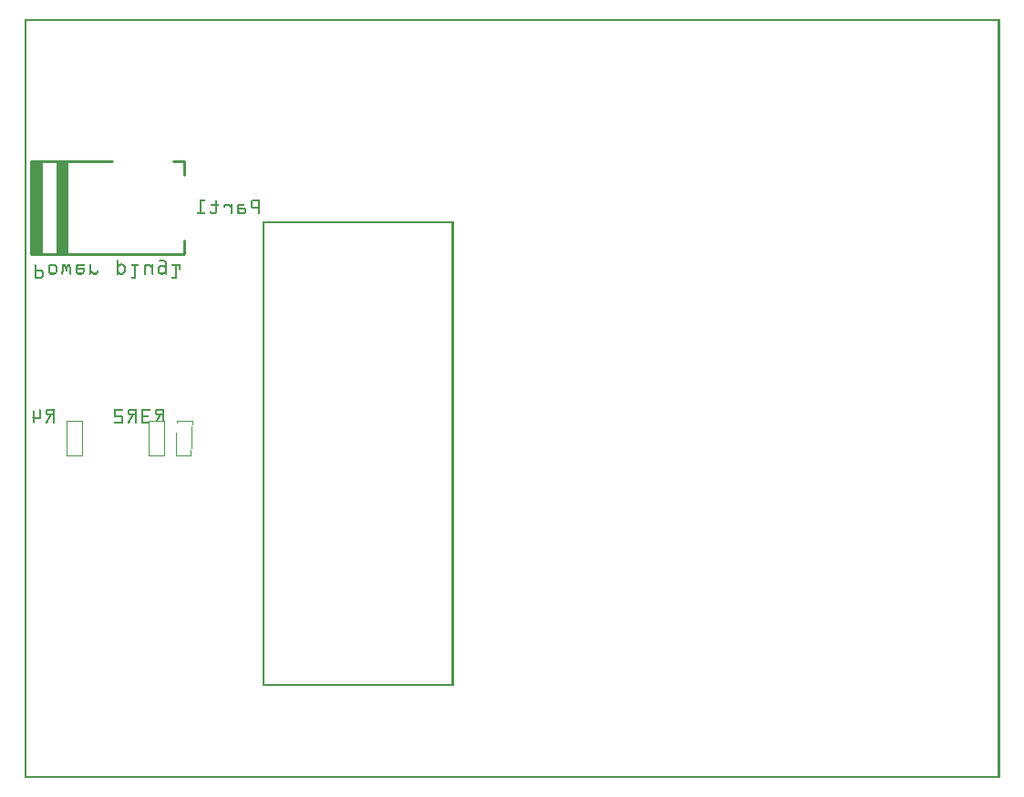
<source format=gbo>
G04 MADE WITH FRITZING*
G04 WWW.FRITZING.ORG*
G04 DOUBLE SIDED*
G04 HOLES PLATED*
G04 CONTOUR ON CENTER OF CONTOUR VECTOR*
%ASAXBY*%
%FSLAX23Y23*%
%MOIN*%
%OFA0B0*%
%SFA1.0B1.0*%
%ADD10C,0.010000*%
%ADD11R,0.001000X0.001000*%
%LNSILK0*%
G90*
G70*
G54D10*
X320Y2257D02*
X25Y2257D01*
D02*
X25Y2257D02*
X25Y1917D01*
D02*
X25Y1917D02*
X585Y1917D01*
D02*
X585Y1917D02*
X585Y1967D01*
D02*
X545Y2257D02*
X585Y2257D01*
D02*
X585Y2257D02*
X585Y2207D01*
D02*
X25Y2257D02*
X25Y1917D01*
D02*
X30Y2257D02*
X30Y1917D01*
D02*
X35Y2257D02*
X35Y1917D01*
D02*
X40Y2257D02*
X40Y1917D01*
D02*
X45Y2257D02*
X45Y1917D01*
D02*
X50Y2257D02*
X50Y1917D01*
D02*
X55Y2257D02*
X55Y1917D01*
D02*
X60Y2257D02*
X60Y1917D01*
D02*
X155Y2257D02*
X155Y1917D01*
D02*
X150Y2257D02*
X150Y1917D01*
D02*
X145Y2257D02*
X145Y1917D01*
D02*
X140Y2257D02*
X140Y1917D01*
D02*
X135Y2257D02*
X135Y1917D01*
D02*
X130Y2257D02*
X130Y1917D01*
D02*
X125Y2257D02*
X125Y1917D01*
D02*
X120Y2257D02*
X120Y1917D01*
G54D11*
X0Y2778D02*
X3565Y2778D01*
X0Y2777D02*
X3565Y2777D01*
X0Y2776D02*
X3565Y2776D01*
X0Y2775D02*
X3565Y2775D01*
X0Y2774D02*
X3565Y2774D01*
X0Y2773D02*
X3565Y2773D01*
X0Y2772D02*
X3565Y2772D01*
X0Y2771D02*
X3565Y2771D01*
X0Y2770D02*
X7Y2770D01*
X3558Y2770D02*
X3565Y2770D01*
X0Y2769D02*
X7Y2769D01*
X3558Y2769D02*
X3565Y2769D01*
X0Y2768D02*
X7Y2768D01*
X3558Y2768D02*
X3565Y2768D01*
X0Y2767D02*
X7Y2767D01*
X3558Y2767D02*
X3565Y2767D01*
X0Y2766D02*
X7Y2766D01*
X3558Y2766D02*
X3565Y2766D01*
X0Y2765D02*
X7Y2765D01*
X3558Y2765D02*
X3565Y2765D01*
X0Y2764D02*
X7Y2764D01*
X3558Y2764D02*
X3565Y2764D01*
X0Y2763D02*
X7Y2763D01*
X3558Y2763D02*
X3565Y2763D01*
X0Y2762D02*
X7Y2762D01*
X3558Y2762D02*
X3565Y2762D01*
X0Y2761D02*
X7Y2761D01*
X3558Y2761D02*
X3565Y2761D01*
X0Y2760D02*
X7Y2760D01*
X3558Y2760D02*
X3565Y2760D01*
X0Y2759D02*
X7Y2759D01*
X3558Y2759D02*
X3565Y2759D01*
X0Y2758D02*
X7Y2758D01*
X3558Y2758D02*
X3565Y2758D01*
X0Y2757D02*
X7Y2757D01*
X3558Y2757D02*
X3565Y2757D01*
X0Y2756D02*
X7Y2756D01*
X3558Y2756D02*
X3565Y2756D01*
X0Y2755D02*
X7Y2755D01*
X3558Y2755D02*
X3565Y2755D01*
X0Y2754D02*
X7Y2754D01*
X3558Y2754D02*
X3565Y2754D01*
X0Y2753D02*
X7Y2753D01*
X3558Y2753D02*
X3565Y2753D01*
X0Y2752D02*
X7Y2752D01*
X3558Y2752D02*
X3565Y2752D01*
X0Y2751D02*
X7Y2751D01*
X3558Y2751D02*
X3565Y2751D01*
X0Y2750D02*
X7Y2750D01*
X3558Y2750D02*
X3565Y2750D01*
X0Y2749D02*
X7Y2749D01*
X3558Y2749D02*
X3565Y2749D01*
X0Y2748D02*
X7Y2748D01*
X3558Y2748D02*
X3565Y2748D01*
X0Y2747D02*
X7Y2747D01*
X3558Y2747D02*
X3565Y2747D01*
X0Y2746D02*
X7Y2746D01*
X3558Y2746D02*
X3565Y2746D01*
X0Y2745D02*
X7Y2745D01*
X3558Y2745D02*
X3565Y2745D01*
X0Y2744D02*
X7Y2744D01*
X3558Y2744D02*
X3565Y2744D01*
X0Y2743D02*
X7Y2743D01*
X3558Y2743D02*
X3565Y2743D01*
X0Y2742D02*
X7Y2742D01*
X3558Y2742D02*
X3565Y2742D01*
X0Y2741D02*
X7Y2741D01*
X3558Y2741D02*
X3565Y2741D01*
X0Y2740D02*
X7Y2740D01*
X3558Y2740D02*
X3565Y2740D01*
X0Y2739D02*
X7Y2739D01*
X3558Y2739D02*
X3565Y2739D01*
X0Y2738D02*
X7Y2738D01*
X3558Y2738D02*
X3565Y2738D01*
X0Y2737D02*
X7Y2737D01*
X3558Y2737D02*
X3565Y2737D01*
X0Y2736D02*
X7Y2736D01*
X3558Y2736D02*
X3565Y2736D01*
X0Y2735D02*
X7Y2735D01*
X3558Y2735D02*
X3565Y2735D01*
X0Y2734D02*
X7Y2734D01*
X3558Y2734D02*
X3565Y2734D01*
X0Y2733D02*
X7Y2733D01*
X3558Y2733D02*
X3565Y2733D01*
X0Y2732D02*
X7Y2732D01*
X3558Y2732D02*
X3565Y2732D01*
X0Y2731D02*
X7Y2731D01*
X3558Y2731D02*
X3565Y2731D01*
X0Y2730D02*
X7Y2730D01*
X3558Y2730D02*
X3565Y2730D01*
X0Y2729D02*
X7Y2729D01*
X3558Y2729D02*
X3565Y2729D01*
X0Y2728D02*
X7Y2728D01*
X3558Y2728D02*
X3565Y2728D01*
X0Y2727D02*
X7Y2727D01*
X3558Y2727D02*
X3565Y2727D01*
X0Y2726D02*
X7Y2726D01*
X3558Y2726D02*
X3565Y2726D01*
X0Y2725D02*
X7Y2725D01*
X3558Y2725D02*
X3565Y2725D01*
X0Y2724D02*
X7Y2724D01*
X3558Y2724D02*
X3565Y2724D01*
X0Y2723D02*
X7Y2723D01*
X3558Y2723D02*
X3565Y2723D01*
X0Y2722D02*
X7Y2722D01*
X3558Y2722D02*
X3565Y2722D01*
X0Y2721D02*
X7Y2721D01*
X3558Y2721D02*
X3565Y2721D01*
X0Y2720D02*
X7Y2720D01*
X3558Y2720D02*
X3565Y2720D01*
X0Y2719D02*
X7Y2719D01*
X3558Y2719D02*
X3565Y2719D01*
X0Y2718D02*
X7Y2718D01*
X3558Y2718D02*
X3565Y2718D01*
X0Y2717D02*
X7Y2717D01*
X3558Y2717D02*
X3565Y2717D01*
X0Y2716D02*
X7Y2716D01*
X3558Y2716D02*
X3565Y2716D01*
X0Y2715D02*
X7Y2715D01*
X3558Y2715D02*
X3565Y2715D01*
X0Y2714D02*
X7Y2714D01*
X3558Y2714D02*
X3565Y2714D01*
X0Y2713D02*
X7Y2713D01*
X3558Y2713D02*
X3565Y2713D01*
X0Y2712D02*
X7Y2712D01*
X3558Y2712D02*
X3565Y2712D01*
X0Y2711D02*
X7Y2711D01*
X3558Y2711D02*
X3565Y2711D01*
X0Y2710D02*
X7Y2710D01*
X3558Y2710D02*
X3565Y2710D01*
X0Y2709D02*
X7Y2709D01*
X3558Y2709D02*
X3565Y2709D01*
X0Y2708D02*
X7Y2708D01*
X3558Y2708D02*
X3565Y2708D01*
X0Y2707D02*
X7Y2707D01*
X3558Y2707D02*
X3565Y2707D01*
X0Y2706D02*
X7Y2706D01*
X3558Y2706D02*
X3565Y2706D01*
X0Y2705D02*
X7Y2705D01*
X3558Y2705D02*
X3565Y2705D01*
X0Y2704D02*
X7Y2704D01*
X3558Y2704D02*
X3565Y2704D01*
X0Y2703D02*
X7Y2703D01*
X3558Y2703D02*
X3565Y2703D01*
X0Y2702D02*
X7Y2702D01*
X3558Y2702D02*
X3565Y2702D01*
X0Y2701D02*
X7Y2701D01*
X3558Y2701D02*
X3565Y2701D01*
X0Y2700D02*
X7Y2700D01*
X3558Y2700D02*
X3565Y2700D01*
X0Y2699D02*
X7Y2699D01*
X3558Y2699D02*
X3565Y2699D01*
X0Y2698D02*
X7Y2698D01*
X3558Y2698D02*
X3565Y2698D01*
X0Y2697D02*
X7Y2697D01*
X3558Y2697D02*
X3565Y2697D01*
X0Y2696D02*
X7Y2696D01*
X3558Y2696D02*
X3565Y2696D01*
X0Y2695D02*
X7Y2695D01*
X3558Y2695D02*
X3565Y2695D01*
X0Y2694D02*
X7Y2694D01*
X3558Y2694D02*
X3565Y2694D01*
X0Y2693D02*
X7Y2693D01*
X3558Y2693D02*
X3565Y2693D01*
X0Y2692D02*
X7Y2692D01*
X3558Y2692D02*
X3565Y2692D01*
X0Y2691D02*
X7Y2691D01*
X3558Y2691D02*
X3565Y2691D01*
X0Y2690D02*
X7Y2690D01*
X3558Y2690D02*
X3565Y2690D01*
X0Y2689D02*
X7Y2689D01*
X3558Y2689D02*
X3565Y2689D01*
X0Y2688D02*
X7Y2688D01*
X3558Y2688D02*
X3565Y2688D01*
X0Y2687D02*
X7Y2687D01*
X3558Y2687D02*
X3565Y2687D01*
X0Y2686D02*
X7Y2686D01*
X3558Y2686D02*
X3565Y2686D01*
X0Y2685D02*
X7Y2685D01*
X3558Y2685D02*
X3565Y2685D01*
X0Y2684D02*
X7Y2684D01*
X3558Y2684D02*
X3565Y2684D01*
X0Y2683D02*
X7Y2683D01*
X3558Y2683D02*
X3565Y2683D01*
X0Y2682D02*
X7Y2682D01*
X3558Y2682D02*
X3565Y2682D01*
X0Y2681D02*
X7Y2681D01*
X3558Y2681D02*
X3565Y2681D01*
X0Y2680D02*
X7Y2680D01*
X3558Y2680D02*
X3565Y2680D01*
X0Y2679D02*
X7Y2679D01*
X3558Y2679D02*
X3565Y2679D01*
X0Y2678D02*
X7Y2678D01*
X3558Y2678D02*
X3565Y2678D01*
X0Y2677D02*
X7Y2677D01*
X3558Y2677D02*
X3565Y2677D01*
X0Y2676D02*
X7Y2676D01*
X3558Y2676D02*
X3565Y2676D01*
X0Y2675D02*
X7Y2675D01*
X3558Y2675D02*
X3565Y2675D01*
X0Y2674D02*
X7Y2674D01*
X3558Y2674D02*
X3565Y2674D01*
X0Y2673D02*
X7Y2673D01*
X3558Y2673D02*
X3565Y2673D01*
X0Y2672D02*
X7Y2672D01*
X3558Y2672D02*
X3565Y2672D01*
X0Y2671D02*
X7Y2671D01*
X3558Y2671D02*
X3565Y2671D01*
X0Y2670D02*
X7Y2670D01*
X3558Y2670D02*
X3565Y2670D01*
X0Y2669D02*
X7Y2669D01*
X3558Y2669D02*
X3565Y2669D01*
X0Y2668D02*
X7Y2668D01*
X3558Y2668D02*
X3565Y2668D01*
X0Y2667D02*
X7Y2667D01*
X3558Y2667D02*
X3565Y2667D01*
X0Y2666D02*
X7Y2666D01*
X3558Y2666D02*
X3565Y2666D01*
X0Y2665D02*
X7Y2665D01*
X3558Y2665D02*
X3565Y2665D01*
X0Y2664D02*
X7Y2664D01*
X3558Y2664D02*
X3565Y2664D01*
X0Y2663D02*
X7Y2663D01*
X3558Y2663D02*
X3565Y2663D01*
X0Y2662D02*
X7Y2662D01*
X3558Y2662D02*
X3565Y2662D01*
X0Y2661D02*
X7Y2661D01*
X3558Y2661D02*
X3565Y2661D01*
X0Y2660D02*
X7Y2660D01*
X3558Y2660D02*
X3565Y2660D01*
X0Y2659D02*
X7Y2659D01*
X3558Y2659D02*
X3565Y2659D01*
X0Y2658D02*
X7Y2658D01*
X3558Y2658D02*
X3565Y2658D01*
X0Y2657D02*
X7Y2657D01*
X3558Y2657D02*
X3565Y2657D01*
X0Y2656D02*
X7Y2656D01*
X3558Y2656D02*
X3565Y2656D01*
X0Y2655D02*
X7Y2655D01*
X3558Y2655D02*
X3565Y2655D01*
X0Y2654D02*
X7Y2654D01*
X3558Y2654D02*
X3565Y2654D01*
X0Y2653D02*
X7Y2653D01*
X3558Y2653D02*
X3565Y2653D01*
X0Y2652D02*
X7Y2652D01*
X3558Y2652D02*
X3565Y2652D01*
X0Y2651D02*
X7Y2651D01*
X3558Y2651D02*
X3565Y2651D01*
X0Y2650D02*
X7Y2650D01*
X3558Y2650D02*
X3565Y2650D01*
X0Y2649D02*
X7Y2649D01*
X3558Y2649D02*
X3565Y2649D01*
X0Y2648D02*
X7Y2648D01*
X3558Y2648D02*
X3565Y2648D01*
X0Y2647D02*
X7Y2647D01*
X3558Y2647D02*
X3565Y2647D01*
X0Y2646D02*
X7Y2646D01*
X3558Y2646D02*
X3565Y2646D01*
X0Y2645D02*
X7Y2645D01*
X3558Y2645D02*
X3565Y2645D01*
X0Y2644D02*
X7Y2644D01*
X3558Y2644D02*
X3565Y2644D01*
X0Y2643D02*
X7Y2643D01*
X3558Y2643D02*
X3565Y2643D01*
X0Y2642D02*
X7Y2642D01*
X3558Y2642D02*
X3565Y2642D01*
X0Y2641D02*
X7Y2641D01*
X3558Y2641D02*
X3565Y2641D01*
X0Y2640D02*
X7Y2640D01*
X3558Y2640D02*
X3565Y2640D01*
X0Y2639D02*
X7Y2639D01*
X3558Y2639D02*
X3565Y2639D01*
X0Y2638D02*
X7Y2638D01*
X3558Y2638D02*
X3565Y2638D01*
X0Y2637D02*
X7Y2637D01*
X3558Y2637D02*
X3565Y2637D01*
X0Y2636D02*
X7Y2636D01*
X3558Y2636D02*
X3565Y2636D01*
X0Y2635D02*
X7Y2635D01*
X3558Y2635D02*
X3565Y2635D01*
X0Y2634D02*
X7Y2634D01*
X3558Y2634D02*
X3565Y2634D01*
X0Y2633D02*
X7Y2633D01*
X3558Y2633D02*
X3565Y2633D01*
X0Y2632D02*
X7Y2632D01*
X3558Y2632D02*
X3565Y2632D01*
X0Y2631D02*
X7Y2631D01*
X3558Y2631D02*
X3565Y2631D01*
X0Y2630D02*
X7Y2630D01*
X3558Y2630D02*
X3565Y2630D01*
X0Y2629D02*
X7Y2629D01*
X3558Y2629D02*
X3565Y2629D01*
X0Y2628D02*
X7Y2628D01*
X3558Y2628D02*
X3565Y2628D01*
X0Y2627D02*
X7Y2627D01*
X3558Y2627D02*
X3565Y2627D01*
X0Y2626D02*
X7Y2626D01*
X3558Y2626D02*
X3565Y2626D01*
X0Y2625D02*
X7Y2625D01*
X3558Y2625D02*
X3565Y2625D01*
X0Y2624D02*
X7Y2624D01*
X3558Y2624D02*
X3565Y2624D01*
X0Y2623D02*
X7Y2623D01*
X3558Y2623D02*
X3565Y2623D01*
X0Y2622D02*
X7Y2622D01*
X3558Y2622D02*
X3565Y2622D01*
X0Y2621D02*
X7Y2621D01*
X3558Y2621D02*
X3565Y2621D01*
X0Y2620D02*
X7Y2620D01*
X3558Y2620D02*
X3565Y2620D01*
X0Y2619D02*
X7Y2619D01*
X3558Y2619D02*
X3565Y2619D01*
X0Y2618D02*
X7Y2618D01*
X3558Y2618D02*
X3565Y2618D01*
X0Y2617D02*
X7Y2617D01*
X3558Y2617D02*
X3565Y2617D01*
X0Y2616D02*
X7Y2616D01*
X3558Y2616D02*
X3565Y2616D01*
X0Y2615D02*
X7Y2615D01*
X3558Y2615D02*
X3565Y2615D01*
X0Y2614D02*
X7Y2614D01*
X3558Y2614D02*
X3565Y2614D01*
X0Y2613D02*
X7Y2613D01*
X3558Y2613D02*
X3565Y2613D01*
X0Y2612D02*
X7Y2612D01*
X3558Y2612D02*
X3565Y2612D01*
X0Y2611D02*
X7Y2611D01*
X3558Y2611D02*
X3565Y2611D01*
X0Y2610D02*
X7Y2610D01*
X3558Y2610D02*
X3565Y2610D01*
X0Y2609D02*
X7Y2609D01*
X3558Y2609D02*
X3565Y2609D01*
X0Y2608D02*
X7Y2608D01*
X3558Y2608D02*
X3565Y2608D01*
X0Y2607D02*
X7Y2607D01*
X3558Y2607D02*
X3565Y2607D01*
X0Y2606D02*
X7Y2606D01*
X3558Y2606D02*
X3565Y2606D01*
X0Y2605D02*
X7Y2605D01*
X3558Y2605D02*
X3565Y2605D01*
X0Y2604D02*
X7Y2604D01*
X3558Y2604D02*
X3565Y2604D01*
X0Y2603D02*
X7Y2603D01*
X3558Y2603D02*
X3565Y2603D01*
X0Y2602D02*
X7Y2602D01*
X3558Y2602D02*
X3565Y2602D01*
X0Y2601D02*
X7Y2601D01*
X3558Y2601D02*
X3565Y2601D01*
X0Y2600D02*
X7Y2600D01*
X3558Y2600D02*
X3565Y2600D01*
X0Y2599D02*
X7Y2599D01*
X3558Y2599D02*
X3565Y2599D01*
X0Y2598D02*
X7Y2598D01*
X3558Y2598D02*
X3565Y2598D01*
X0Y2597D02*
X7Y2597D01*
X3558Y2597D02*
X3565Y2597D01*
X0Y2596D02*
X7Y2596D01*
X3558Y2596D02*
X3565Y2596D01*
X0Y2595D02*
X7Y2595D01*
X3558Y2595D02*
X3565Y2595D01*
X0Y2594D02*
X7Y2594D01*
X3558Y2594D02*
X3565Y2594D01*
X0Y2593D02*
X7Y2593D01*
X3558Y2593D02*
X3565Y2593D01*
X0Y2592D02*
X7Y2592D01*
X3558Y2592D02*
X3565Y2592D01*
X0Y2591D02*
X7Y2591D01*
X3558Y2591D02*
X3565Y2591D01*
X0Y2590D02*
X7Y2590D01*
X3558Y2590D02*
X3565Y2590D01*
X0Y2589D02*
X7Y2589D01*
X3558Y2589D02*
X3565Y2589D01*
X0Y2588D02*
X7Y2588D01*
X3558Y2588D02*
X3565Y2588D01*
X0Y2587D02*
X7Y2587D01*
X3558Y2587D02*
X3565Y2587D01*
X0Y2586D02*
X7Y2586D01*
X3558Y2586D02*
X3565Y2586D01*
X0Y2585D02*
X7Y2585D01*
X3558Y2585D02*
X3565Y2585D01*
X0Y2584D02*
X7Y2584D01*
X3558Y2584D02*
X3565Y2584D01*
X0Y2583D02*
X7Y2583D01*
X3558Y2583D02*
X3565Y2583D01*
X0Y2582D02*
X7Y2582D01*
X3558Y2582D02*
X3565Y2582D01*
X0Y2581D02*
X7Y2581D01*
X3558Y2581D02*
X3565Y2581D01*
X0Y2580D02*
X7Y2580D01*
X3558Y2580D02*
X3565Y2580D01*
X0Y2579D02*
X7Y2579D01*
X3558Y2579D02*
X3565Y2579D01*
X0Y2578D02*
X7Y2578D01*
X3558Y2578D02*
X3565Y2578D01*
X0Y2577D02*
X7Y2577D01*
X3558Y2577D02*
X3565Y2577D01*
X0Y2576D02*
X7Y2576D01*
X3558Y2576D02*
X3565Y2576D01*
X0Y2575D02*
X7Y2575D01*
X3558Y2575D02*
X3565Y2575D01*
X0Y2574D02*
X7Y2574D01*
X3558Y2574D02*
X3565Y2574D01*
X0Y2573D02*
X7Y2573D01*
X3558Y2573D02*
X3565Y2573D01*
X0Y2572D02*
X7Y2572D01*
X3558Y2572D02*
X3565Y2572D01*
X0Y2571D02*
X7Y2571D01*
X3558Y2571D02*
X3565Y2571D01*
X0Y2570D02*
X7Y2570D01*
X3558Y2570D02*
X3565Y2570D01*
X0Y2569D02*
X7Y2569D01*
X3558Y2569D02*
X3565Y2569D01*
X0Y2568D02*
X7Y2568D01*
X3558Y2568D02*
X3565Y2568D01*
X0Y2567D02*
X7Y2567D01*
X3558Y2567D02*
X3565Y2567D01*
X0Y2566D02*
X7Y2566D01*
X3558Y2566D02*
X3565Y2566D01*
X0Y2565D02*
X7Y2565D01*
X3558Y2565D02*
X3565Y2565D01*
X0Y2564D02*
X7Y2564D01*
X3558Y2564D02*
X3565Y2564D01*
X0Y2563D02*
X7Y2563D01*
X3558Y2563D02*
X3565Y2563D01*
X0Y2562D02*
X7Y2562D01*
X3558Y2562D02*
X3565Y2562D01*
X0Y2561D02*
X7Y2561D01*
X3558Y2561D02*
X3565Y2561D01*
X0Y2560D02*
X7Y2560D01*
X3558Y2560D02*
X3565Y2560D01*
X0Y2559D02*
X7Y2559D01*
X3558Y2559D02*
X3565Y2559D01*
X0Y2558D02*
X7Y2558D01*
X3558Y2558D02*
X3565Y2558D01*
X0Y2557D02*
X7Y2557D01*
X3558Y2557D02*
X3565Y2557D01*
X0Y2556D02*
X7Y2556D01*
X3558Y2556D02*
X3565Y2556D01*
X0Y2555D02*
X7Y2555D01*
X3558Y2555D02*
X3565Y2555D01*
X0Y2554D02*
X7Y2554D01*
X3558Y2554D02*
X3565Y2554D01*
X0Y2553D02*
X7Y2553D01*
X3558Y2553D02*
X3565Y2553D01*
X0Y2552D02*
X7Y2552D01*
X3558Y2552D02*
X3565Y2552D01*
X0Y2551D02*
X7Y2551D01*
X3558Y2551D02*
X3565Y2551D01*
X0Y2550D02*
X7Y2550D01*
X3558Y2550D02*
X3565Y2550D01*
X0Y2549D02*
X7Y2549D01*
X3558Y2549D02*
X3565Y2549D01*
X0Y2548D02*
X7Y2548D01*
X3558Y2548D02*
X3565Y2548D01*
X0Y2547D02*
X7Y2547D01*
X3558Y2547D02*
X3565Y2547D01*
X0Y2546D02*
X7Y2546D01*
X3558Y2546D02*
X3565Y2546D01*
X0Y2545D02*
X7Y2545D01*
X3558Y2545D02*
X3565Y2545D01*
X0Y2544D02*
X7Y2544D01*
X3558Y2544D02*
X3565Y2544D01*
X0Y2543D02*
X7Y2543D01*
X3558Y2543D02*
X3565Y2543D01*
X0Y2542D02*
X7Y2542D01*
X3558Y2542D02*
X3565Y2542D01*
X0Y2541D02*
X7Y2541D01*
X3558Y2541D02*
X3565Y2541D01*
X0Y2540D02*
X7Y2540D01*
X3558Y2540D02*
X3565Y2540D01*
X0Y2539D02*
X7Y2539D01*
X3558Y2539D02*
X3565Y2539D01*
X0Y2538D02*
X7Y2538D01*
X3558Y2538D02*
X3565Y2538D01*
X0Y2537D02*
X7Y2537D01*
X3558Y2537D02*
X3565Y2537D01*
X0Y2536D02*
X7Y2536D01*
X3558Y2536D02*
X3565Y2536D01*
X0Y2535D02*
X7Y2535D01*
X3558Y2535D02*
X3565Y2535D01*
X0Y2534D02*
X7Y2534D01*
X3558Y2534D02*
X3565Y2534D01*
X0Y2533D02*
X7Y2533D01*
X3558Y2533D02*
X3565Y2533D01*
X0Y2532D02*
X7Y2532D01*
X3558Y2532D02*
X3565Y2532D01*
X0Y2531D02*
X7Y2531D01*
X3558Y2531D02*
X3565Y2531D01*
X0Y2530D02*
X7Y2530D01*
X3558Y2530D02*
X3565Y2530D01*
X0Y2529D02*
X7Y2529D01*
X3558Y2529D02*
X3565Y2529D01*
X0Y2528D02*
X7Y2528D01*
X3558Y2528D02*
X3565Y2528D01*
X0Y2527D02*
X7Y2527D01*
X3558Y2527D02*
X3565Y2527D01*
X0Y2526D02*
X7Y2526D01*
X3558Y2526D02*
X3565Y2526D01*
X0Y2525D02*
X7Y2525D01*
X3558Y2525D02*
X3565Y2525D01*
X0Y2524D02*
X7Y2524D01*
X3558Y2524D02*
X3565Y2524D01*
X0Y2523D02*
X7Y2523D01*
X3558Y2523D02*
X3565Y2523D01*
X0Y2522D02*
X7Y2522D01*
X3558Y2522D02*
X3565Y2522D01*
X0Y2521D02*
X7Y2521D01*
X3558Y2521D02*
X3565Y2521D01*
X0Y2520D02*
X7Y2520D01*
X3558Y2520D02*
X3565Y2520D01*
X0Y2519D02*
X7Y2519D01*
X3558Y2519D02*
X3565Y2519D01*
X0Y2518D02*
X7Y2518D01*
X3558Y2518D02*
X3565Y2518D01*
X0Y2517D02*
X7Y2517D01*
X3558Y2517D02*
X3565Y2517D01*
X0Y2516D02*
X7Y2516D01*
X3558Y2516D02*
X3565Y2516D01*
X0Y2515D02*
X7Y2515D01*
X3558Y2515D02*
X3565Y2515D01*
X0Y2514D02*
X7Y2514D01*
X3558Y2514D02*
X3565Y2514D01*
X0Y2513D02*
X7Y2513D01*
X3558Y2513D02*
X3565Y2513D01*
X0Y2512D02*
X7Y2512D01*
X3558Y2512D02*
X3565Y2512D01*
X0Y2511D02*
X7Y2511D01*
X3558Y2511D02*
X3565Y2511D01*
X0Y2510D02*
X7Y2510D01*
X3558Y2510D02*
X3565Y2510D01*
X0Y2509D02*
X7Y2509D01*
X3558Y2509D02*
X3565Y2509D01*
X0Y2508D02*
X7Y2508D01*
X3558Y2508D02*
X3565Y2508D01*
X0Y2507D02*
X7Y2507D01*
X3558Y2507D02*
X3565Y2507D01*
X0Y2506D02*
X7Y2506D01*
X3558Y2506D02*
X3565Y2506D01*
X0Y2505D02*
X7Y2505D01*
X3558Y2505D02*
X3565Y2505D01*
X0Y2504D02*
X7Y2504D01*
X3558Y2504D02*
X3565Y2504D01*
X0Y2503D02*
X7Y2503D01*
X3558Y2503D02*
X3565Y2503D01*
X0Y2502D02*
X7Y2502D01*
X3558Y2502D02*
X3565Y2502D01*
X0Y2501D02*
X7Y2501D01*
X3558Y2501D02*
X3565Y2501D01*
X0Y2500D02*
X7Y2500D01*
X3558Y2500D02*
X3565Y2500D01*
X0Y2499D02*
X7Y2499D01*
X3558Y2499D02*
X3565Y2499D01*
X0Y2498D02*
X7Y2498D01*
X3558Y2498D02*
X3565Y2498D01*
X0Y2497D02*
X7Y2497D01*
X3558Y2497D02*
X3565Y2497D01*
X0Y2496D02*
X7Y2496D01*
X3558Y2496D02*
X3565Y2496D01*
X0Y2495D02*
X7Y2495D01*
X3558Y2495D02*
X3565Y2495D01*
X0Y2494D02*
X7Y2494D01*
X3558Y2494D02*
X3565Y2494D01*
X0Y2493D02*
X7Y2493D01*
X3558Y2493D02*
X3565Y2493D01*
X0Y2492D02*
X7Y2492D01*
X3558Y2492D02*
X3565Y2492D01*
X0Y2491D02*
X7Y2491D01*
X3558Y2491D02*
X3565Y2491D01*
X0Y2490D02*
X7Y2490D01*
X3558Y2490D02*
X3565Y2490D01*
X0Y2489D02*
X7Y2489D01*
X3558Y2489D02*
X3565Y2489D01*
X0Y2488D02*
X7Y2488D01*
X3558Y2488D02*
X3565Y2488D01*
X0Y2487D02*
X7Y2487D01*
X3558Y2487D02*
X3565Y2487D01*
X0Y2486D02*
X7Y2486D01*
X3558Y2486D02*
X3565Y2486D01*
X0Y2485D02*
X7Y2485D01*
X3558Y2485D02*
X3565Y2485D01*
X0Y2484D02*
X7Y2484D01*
X3558Y2484D02*
X3565Y2484D01*
X0Y2483D02*
X7Y2483D01*
X3558Y2483D02*
X3565Y2483D01*
X0Y2482D02*
X7Y2482D01*
X3558Y2482D02*
X3565Y2482D01*
X0Y2481D02*
X7Y2481D01*
X3558Y2481D02*
X3565Y2481D01*
X0Y2480D02*
X7Y2480D01*
X3558Y2480D02*
X3565Y2480D01*
X0Y2479D02*
X7Y2479D01*
X3558Y2479D02*
X3565Y2479D01*
X0Y2478D02*
X7Y2478D01*
X3558Y2478D02*
X3565Y2478D01*
X0Y2477D02*
X7Y2477D01*
X3558Y2477D02*
X3565Y2477D01*
X0Y2476D02*
X7Y2476D01*
X3558Y2476D02*
X3565Y2476D01*
X0Y2475D02*
X7Y2475D01*
X3558Y2475D02*
X3565Y2475D01*
X0Y2474D02*
X7Y2474D01*
X3558Y2474D02*
X3565Y2474D01*
X0Y2473D02*
X7Y2473D01*
X3558Y2473D02*
X3565Y2473D01*
X0Y2472D02*
X7Y2472D01*
X3558Y2472D02*
X3565Y2472D01*
X0Y2471D02*
X7Y2471D01*
X3558Y2471D02*
X3565Y2471D01*
X0Y2470D02*
X7Y2470D01*
X3558Y2470D02*
X3565Y2470D01*
X0Y2469D02*
X7Y2469D01*
X3558Y2469D02*
X3565Y2469D01*
X0Y2468D02*
X7Y2468D01*
X3558Y2468D02*
X3565Y2468D01*
X0Y2467D02*
X7Y2467D01*
X3558Y2467D02*
X3565Y2467D01*
X0Y2466D02*
X7Y2466D01*
X3558Y2466D02*
X3565Y2466D01*
X0Y2465D02*
X7Y2465D01*
X3558Y2465D02*
X3565Y2465D01*
X0Y2464D02*
X7Y2464D01*
X3558Y2464D02*
X3565Y2464D01*
X0Y2463D02*
X7Y2463D01*
X3558Y2463D02*
X3565Y2463D01*
X0Y2462D02*
X7Y2462D01*
X3558Y2462D02*
X3565Y2462D01*
X0Y2461D02*
X7Y2461D01*
X3558Y2461D02*
X3565Y2461D01*
X0Y2460D02*
X7Y2460D01*
X3558Y2460D02*
X3565Y2460D01*
X0Y2459D02*
X7Y2459D01*
X3558Y2459D02*
X3565Y2459D01*
X0Y2458D02*
X7Y2458D01*
X3558Y2458D02*
X3565Y2458D01*
X0Y2457D02*
X7Y2457D01*
X3558Y2457D02*
X3565Y2457D01*
X0Y2456D02*
X7Y2456D01*
X3558Y2456D02*
X3565Y2456D01*
X0Y2455D02*
X7Y2455D01*
X3558Y2455D02*
X3565Y2455D01*
X0Y2454D02*
X7Y2454D01*
X3558Y2454D02*
X3565Y2454D01*
X0Y2453D02*
X7Y2453D01*
X3558Y2453D02*
X3565Y2453D01*
X0Y2452D02*
X7Y2452D01*
X3558Y2452D02*
X3565Y2452D01*
X0Y2451D02*
X7Y2451D01*
X3558Y2451D02*
X3565Y2451D01*
X0Y2450D02*
X7Y2450D01*
X3558Y2450D02*
X3565Y2450D01*
X0Y2449D02*
X7Y2449D01*
X3558Y2449D02*
X3565Y2449D01*
X0Y2448D02*
X7Y2448D01*
X3558Y2448D02*
X3565Y2448D01*
X0Y2447D02*
X7Y2447D01*
X3558Y2447D02*
X3565Y2447D01*
X0Y2446D02*
X7Y2446D01*
X3558Y2446D02*
X3565Y2446D01*
X0Y2445D02*
X7Y2445D01*
X3558Y2445D02*
X3565Y2445D01*
X0Y2444D02*
X7Y2444D01*
X3558Y2444D02*
X3565Y2444D01*
X0Y2443D02*
X7Y2443D01*
X3558Y2443D02*
X3565Y2443D01*
X0Y2442D02*
X7Y2442D01*
X3558Y2442D02*
X3565Y2442D01*
X0Y2441D02*
X7Y2441D01*
X3558Y2441D02*
X3565Y2441D01*
X0Y2440D02*
X7Y2440D01*
X3558Y2440D02*
X3565Y2440D01*
X0Y2439D02*
X7Y2439D01*
X3558Y2439D02*
X3565Y2439D01*
X0Y2438D02*
X7Y2438D01*
X3558Y2438D02*
X3565Y2438D01*
X0Y2437D02*
X7Y2437D01*
X3558Y2437D02*
X3565Y2437D01*
X0Y2436D02*
X7Y2436D01*
X3558Y2436D02*
X3565Y2436D01*
X0Y2435D02*
X7Y2435D01*
X3558Y2435D02*
X3565Y2435D01*
X0Y2434D02*
X7Y2434D01*
X3558Y2434D02*
X3565Y2434D01*
X0Y2433D02*
X7Y2433D01*
X3558Y2433D02*
X3565Y2433D01*
X0Y2432D02*
X7Y2432D01*
X3558Y2432D02*
X3565Y2432D01*
X0Y2431D02*
X7Y2431D01*
X3558Y2431D02*
X3565Y2431D01*
X0Y2430D02*
X7Y2430D01*
X3558Y2430D02*
X3565Y2430D01*
X0Y2429D02*
X7Y2429D01*
X3558Y2429D02*
X3565Y2429D01*
X0Y2428D02*
X7Y2428D01*
X3558Y2428D02*
X3565Y2428D01*
X0Y2427D02*
X7Y2427D01*
X3558Y2427D02*
X3565Y2427D01*
X0Y2426D02*
X7Y2426D01*
X3558Y2426D02*
X3565Y2426D01*
X0Y2425D02*
X7Y2425D01*
X3558Y2425D02*
X3565Y2425D01*
X0Y2424D02*
X7Y2424D01*
X3558Y2424D02*
X3565Y2424D01*
X0Y2423D02*
X7Y2423D01*
X3558Y2423D02*
X3565Y2423D01*
X0Y2422D02*
X7Y2422D01*
X3558Y2422D02*
X3565Y2422D01*
X0Y2421D02*
X7Y2421D01*
X3558Y2421D02*
X3565Y2421D01*
X0Y2420D02*
X7Y2420D01*
X3558Y2420D02*
X3565Y2420D01*
X0Y2419D02*
X7Y2419D01*
X3558Y2419D02*
X3565Y2419D01*
X0Y2418D02*
X7Y2418D01*
X3558Y2418D02*
X3565Y2418D01*
X0Y2417D02*
X7Y2417D01*
X3558Y2417D02*
X3565Y2417D01*
X0Y2416D02*
X7Y2416D01*
X3558Y2416D02*
X3565Y2416D01*
X0Y2415D02*
X7Y2415D01*
X3558Y2415D02*
X3565Y2415D01*
X0Y2414D02*
X7Y2414D01*
X3558Y2414D02*
X3565Y2414D01*
X0Y2413D02*
X7Y2413D01*
X3558Y2413D02*
X3565Y2413D01*
X0Y2412D02*
X7Y2412D01*
X3558Y2412D02*
X3565Y2412D01*
X0Y2411D02*
X7Y2411D01*
X3558Y2411D02*
X3565Y2411D01*
X0Y2410D02*
X7Y2410D01*
X3558Y2410D02*
X3565Y2410D01*
X0Y2409D02*
X7Y2409D01*
X3558Y2409D02*
X3565Y2409D01*
X0Y2408D02*
X7Y2408D01*
X3558Y2408D02*
X3565Y2408D01*
X0Y2407D02*
X7Y2407D01*
X3558Y2407D02*
X3565Y2407D01*
X0Y2406D02*
X7Y2406D01*
X3558Y2406D02*
X3565Y2406D01*
X0Y2405D02*
X7Y2405D01*
X3558Y2405D02*
X3565Y2405D01*
X0Y2404D02*
X7Y2404D01*
X3558Y2404D02*
X3565Y2404D01*
X0Y2403D02*
X7Y2403D01*
X3558Y2403D02*
X3565Y2403D01*
X0Y2402D02*
X7Y2402D01*
X3558Y2402D02*
X3565Y2402D01*
X0Y2401D02*
X7Y2401D01*
X3558Y2401D02*
X3565Y2401D01*
X0Y2400D02*
X7Y2400D01*
X3558Y2400D02*
X3565Y2400D01*
X0Y2399D02*
X7Y2399D01*
X3558Y2399D02*
X3565Y2399D01*
X0Y2398D02*
X7Y2398D01*
X3558Y2398D02*
X3565Y2398D01*
X0Y2397D02*
X7Y2397D01*
X3558Y2397D02*
X3565Y2397D01*
X0Y2396D02*
X7Y2396D01*
X3558Y2396D02*
X3565Y2396D01*
X0Y2395D02*
X7Y2395D01*
X3558Y2395D02*
X3565Y2395D01*
X0Y2394D02*
X7Y2394D01*
X3558Y2394D02*
X3565Y2394D01*
X0Y2393D02*
X7Y2393D01*
X3558Y2393D02*
X3565Y2393D01*
X0Y2392D02*
X7Y2392D01*
X3558Y2392D02*
X3565Y2392D01*
X0Y2391D02*
X7Y2391D01*
X3558Y2391D02*
X3565Y2391D01*
X0Y2390D02*
X7Y2390D01*
X3558Y2390D02*
X3565Y2390D01*
X0Y2389D02*
X7Y2389D01*
X3558Y2389D02*
X3565Y2389D01*
X0Y2388D02*
X7Y2388D01*
X3558Y2388D02*
X3565Y2388D01*
X0Y2387D02*
X7Y2387D01*
X3558Y2387D02*
X3565Y2387D01*
X0Y2386D02*
X7Y2386D01*
X3558Y2386D02*
X3565Y2386D01*
X0Y2385D02*
X7Y2385D01*
X3558Y2385D02*
X3565Y2385D01*
X0Y2384D02*
X7Y2384D01*
X3558Y2384D02*
X3565Y2384D01*
X0Y2383D02*
X7Y2383D01*
X3558Y2383D02*
X3565Y2383D01*
X0Y2382D02*
X7Y2382D01*
X3558Y2382D02*
X3565Y2382D01*
X0Y2381D02*
X7Y2381D01*
X3558Y2381D02*
X3565Y2381D01*
X0Y2380D02*
X7Y2380D01*
X3558Y2380D02*
X3565Y2380D01*
X0Y2379D02*
X7Y2379D01*
X3558Y2379D02*
X3565Y2379D01*
X0Y2378D02*
X7Y2378D01*
X3558Y2378D02*
X3565Y2378D01*
X0Y2377D02*
X7Y2377D01*
X3558Y2377D02*
X3565Y2377D01*
X0Y2376D02*
X7Y2376D01*
X3558Y2376D02*
X3565Y2376D01*
X0Y2375D02*
X7Y2375D01*
X3558Y2375D02*
X3565Y2375D01*
X0Y2374D02*
X7Y2374D01*
X3558Y2374D02*
X3565Y2374D01*
X0Y2373D02*
X7Y2373D01*
X3558Y2373D02*
X3565Y2373D01*
X0Y2372D02*
X7Y2372D01*
X3558Y2372D02*
X3565Y2372D01*
X0Y2371D02*
X7Y2371D01*
X3558Y2371D02*
X3565Y2371D01*
X0Y2370D02*
X7Y2370D01*
X3558Y2370D02*
X3565Y2370D01*
X0Y2369D02*
X7Y2369D01*
X3558Y2369D02*
X3565Y2369D01*
X0Y2368D02*
X7Y2368D01*
X3558Y2368D02*
X3565Y2368D01*
X0Y2367D02*
X7Y2367D01*
X3558Y2367D02*
X3565Y2367D01*
X0Y2366D02*
X7Y2366D01*
X3558Y2366D02*
X3565Y2366D01*
X0Y2365D02*
X7Y2365D01*
X3558Y2365D02*
X3565Y2365D01*
X0Y2364D02*
X7Y2364D01*
X3558Y2364D02*
X3565Y2364D01*
X0Y2363D02*
X7Y2363D01*
X3558Y2363D02*
X3565Y2363D01*
X0Y2362D02*
X7Y2362D01*
X3558Y2362D02*
X3565Y2362D01*
X0Y2361D02*
X7Y2361D01*
X3558Y2361D02*
X3565Y2361D01*
X0Y2360D02*
X7Y2360D01*
X3558Y2360D02*
X3565Y2360D01*
X0Y2359D02*
X7Y2359D01*
X3558Y2359D02*
X3565Y2359D01*
X0Y2358D02*
X7Y2358D01*
X3558Y2358D02*
X3565Y2358D01*
X0Y2357D02*
X7Y2357D01*
X3558Y2357D02*
X3565Y2357D01*
X0Y2356D02*
X7Y2356D01*
X3558Y2356D02*
X3565Y2356D01*
X0Y2355D02*
X7Y2355D01*
X3558Y2355D02*
X3565Y2355D01*
X0Y2354D02*
X7Y2354D01*
X3558Y2354D02*
X3565Y2354D01*
X0Y2353D02*
X7Y2353D01*
X3558Y2353D02*
X3565Y2353D01*
X0Y2352D02*
X7Y2352D01*
X3558Y2352D02*
X3565Y2352D01*
X0Y2351D02*
X7Y2351D01*
X3558Y2351D02*
X3565Y2351D01*
X0Y2350D02*
X7Y2350D01*
X3558Y2350D02*
X3565Y2350D01*
X0Y2349D02*
X7Y2349D01*
X3558Y2349D02*
X3565Y2349D01*
X0Y2348D02*
X7Y2348D01*
X3558Y2348D02*
X3565Y2348D01*
X0Y2347D02*
X7Y2347D01*
X3558Y2347D02*
X3565Y2347D01*
X0Y2346D02*
X7Y2346D01*
X3558Y2346D02*
X3565Y2346D01*
X0Y2345D02*
X7Y2345D01*
X3558Y2345D02*
X3565Y2345D01*
X0Y2344D02*
X7Y2344D01*
X3558Y2344D02*
X3565Y2344D01*
X0Y2343D02*
X7Y2343D01*
X3558Y2343D02*
X3565Y2343D01*
X0Y2342D02*
X7Y2342D01*
X3558Y2342D02*
X3565Y2342D01*
X0Y2341D02*
X7Y2341D01*
X3558Y2341D02*
X3565Y2341D01*
X0Y2340D02*
X7Y2340D01*
X3558Y2340D02*
X3565Y2340D01*
X0Y2339D02*
X7Y2339D01*
X3558Y2339D02*
X3565Y2339D01*
X0Y2338D02*
X7Y2338D01*
X3558Y2338D02*
X3565Y2338D01*
X0Y2337D02*
X7Y2337D01*
X3558Y2337D02*
X3565Y2337D01*
X0Y2336D02*
X7Y2336D01*
X3558Y2336D02*
X3565Y2336D01*
X0Y2335D02*
X7Y2335D01*
X3558Y2335D02*
X3565Y2335D01*
X0Y2334D02*
X7Y2334D01*
X3558Y2334D02*
X3565Y2334D01*
X0Y2333D02*
X7Y2333D01*
X3558Y2333D02*
X3565Y2333D01*
X0Y2332D02*
X7Y2332D01*
X3558Y2332D02*
X3565Y2332D01*
X0Y2331D02*
X7Y2331D01*
X3558Y2331D02*
X3565Y2331D01*
X0Y2330D02*
X7Y2330D01*
X3558Y2330D02*
X3565Y2330D01*
X0Y2329D02*
X7Y2329D01*
X3558Y2329D02*
X3565Y2329D01*
X0Y2328D02*
X7Y2328D01*
X3558Y2328D02*
X3565Y2328D01*
X0Y2327D02*
X7Y2327D01*
X3558Y2327D02*
X3565Y2327D01*
X0Y2326D02*
X7Y2326D01*
X3558Y2326D02*
X3565Y2326D01*
X0Y2325D02*
X7Y2325D01*
X3558Y2325D02*
X3565Y2325D01*
X0Y2324D02*
X7Y2324D01*
X3558Y2324D02*
X3565Y2324D01*
X0Y2323D02*
X7Y2323D01*
X3558Y2323D02*
X3565Y2323D01*
X0Y2322D02*
X7Y2322D01*
X3558Y2322D02*
X3565Y2322D01*
X0Y2321D02*
X7Y2321D01*
X3558Y2321D02*
X3565Y2321D01*
X0Y2320D02*
X7Y2320D01*
X3558Y2320D02*
X3565Y2320D01*
X0Y2319D02*
X7Y2319D01*
X3558Y2319D02*
X3565Y2319D01*
X0Y2318D02*
X7Y2318D01*
X3558Y2318D02*
X3565Y2318D01*
X0Y2317D02*
X7Y2317D01*
X3558Y2317D02*
X3565Y2317D01*
X0Y2316D02*
X7Y2316D01*
X3558Y2316D02*
X3565Y2316D01*
X0Y2315D02*
X7Y2315D01*
X3558Y2315D02*
X3565Y2315D01*
X0Y2314D02*
X7Y2314D01*
X3558Y2314D02*
X3565Y2314D01*
X0Y2313D02*
X7Y2313D01*
X3558Y2313D02*
X3565Y2313D01*
X0Y2312D02*
X7Y2312D01*
X3558Y2312D02*
X3565Y2312D01*
X0Y2311D02*
X7Y2311D01*
X3558Y2311D02*
X3565Y2311D01*
X0Y2310D02*
X7Y2310D01*
X3558Y2310D02*
X3565Y2310D01*
X0Y2309D02*
X7Y2309D01*
X3558Y2309D02*
X3565Y2309D01*
X0Y2308D02*
X7Y2308D01*
X3558Y2308D02*
X3565Y2308D01*
X0Y2307D02*
X7Y2307D01*
X3558Y2307D02*
X3565Y2307D01*
X0Y2306D02*
X7Y2306D01*
X3558Y2306D02*
X3565Y2306D01*
X0Y2305D02*
X7Y2305D01*
X3558Y2305D02*
X3565Y2305D01*
X0Y2304D02*
X7Y2304D01*
X3558Y2304D02*
X3565Y2304D01*
X0Y2303D02*
X7Y2303D01*
X3558Y2303D02*
X3565Y2303D01*
X0Y2302D02*
X7Y2302D01*
X3558Y2302D02*
X3565Y2302D01*
X0Y2301D02*
X7Y2301D01*
X3558Y2301D02*
X3565Y2301D01*
X0Y2300D02*
X7Y2300D01*
X3558Y2300D02*
X3565Y2300D01*
X0Y2299D02*
X7Y2299D01*
X3558Y2299D02*
X3565Y2299D01*
X0Y2298D02*
X7Y2298D01*
X3558Y2298D02*
X3565Y2298D01*
X0Y2297D02*
X7Y2297D01*
X3558Y2297D02*
X3565Y2297D01*
X0Y2296D02*
X7Y2296D01*
X3558Y2296D02*
X3565Y2296D01*
X0Y2295D02*
X7Y2295D01*
X3558Y2295D02*
X3565Y2295D01*
X0Y2294D02*
X7Y2294D01*
X3558Y2294D02*
X3565Y2294D01*
X0Y2293D02*
X7Y2293D01*
X3558Y2293D02*
X3565Y2293D01*
X0Y2292D02*
X7Y2292D01*
X3558Y2292D02*
X3565Y2292D01*
X0Y2291D02*
X7Y2291D01*
X3558Y2291D02*
X3565Y2291D01*
X0Y2290D02*
X7Y2290D01*
X3558Y2290D02*
X3565Y2290D01*
X0Y2289D02*
X7Y2289D01*
X3558Y2289D02*
X3565Y2289D01*
X0Y2288D02*
X7Y2288D01*
X3558Y2288D02*
X3565Y2288D01*
X0Y2287D02*
X7Y2287D01*
X3558Y2287D02*
X3565Y2287D01*
X0Y2286D02*
X7Y2286D01*
X3558Y2286D02*
X3565Y2286D01*
X0Y2285D02*
X7Y2285D01*
X3558Y2285D02*
X3565Y2285D01*
X0Y2284D02*
X7Y2284D01*
X3558Y2284D02*
X3565Y2284D01*
X0Y2283D02*
X7Y2283D01*
X3558Y2283D02*
X3565Y2283D01*
X0Y2282D02*
X7Y2282D01*
X3558Y2282D02*
X3565Y2282D01*
X0Y2281D02*
X7Y2281D01*
X3558Y2281D02*
X3565Y2281D01*
X0Y2280D02*
X7Y2280D01*
X3558Y2280D02*
X3565Y2280D01*
X0Y2279D02*
X7Y2279D01*
X3558Y2279D02*
X3565Y2279D01*
X0Y2278D02*
X7Y2278D01*
X3558Y2278D02*
X3565Y2278D01*
X0Y2277D02*
X7Y2277D01*
X3558Y2277D02*
X3565Y2277D01*
X0Y2276D02*
X7Y2276D01*
X3558Y2276D02*
X3565Y2276D01*
X0Y2275D02*
X7Y2275D01*
X3558Y2275D02*
X3565Y2275D01*
X0Y2274D02*
X7Y2274D01*
X3558Y2274D02*
X3565Y2274D01*
X0Y2273D02*
X7Y2273D01*
X3558Y2273D02*
X3565Y2273D01*
X0Y2272D02*
X7Y2272D01*
X3558Y2272D02*
X3565Y2272D01*
X0Y2271D02*
X7Y2271D01*
X3558Y2271D02*
X3565Y2271D01*
X0Y2270D02*
X7Y2270D01*
X3558Y2270D02*
X3565Y2270D01*
X0Y2269D02*
X7Y2269D01*
X3558Y2269D02*
X3565Y2269D01*
X0Y2268D02*
X7Y2268D01*
X3558Y2268D02*
X3565Y2268D01*
X0Y2267D02*
X7Y2267D01*
X3558Y2267D02*
X3565Y2267D01*
X0Y2266D02*
X7Y2266D01*
X3558Y2266D02*
X3565Y2266D01*
X0Y2265D02*
X7Y2265D01*
X3558Y2265D02*
X3565Y2265D01*
X0Y2264D02*
X7Y2264D01*
X3558Y2264D02*
X3565Y2264D01*
X0Y2263D02*
X7Y2263D01*
X3558Y2263D02*
X3565Y2263D01*
X0Y2262D02*
X7Y2262D01*
X3558Y2262D02*
X3565Y2262D01*
X0Y2261D02*
X7Y2261D01*
X3558Y2261D02*
X3565Y2261D01*
X0Y2260D02*
X7Y2260D01*
X3558Y2260D02*
X3565Y2260D01*
X0Y2259D02*
X7Y2259D01*
X3558Y2259D02*
X3565Y2259D01*
X0Y2258D02*
X7Y2258D01*
X3558Y2258D02*
X3565Y2258D01*
X0Y2257D02*
X7Y2257D01*
X3558Y2257D02*
X3565Y2257D01*
X0Y2256D02*
X7Y2256D01*
X3558Y2256D02*
X3565Y2256D01*
X0Y2255D02*
X7Y2255D01*
X3558Y2255D02*
X3565Y2255D01*
X0Y2254D02*
X7Y2254D01*
X3558Y2254D02*
X3565Y2254D01*
X0Y2253D02*
X7Y2253D01*
X3558Y2253D02*
X3565Y2253D01*
X0Y2252D02*
X7Y2252D01*
X3558Y2252D02*
X3565Y2252D01*
X0Y2251D02*
X7Y2251D01*
X3558Y2251D02*
X3565Y2251D01*
X0Y2250D02*
X7Y2250D01*
X3558Y2250D02*
X3565Y2250D01*
X0Y2249D02*
X7Y2249D01*
X3558Y2249D02*
X3565Y2249D01*
X0Y2248D02*
X7Y2248D01*
X3558Y2248D02*
X3565Y2248D01*
X0Y2247D02*
X7Y2247D01*
X3558Y2247D02*
X3565Y2247D01*
X0Y2246D02*
X7Y2246D01*
X3558Y2246D02*
X3565Y2246D01*
X0Y2245D02*
X7Y2245D01*
X3558Y2245D02*
X3565Y2245D01*
X0Y2244D02*
X7Y2244D01*
X3558Y2244D02*
X3565Y2244D01*
X0Y2243D02*
X7Y2243D01*
X3558Y2243D02*
X3565Y2243D01*
X0Y2242D02*
X7Y2242D01*
X3558Y2242D02*
X3565Y2242D01*
X0Y2241D02*
X7Y2241D01*
X3558Y2241D02*
X3565Y2241D01*
X0Y2240D02*
X7Y2240D01*
X3558Y2240D02*
X3565Y2240D01*
X0Y2239D02*
X7Y2239D01*
X3558Y2239D02*
X3565Y2239D01*
X0Y2238D02*
X7Y2238D01*
X3558Y2238D02*
X3565Y2238D01*
X0Y2237D02*
X7Y2237D01*
X3558Y2237D02*
X3565Y2237D01*
X0Y2236D02*
X7Y2236D01*
X3558Y2236D02*
X3565Y2236D01*
X0Y2235D02*
X7Y2235D01*
X3558Y2235D02*
X3565Y2235D01*
X0Y2234D02*
X7Y2234D01*
X3558Y2234D02*
X3565Y2234D01*
X0Y2233D02*
X7Y2233D01*
X3558Y2233D02*
X3565Y2233D01*
X0Y2232D02*
X7Y2232D01*
X3558Y2232D02*
X3565Y2232D01*
X0Y2231D02*
X7Y2231D01*
X3558Y2231D02*
X3565Y2231D01*
X0Y2230D02*
X7Y2230D01*
X3558Y2230D02*
X3565Y2230D01*
X0Y2229D02*
X7Y2229D01*
X3558Y2229D02*
X3565Y2229D01*
X0Y2228D02*
X7Y2228D01*
X3558Y2228D02*
X3565Y2228D01*
X0Y2227D02*
X7Y2227D01*
X3558Y2227D02*
X3565Y2227D01*
X0Y2226D02*
X7Y2226D01*
X3558Y2226D02*
X3565Y2226D01*
X0Y2225D02*
X7Y2225D01*
X3558Y2225D02*
X3565Y2225D01*
X0Y2224D02*
X7Y2224D01*
X3558Y2224D02*
X3565Y2224D01*
X0Y2223D02*
X7Y2223D01*
X3558Y2223D02*
X3565Y2223D01*
X0Y2222D02*
X7Y2222D01*
X3558Y2222D02*
X3565Y2222D01*
X0Y2221D02*
X7Y2221D01*
X3558Y2221D02*
X3565Y2221D01*
X0Y2220D02*
X7Y2220D01*
X3558Y2220D02*
X3565Y2220D01*
X0Y2219D02*
X7Y2219D01*
X3558Y2219D02*
X3565Y2219D01*
X0Y2218D02*
X7Y2218D01*
X3558Y2218D02*
X3565Y2218D01*
X0Y2217D02*
X7Y2217D01*
X3558Y2217D02*
X3565Y2217D01*
X0Y2216D02*
X7Y2216D01*
X3558Y2216D02*
X3565Y2216D01*
X0Y2215D02*
X7Y2215D01*
X3558Y2215D02*
X3565Y2215D01*
X0Y2214D02*
X7Y2214D01*
X3558Y2214D02*
X3565Y2214D01*
X0Y2213D02*
X7Y2213D01*
X3558Y2213D02*
X3565Y2213D01*
X0Y2212D02*
X7Y2212D01*
X3558Y2212D02*
X3565Y2212D01*
X0Y2211D02*
X7Y2211D01*
X3558Y2211D02*
X3565Y2211D01*
X0Y2210D02*
X7Y2210D01*
X3558Y2210D02*
X3565Y2210D01*
X0Y2209D02*
X7Y2209D01*
X3558Y2209D02*
X3565Y2209D01*
X0Y2208D02*
X7Y2208D01*
X3558Y2208D02*
X3565Y2208D01*
X0Y2207D02*
X7Y2207D01*
X3558Y2207D02*
X3565Y2207D01*
X0Y2206D02*
X7Y2206D01*
X3558Y2206D02*
X3565Y2206D01*
X0Y2205D02*
X7Y2205D01*
X3558Y2205D02*
X3565Y2205D01*
X0Y2204D02*
X7Y2204D01*
X3558Y2204D02*
X3565Y2204D01*
X0Y2203D02*
X7Y2203D01*
X3558Y2203D02*
X3565Y2203D01*
X0Y2202D02*
X7Y2202D01*
X3558Y2202D02*
X3565Y2202D01*
X0Y2201D02*
X7Y2201D01*
X3558Y2201D02*
X3565Y2201D01*
X0Y2200D02*
X7Y2200D01*
X3558Y2200D02*
X3565Y2200D01*
X0Y2199D02*
X7Y2199D01*
X3558Y2199D02*
X3565Y2199D01*
X0Y2198D02*
X7Y2198D01*
X3558Y2198D02*
X3565Y2198D01*
X0Y2197D02*
X7Y2197D01*
X3558Y2197D02*
X3565Y2197D01*
X0Y2196D02*
X7Y2196D01*
X3558Y2196D02*
X3565Y2196D01*
X0Y2195D02*
X7Y2195D01*
X3558Y2195D02*
X3565Y2195D01*
X0Y2194D02*
X7Y2194D01*
X3558Y2194D02*
X3565Y2194D01*
X0Y2193D02*
X7Y2193D01*
X3558Y2193D02*
X3565Y2193D01*
X0Y2192D02*
X7Y2192D01*
X3558Y2192D02*
X3565Y2192D01*
X0Y2191D02*
X7Y2191D01*
X3558Y2191D02*
X3565Y2191D01*
X0Y2190D02*
X7Y2190D01*
X3558Y2190D02*
X3565Y2190D01*
X0Y2189D02*
X7Y2189D01*
X3558Y2189D02*
X3565Y2189D01*
X0Y2188D02*
X7Y2188D01*
X3558Y2188D02*
X3565Y2188D01*
X0Y2187D02*
X7Y2187D01*
X3558Y2187D02*
X3565Y2187D01*
X0Y2186D02*
X7Y2186D01*
X3558Y2186D02*
X3565Y2186D01*
X0Y2185D02*
X7Y2185D01*
X3558Y2185D02*
X3565Y2185D01*
X0Y2184D02*
X7Y2184D01*
X3558Y2184D02*
X3565Y2184D01*
X0Y2183D02*
X7Y2183D01*
X3558Y2183D02*
X3565Y2183D01*
X0Y2182D02*
X7Y2182D01*
X3558Y2182D02*
X3565Y2182D01*
X0Y2181D02*
X7Y2181D01*
X3558Y2181D02*
X3565Y2181D01*
X0Y2180D02*
X7Y2180D01*
X3558Y2180D02*
X3565Y2180D01*
X0Y2179D02*
X7Y2179D01*
X3558Y2179D02*
X3565Y2179D01*
X0Y2178D02*
X7Y2178D01*
X3558Y2178D02*
X3565Y2178D01*
X0Y2177D02*
X7Y2177D01*
X3558Y2177D02*
X3565Y2177D01*
X0Y2176D02*
X7Y2176D01*
X3558Y2176D02*
X3565Y2176D01*
X0Y2175D02*
X7Y2175D01*
X3558Y2175D02*
X3565Y2175D01*
X0Y2174D02*
X7Y2174D01*
X3558Y2174D02*
X3565Y2174D01*
X0Y2173D02*
X7Y2173D01*
X3558Y2173D02*
X3565Y2173D01*
X0Y2172D02*
X7Y2172D01*
X3558Y2172D02*
X3565Y2172D01*
X0Y2171D02*
X7Y2171D01*
X3558Y2171D02*
X3565Y2171D01*
X0Y2170D02*
X7Y2170D01*
X3558Y2170D02*
X3565Y2170D01*
X0Y2169D02*
X7Y2169D01*
X3558Y2169D02*
X3565Y2169D01*
X0Y2168D02*
X7Y2168D01*
X3558Y2168D02*
X3565Y2168D01*
X0Y2167D02*
X7Y2167D01*
X3558Y2167D02*
X3565Y2167D01*
X0Y2166D02*
X7Y2166D01*
X3558Y2166D02*
X3565Y2166D01*
X0Y2165D02*
X7Y2165D01*
X3558Y2165D02*
X3565Y2165D01*
X0Y2164D02*
X7Y2164D01*
X3558Y2164D02*
X3565Y2164D01*
X0Y2163D02*
X7Y2163D01*
X3558Y2163D02*
X3565Y2163D01*
X0Y2162D02*
X7Y2162D01*
X3558Y2162D02*
X3565Y2162D01*
X0Y2161D02*
X7Y2161D01*
X3558Y2161D02*
X3565Y2161D01*
X0Y2160D02*
X7Y2160D01*
X3558Y2160D02*
X3565Y2160D01*
X0Y2159D02*
X7Y2159D01*
X3558Y2159D02*
X3565Y2159D01*
X0Y2158D02*
X7Y2158D01*
X3558Y2158D02*
X3565Y2158D01*
X0Y2157D02*
X7Y2157D01*
X3558Y2157D02*
X3565Y2157D01*
X0Y2156D02*
X7Y2156D01*
X3558Y2156D02*
X3565Y2156D01*
X0Y2155D02*
X7Y2155D01*
X3558Y2155D02*
X3565Y2155D01*
X0Y2154D02*
X7Y2154D01*
X3558Y2154D02*
X3565Y2154D01*
X0Y2153D02*
X7Y2153D01*
X3558Y2153D02*
X3565Y2153D01*
X0Y2152D02*
X7Y2152D01*
X3558Y2152D02*
X3565Y2152D01*
X0Y2151D02*
X7Y2151D01*
X3558Y2151D02*
X3565Y2151D01*
X0Y2150D02*
X7Y2150D01*
X3558Y2150D02*
X3565Y2150D01*
X0Y2149D02*
X7Y2149D01*
X3558Y2149D02*
X3565Y2149D01*
X0Y2148D02*
X7Y2148D01*
X3558Y2148D02*
X3565Y2148D01*
X0Y2147D02*
X7Y2147D01*
X3558Y2147D02*
X3565Y2147D01*
X0Y2146D02*
X7Y2146D01*
X3558Y2146D02*
X3565Y2146D01*
X0Y2145D02*
X7Y2145D01*
X3558Y2145D02*
X3565Y2145D01*
X0Y2144D02*
X7Y2144D01*
X3558Y2144D02*
X3565Y2144D01*
X0Y2143D02*
X7Y2143D01*
X3558Y2143D02*
X3565Y2143D01*
X0Y2142D02*
X7Y2142D01*
X3558Y2142D02*
X3565Y2142D01*
X0Y2141D02*
X7Y2141D01*
X3558Y2141D02*
X3565Y2141D01*
X0Y2140D02*
X7Y2140D01*
X3558Y2140D02*
X3565Y2140D01*
X0Y2139D02*
X7Y2139D01*
X3558Y2139D02*
X3565Y2139D01*
X0Y2138D02*
X7Y2138D01*
X3558Y2138D02*
X3565Y2138D01*
X0Y2137D02*
X7Y2137D01*
X3558Y2137D02*
X3565Y2137D01*
X0Y2136D02*
X7Y2136D01*
X3558Y2136D02*
X3565Y2136D01*
X0Y2135D02*
X7Y2135D01*
X3558Y2135D02*
X3565Y2135D01*
X0Y2134D02*
X7Y2134D01*
X3558Y2134D02*
X3565Y2134D01*
X0Y2133D02*
X7Y2133D01*
X3558Y2133D02*
X3565Y2133D01*
X0Y2132D02*
X7Y2132D01*
X3558Y2132D02*
X3565Y2132D01*
X0Y2131D02*
X7Y2131D01*
X3558Y2131D02*
X3565Y2131D01*
X0Y2130D02*
X7Y2130D01*
X3558Y2130D02*
X3565Y2130D01*
X0Y2129D02*
X7Y2129D01*
X3558Y2129D02*
X3565Y2129D01*
X0Y2128D02*
X7Y2128D01*
X3558Y2128D02*
X3565Y2128D01*
X0Y2127D02*
X7Y2127D01*
X3558Y2127D02*
X3565Y2127D01*
X0Y2126D02*
X7Y2126D01*
X3558Y2126D02*
X3565Y2126D01*
X0Y2125D02*
X7Y2125D01*
X3558Y2125D02*
X3565Y2125D01*
X0Y2124D02*
X7Y2124D01*
X3558Y2124D02*
X3565Y2124D01*
X0Y2123D02*
X7Y2123D01*
X3558Y2123D02*
X3565Y2123D01*
X0Y2122D02*
X7Y2122D01*
X3558Y2122D02*
X3565Y2122D01*
X0Y2121D02*
X7Y2121D01*
X3558Y2121D02*
X3565Y2121D01*
X0Y2120D02*
X7Y2120D01*
X3558Y2120D02*
X3565Y2120D01*
X0Y2119D02*
X7Y2119D01*
X3558Y2119D02*
X3565Y2119D01*
X0Y2118D02*
X7Y2118D01*
X3558Y2118D02*
X3565Y2118D01*
X0Y2117D02*
X7Y2117D01*
X640Y2117D02*
X658Y2117D01*
X836Y2117D02*
X861Y2117D01*
X3558Y2117D02*
X3565Y2117D01*
X0Y2116D02*
X7Y2116D01*
X640Y2116D02*
X659Y2116D01*
X833Y2116D02*
X861Y2116D01*
X3558Y2116D02*
X3565Y2116D01*
X0Y2115D02*
X7Y2115D01*
X640Y2115D02*
X660Y2115D01*
X831Y2115D02*
X861Y2115D01*
X3558Y2115D02*
X3565Y2115D01*
X0Y2114D02*
X7Y2114D01*
X640Y2114D02*
X660Y2114D01*
X700Y2114D02*
X701Y2114D01*
X830Y2114D02*
X861Y2114D01*
X3558Y2114D02*
X3565Y2114D01*
X0Y2113D02*
X7Y2113D01*
X640Y2113D02*
X660Y2113D01*
X698Y2113D02*
X703Y2113D01*
X829Y2113D02*
X861Y2113D01*
X3558Y2113D02*
X3565Y2113D01*
X0Y2112D02*
X7Y2112D01*
X640Y2112D02*
X660Y2112D01*
X698Y2112D02*
X703Y2112D01*
X829Y2112D02*
X861Y2112D01*
X3558Y2112D02*
X3565Y2112D01*
X0Y2111D02*
X7Y2111D01*
X640Y2111D02*
X659Y2111D01*
X697Y2111D02*
X703Y2111D01*
X828Y2111D02*
X861Y2111D01*
X3558Y2111D02*
X3565Y2111D01*
X0Y2110D02*
X7Y2110D01*
X640Y2110D02*
X646Y2110D01*
X697Y2110D02*
X703Y2110D01*
X828Y2110D02*
X836Y2110D01*
X855Y2110D02*
X861Y2110D01*
X3558Y2110D02*
X3565Y2110D01*
X0Y2109D02*
X7Y2109D01*
X640Y2109D02*
X646Y2109D01*
X697Y2109D02*
X703Y2109D01*
X828Y2109D02*
X834Y2109D01*
X855Y2109D02*
X861Y2109D01*
X3558Y2109D02*
X3565Y2109D01*
X0Y2108D02*
X7Y2108D01*
X640Y2108D02*
X646Y2108D01*
X697Y2108D02*
X703Y2108D01*
X827Y2108D02*
X834Y2108D01*
X855Y2108D02*
X861Y2108D01*
X3558Y2108D02*
X3565Y2108D01*
X0Y2107D02*
X7Y2107D01*
X640Y2107D02*
X646Y2107D01*
X697Y2107D02*
X703Y2107D01*
X827Y2107D02*
X833Y2107D01*
X855Y2107D02*
X861Y2107D01*
X3558Y2107D02*
X3565Y2107D01*
X0Y2106D02*
X7Y2106D01*
X640Y2106D02*
X646Y2106D01*
X697Y2106D02*
X703Y2106D01*
X827Y2106D02*
X833Y2106D01*
X855Y2106D02*
X861Y2106D01*
X3558Y2106D02*
X3565Y2106D01*
X0Y2105D02*
X7Y2105D01*
X640Y2105D02*
X646Y2105D01*
X697Y2105D02*
X703Y2105D01*
X827Y2105D02*
X833Y2105D01*
X855Y2105D02*
X861Y2105D01*
X3558Y2105D02*
X3565Y2105D01*
X0Y2104D02*
X7Y2104D01*
X640Y2104D02*
X646Y2104D01*
X697Y2104D02*
X703Y2104D01*
X827Y2104D02*
X833Y2104D01*
X855Y2104D02*
X861Y2104D01*
X3558Y2104D02*
X3565Y2104D01*
X0Y2103D02*
X7Y2103D01*
X640Y2103D02*
X646Y2103D01*
X697Y2103D02*
X703Y2103D01*
X827Y2103D02*
X833Y2103D01*
X855Y2103D02*
X861Y2103D01*
X3558Y2103D02*
X3565Y2103D01*
X0Y2102D02*
X7Y2102D01*
X640Y2102D02*
X646Y2102D01*
X682Y2102D02*
X708Y2102D01*
X734Y2102D02*
X745Y2102D01*
X756Y2102D02*
X759Y2102D01*
X785Y2102D02*
X802Y2102D01*
X827Y2102D02*
X833Y2102D01*
X855Y2102D02*
X861Y2102D01*
X3558Y2102D02*
X3565Y2102D01*
X0Y2101D02*
X7Y2101D01*
X640Y2101D02*
X646Y2101D01*
X681Y2101D02*
X710Y2101D01*
X732Y2101D02*
X746Y2101D01*
X755Y2101D02*
X760Y2101D01*
X783Y2101D02*
X803Y2101D01*
X827Y2101D02*
X833Y2101D01*
X855Y2101D02*
X861Y2101D01*
X3558Y2101D02*
X3565Y2101D01*
X0Y2100D02*
X7Y2100D01*
X640Y2100D02*
X646Y2100D01*
X680Y2100D02*
X710Y2100D01*
X731Y2100D02*
X747Y2100D01*
X755Y2100D02*
X760Y2100D01*
X782Y2100D02*
X804Y2100D01*
X827Y2100D02*
X833Y2100D01*
X855Y2100D02*
X861Y2100D01*
X3558Y2100D02*
X3565Y2100D01*
X0Y2099D02*
X7Y2099D01*
X640Y2099D02*
X646Y2099D01*
X680Y2099D02*
X710Y2099D01*
X730Y2099D02*
X749Y2099D01*
X754Y2099D02*
X760Y2099D01*
X781Y2099D02*
X804Y2099D01*
X827Y2099D02*
X833Y2099D01*
X855Y2099D02*
X861Y2099D01*
X3558Y2099D02*
X3565Y2099D01*
X0Y2098D02*
X7Y2098D01*
X640Y2098D02*
X646Y2098D01*
X680Y2098D02*
X710Y2098D01*
X729Y2098D02*
X750Y2098D01*
X754Y2098D02*
X760Y2098D01*
X780Y2098D02*
X804Y2098D01*
X827Y2098D02*
X833Y2098D01*
X855Y2098D02*
X861Y2098D01*
X3558Y2098D02*
X3565Y2098D01*
X0Y2097D02*
X7Y2097D01*
X640Y2097D02*
X646Y2097D01*
X681Y2097D02*
X710Y2097D01*
X728Y2097D02*
X751Y2097D01*
X754Y2097D02*
X760Y2097D01*
X779Y2097D02*
X803Y2097D01*
X827Y2097D02*
X833Y2097D01*
X855Y2097D02*
X861Y2097D01*
X3558Y2097D02*
X3565Y2097D01*
X0Y2096D02*
X7Y2096D01*
X640Y2096D02*
X646Y2096D01*
X682Y2096D02*
X709Y2096D01*
X728Y2096D02*
X752Y2096D01*
X754Y2096D02*
X760Y2096D01*
X779Y2096D02*
X802Y2096D01*
X827Y2096D02*
X833Y2096D01*
X855Y2096D02*
X861Y2096D01*
X3558Y2096D02*
X3565Y2096D01*
X0Y2095D02*
X7Y2095D01*
X640Y2095D02*
X646Y2095D01*
X697Y2095D02*
X703Y2095D01*
X727Y2095D02*
X735Y2095D01*
X743Y2095D02*
X760Y2095D01*
X778Y2095D02*
X786Y2095D01*
X827Y2095D02*
X833Y2095D01*
X855Y2095D02*
X861Y2095D01*
X3558Y2095D02*
X3565Y2095D01*
X0Y2094D02*
X7Y2094D01*
X640Y2094D02*
X646Y2094D01*
X697Y2094D02*
X703Y2094D01*
X727Y2094D02*
X734Y2094D01*
X745Y2094D02*
X760Y2094D01*
X778Y2094D02*
X785Y2094D01*
X827Y2094D02*
X833Y2094D01*
X855Y2094D02*
X861Y2094D01*
X3558Y2094D02*
X3565Y2094D01*
X0Y2093D02*
X7Y2093D01*
X640Y2093D02*
X646Y2093D01*
X697Y2093D02*
X703Y2093D01*
X727Y2093D02*
X733Y2093D01*
X746Y2093D02*
X760Y2093D01*
X778Y2093D02*
X784Y2093D01*
X827Y2093D02*
X834Y2093D01*
X855Y2093D02*
X861Y2093D01*
X3558Y2093D02*
X3565Y2093D01*
X0Y2092D02*
X7Y2092D01*
X640Y2092D02*
X646Y2092D01*
X697Y2092D02*
X703Y2092D01*
X727Y2092D02*
X733Y2092D01*
X747Y2092D02*
X760Y2092D01*
X778Y2092D02*
X784Y2092D01*
X828Y2092D02*
X834Y2092D01*
X855Y2092D02*
X861Y2092D01*
X3558Y2092D02*
X3565Y2092D01*
X0Y2091D02*
X7Y2091D01*
X640Y2091D02*
X646Y2091D01*
X697Y2091D02*
X703Y2091D01*
X727Y2091D02*
X733Y2091D01*
X748Y2091D02*
X760Y2091D01*
X778Y2091D02*
X784Y2091D01*
X828Y2091D02*
X836Y2091D01*
X855Y2091D02*
X861Y2091D01*
X3558Y2091D02*
X3565Y2091D01*
X0Y2090D02*
X7Y2090D01*
X640Y2090D02*
X646Y2090D01*
X697Y2090D02*
X703Y2090D01*
X727Y2090D02*
X733Y2090D01*
X749Y2090D02*
X760Y2090D01*
X778Y2090D02*
X784Y2090D01*
X828Y2090D02*
X861Y2090D01*
X3558Y2090D02*
X3565Y2090D01*
X0Y2089D02*
X7Y2089D01*
X640Y2089D02*
X646Y2089D01*
X697Y2089D02*
X703Y2089D01*
X727Y2089D02*
X733Y2089D01*
X750Y2089D02*
X760Y2089D01*
X778Y2089D02*
X784Y2089D01*
X829Y2089D02*
X861Y2089D01*
X3558Y2089D02*
X3565Y2089D01*
X0Y2088D02*
X7Y2088D01*
X640Y2088D02*
X646Y2088D01*
X697Y2088D02*
X703Y2088D01*
X728Y2088D02*
X732Y2088D01*
X752Y2088D02*
X760Y2088D01*
X778Y2088D02*
X784Y2088D01*
X829Y2088D02*
X861Y2088D01*
X3558Y2088D02*
X3565Y2088D01*
X0Y2087D02*
X7Y2087D01*
X640Y2087D02*
X646Y2087D01*
X697Y2087D02*
X703Y2087D01*
X729Y2087D02*
X731Y2087D01*
X753Y2087D02*
X760Y2087D01*
X778Y2087D02*
X804Y2087D01*
X830Y2087D02*
X861Y2087D01*
X3558Y2087D02*
X3565Y2087D01*
X0Y2086D02*
X7Y2086D01*
X640Y2086D02*
X646Y2086D01*
X697Y2086D02*
X703Y2086D01*
X754Y2086D02*
X760Y2086D01*
X778Y2086D02*
X806Y2086D01*
X831Y2086D02*
X861Y2086D01*
X3558Y2086D02*
X3565Y2086D01*
X0Y2085D02*
X7Y2085D01*
X640Y2085D02*
X646Y2085D01*
X697Y2085D02*
X703Y2085D01*
X754Y2085D02*
X760Y2085D01*
X778Y2085D02*
X807Y2085D01*
X833Y2085D02*
X861Y2085D01*
X3558Y2085D02*
X3565Y2085D01*
X0Y2084D02*
X7Y2084D01*
X640Y2084D02*
X646Y2084D01*
X697Y2084D02*
X703Y2084D01*
X754Y2084D02*
X760Y2084D01*
X778Y2084D02*
X808Y2084D01*
X835Y2084D02*
X861Y2084D01*
X3558Y2084D02*
X3565Y2084D01*
X0Y2083D02*
X7Y2083D01*
X640Y2083D02*
X646Y2083D01*
X697Y2083D02*
X703Y2083D01*
X754Y2083D02*
X760Y2083D01*
X778Y2083D02*
X809Y2083D01*
X855Y2083D02*
X861Y2083D01*
X3558Y2083D02*
X3565Y2083D01*
X0Y2082D02*
X7Y2082D01*
X640Y2082D02*
X646Y2082D01*
X697Y2082D02*
X703Y2082D01*
X754Y2082D02*
X760Y2082D01*
X778Y2082D02*
X810Y2082D01*
X855Y2082D02*
X861Y2082D01*
X3558Y2082D02*
X3565Y2082D01*
X0Y2081D02*
X7Y2081D01*
X640Y2081D02*
X646Y2081D01*
X697Y2081D02*
X703Y2081D01*
X754Y2081D02*
X760Y2081D01*
X778Y2081D02*
X810Y2081D01*
X855Y2081D02*
X861Y2081D01*
X3558Y2081D02*
X3565Y2081D01*
X0Y2080D02*
X7Y2080D01*
X640Y2080D02*
X646Y2080D01*
X697Y2080D02*
X703Y2080D01*
X754Y2080D02*
X760Y2080D01*
X778Y2080D02*
X785Y2080D01*
X803Y2080D02*
X810Y2080D01*
X855Y2080D02*
X861Y2080D01*
X3558Y2080D02*
X3565Y2080D01*
X0Y2079D02*
X7Y2079D01*
X640Y2079D02*
X646Y2079D01*
X697Y2079D02*
X703Y2079D01*
X754Y2079D02*
X760Y2079D01*
X778Y2079D02*
X784Y2079D01*
X804Y2079D02*
X811Y2079D01*
X855Y2079D02*
X861Y2079D01*
X3558Y2079D02*
X3565Y2079D01*
X0Y2078D02*
X7Y2078D01*
X640Y2078D02*
X646Y2078D01*
X697Y2078D02*
X703Y2078D01*
X754Y2078D02*
X760Y2078D01*
X777Y2078D02*
X784Y2078D01*
X805Y2078D02*
X811Y2078D01*
X855Y2078D02*
X861Y2078D01*
X3558Y2078D02*
X3565Y2078D01*
X0Y2077D02*
X7Y2077D01*
X640Y2077D02*
X646Y2077D01*
X697Y2077D02*
X703Y2077D01*
X754Y2077D02*
X760Y2077D01*
X777Y2077D02*
X784Y2077D01*
X805Y2077D02*
X811Y2077D01*
X855Y2077D02*
X861Y2077D01*
X3558Y2077D02*
X3565Y2077D01*
X0Y2076D02*
X7Y2076D01*
X640Y2076D02*
X646Y2076D01*
X697Y2076D02*
X703Y2076D01*
X754Y2076D02*
X760Y2076D01*
X777Y2076D02*
X784Y2076D01*
X805Y2076D02*
X811Y2076D01*
X855Y2076D02*
X861Y2076D01*
X3558Y2076D02*
X3565Y2076D01*
X0Y2075D02*
X7Y2075D01*
X640Y2075D02*
X646Y2075D01*
X678Y2075D02*
X681Y2075D01*
X697Y2075D02*
X703Y2075D01*
X754Y2075D02*
X760Y2075D01*
X777Y2075D02*
X784Y2075D01*
X805Y2075D02*
X811Y2075D01*
X855Y2075D02*
X861Y2075D01*
X3558Y2075D02*
X3565Y2075D01*
X0Y2074D02*
X7Y2074D01*
X640Y2074D02*
X646Y2074D01*
X677Y2074D02*
X682Y2074D01*
X697Y2074D02*
X703Y2074D01*
X754Y2074D02*
X760Y2074D01*
X777Y2074D02*
X784Y2074D01*
X805Y2074D02*
X811Y2074D01*
X855Y2074D02*
X861Y2074D01*
X3558Y2074D02*
X3565Y2074D01*
X0Y2073D02*
X7Y2073D01*
X640Y2073D02*
X646Y2073D01*
X677Y2073D02*
X683Y2073D01*
X697Y2073D02*
X703Y2073D01*
X754Y2073D02*
X760Y2073D01*
X777Y2073D02*
X786Y2073D01*
X805Y2073D02*
X811Y2073D01*
X855Y2073D02*
X861Y2073D01*
X3558Y2073D02*
X3565Y2073D01*
X0Y2072D02*
X7Y2072D01*
X640Y2072D02*
X646Y2072D01*
X677Y2072D02*
X683Y2072D01*
X697Y2072D02*
X703Y2072D01*
X754Y2072D02*
X760Y2072D01*
X777Y2072D02*
X788Y2072D01*
X804Y2072D02*
X811Y2072D01*
X855Y2072D02*
X861Y2072D01*
X3558Y2072D02*
X3565Y2072D01*
X0Y2071D02*
X7Y2071D01*
X640Y2071D02*
X646Y2071D01*
X677Y2071D02*
X684Y2071D01*
X696Y2071D02*
X703Y2071D01*
X754Y2071D02*
X760Y2071D01*
X777Y2071D02*
X789Y2071D01*
X803Y2071D02*
X810Y2071D01*
X855Y2071D02*
X861Y2071D01*
X3558Y2071D02*
X3565Y2071D01*
X0Y2070D02*
X7Y2070D01*
X633Y2070D02*
X657Y2070D01*
X677Y2070D02*
X703Y2070D01*
X754Y2070D02*
X760Y2070D01*
X777Y2070D02*
X810Y2070D01*
X855Y2070D02*
X861Y2070D01*
X3558Y2070D02*
X3565Y2070D01*
X0Y2069D02*
X7Y2069D01*
X632Y2069D02*
X659Y2069D01*
X678Y2069D02*
X702Y2069D01*
X754Y2069D02*
X760Y2069D01*
X777Y2069D02*
X810Y2069D01*
X855Y2069D02*
X861Y2069D01*
X3558Y2069D02*
X3565Y2069D01*
X0Y2068D02*
X7Y2068D01*
X632Y2068D02*
X660Y2068D01*
X678Y2068D02*
X702Y2068D01*
X754Y2068D02*
X760Y2068D01*
X777Y2068D02*
X809Y2068D01*
X855Y2068D02*
X861Y2068D01*
X3558Y2068D02*
X3565Y2068D01*
X0Y2067D02*
X7Y2067D01*
X632Y2067D02*
X660Y2067D01*
X679Y2067D02*
X701Y2067D01*
X754Y2067D02*
X760Y2067D01*
X777Y2067D02*
X808Y2067D01*
X855Y2067D02*
X861Y2067D01*
X3558Y2067D02*
X3565Y2067D01*
X0Y2066D02*
X7Y2066D01*
X632Y2066D02*
X660Y2066D01*
X680Y2066D02*
X700Y2066D01*
X755Y2066D02*
X760Y2066D01*
X777Y2066D02*
X783Y2066D01*
X785Y2066D02*
X807Y2066D01*
X855Y2066D02*
X861Y2066D01*
X3558Y2066D02*
X3565Y2066D01*
X0Y2065D02*
X7Y2065D01*
X631Y2065D02*
X660Y2065D01*
X681Y2065D02*
X699Y2065D01*
X755Y2065D02*
X760Y2065D01*
X778Y2065D02*
X783Y2065D01*
X787Y2065D02*
X806Y2065D01*
X855Y2065D02*
X860Y2065D01*
X3558Y2065D02*
X3565Y2065D01*
X0Y2064D02*
X7Y2064D01*
X631Y2064D02*
X659Y2064D01*
X683Y2064D02*
X697Y2064D01*
X756Y2064D02*
X759Y2064D01*
X778Y2064D02*
X782Y2064D01*
X788Y2064D02*
X805Y2064D01*
X856Y2064D02*
X860Y2064D01*
X3558Y2064D02*
X3565Y2064D01*
X0Y2063D02*
X7Y2063D01*
X3558Y2063D02*
X3565Y2063D01*
X0Y2062D02*
X7Y2062D01*
X3558Y2062D02*
X3565Y2062D01*
X0Y2061D02*
X7Y2061D01*
X3558Y2061D02*
X3565Y2061D01*
X0Y2060D02*
X7Y2060D01*
X3558Y2060D02*
X3565Y2060D01*
X0Y2059D02*
X7Y2059D01*
X3558Y2059D02*
X3565Y2059D01*
X0Y2058D02*
X7Y2058D01*
X3558Y2058D02*
X3565Y2058D01*
X0Y2057D02*
X7Y2057D01*
X3558Y2057D02*
X3565Y2057D01*
X0Y2056D02*
X7Y2056D01*
X3558Y2056D02*
X3565Y2056D01*
X0Y2055D02*
X7Y2055D01*
X3558Y2055D02*
X3565Y2055D01*
X0Y2054D02*
X7Y2054D01*
X3558Y2054D02*
X3565Y2054D01*
X0Y2053D02*
X7Y2053D01*
X3558Y2053D02*
X3565Y2053D01*
X0Y2052D02*
X7Y2052D01*
X3558Y2052D02*
X3565Y2052D01*
X0Y2051D02*
X7Y2051D01*
X3558Y2051D02*
X3565Y2051D01*
X0Y2050D02*
X7Y2050D01*
X3558Y2050D02*
X3565Y2050D01*
X0Y2049D02*
X7Y2049D01*
X3558Y2049D02*
X3565Y2049D01*
X0Y2048D02*
X7Y2048D01*
X3558Y2048D02*
X3565Y2048D01*
X0Y2047D02*
X7Y2047D01*
X3558Y2047D02*
X3565Y2047D01*
X0Y2046D02*
X7Y2046D01*
X3558Y2046D02*
X3565Y2046D01*
X0Y2045D02*
X7Y2045D01*
X3558Y2045D02*
X3565Y2045D01*
X0Y2044D02*
X7Y2044D01*
X3558Y2044D02*
X3565Y2044D01*
X0Y2043D02*
X7Y2043D01*
X3558Y2043D02*
X3565Y2043D01*
X0Y2042D02*
X7Y2042D01*
X3558Y2042D02*
X3565Y2042D01*
X0Y2041D02*
X7Y2041D01*
X3558Y2041D02*
X3565Y2041D01*
X0Y2040D02*
X7Y2040D01*
X3558Y2040D02*
X3565Y2040D01*
X0Y2039D02*
X7Y2039D01*
X3558Y2039D02*
X3565Y2039D01*
X0Y2038D02*
X7Y2038D01*
X3558Y2038D02*
X3565Y2038D01*
X0Y2037D02*
X7Y2037D01*
X870Y2037D02*
X1569Y2037D01*
X3558Y2037D02*
X3565Y2037D01*
X0Y2036D02*
X7Y2036D01*
X870Y2036D02*
X1569Y2036D01*
X3558Y2036D02*
X3565Y2036D01*
X0Y2035D02*
X7Y2035D01*
X870Y2035D02*
X1569Y2035D01*
X3558Y2035D02*
X3565Y2035D01*
X0Y2034D02*
X7Y2034D01*
X870Y2034D02*
X1569Y2034D01*
X3558Y2034D02*
X3565Y2034D01*
X0Y2033D02*
X7Y2033D01*
X870Y2033D02*
X1569Y2033D01*
X3558Y2033D02*
X3565Y2033D01*
X0Y2032D02*
X7Y2032D01*
X870Y2032D02*
X1569Y2032D01*
X3558Y2032D02*
X3565Y2032D01*
X0Y2031D02*
X7Y2031D01*
X870Y2031D02*
X1569Y2031D01*
X3558Y2031D02*
X3565Y2031D01*
X0Y2030D02*
X7Y2030D01*
X870Y2030D02*
X1569Y2030D01*
X3558Y2030D02*
X3565Y2030D01*
X0Y2029D02*
X7Y2029D01*
X870Y2029D02*
X877Y2029D01*
X1562Y2029D02*
X1569Y2029D01*
X3558Y2029D02*
X3565Y2029D01*
X0Y2028D02*
X7Y2028D01*
X870Y2028D02*
X877Y2028D01*
X1562Y2028D02*
X1569Y2028D01*
X3558Y2028D02*
X3565Y2028D01*
X0Y2027D02*
X7Y2027D01*
X870Y2027D02*
X877Y2027D01*
X1562Y2027D02*
X1569Y2027D01*
X3558Y2027D02*
X3565Y2027D01*
X0Y2026D02*
X7Y2026D01*
X870Y2026D02*
X877Y2026D01*
X1562Y2026D02*
X1569Y2026D01*
X3558Y2026D02*
X3565Y2026D01*
X0Y2025D02*
X7Y2025D01*
X870Y2025D02*
X877Y2025D01*
X1562Y2025D02*
X1569Y2025D01*
X3558Y2025D02*
X3565Y2025D01*
X0Y2024D02*
X7Y2024D01*
X870Y2024D02*
X877Y2024D01*
X1562Y2024D02*
X1569Y2024D01*
X3558Y2024D02*
X3565Y2024D01*
X0Y2023D02*
X7Y2023D01*
X870Y2023D02*
X877Y2023D01*
X1562Y2023D02*
X1569Y2023D01*
X3558Y2023D02*
X3565Y2023D01*
X0Y2022D02*
X7Y2022D01*
X870Y2022D02*
X877Y2022D01*
X1562Y2022D02*
X1569Y2022D01*
X3558Y2022D02*
X3565Y2022D01*
X0Y2021D02*
X7Y2021D01*
X870Y2021D02*
X877Y2021D01*
X1562Y2021D02*
X1569Y2021D01*
X3558Y2021D02*
X3565Y2021D01*
X0Y2020D02*
X7Y2020D01*
X870Y2020D02*
X877Y2020D01*
X1562Y2020D02*
X1569Y2020D01*
X3558Y2020D02*
X3565Y2020D01*
X0Y2019D02*
X7Y2019D01*
X870Y2019D02*
X877Y2019D01*
X1562Y2019D02*
X1569Y2019D01*
X3558Y2019D02*
X3565Y2019D01*
X0Y2018D02*
X7Y2018D01*
X870Y2018D02*
X877Y2018D01*
X1562Y2018D02*
X1569Y2018D01*
X3558Y2018D02*
X3565Y2018D01*
X0Y2017D02*
X7Y2017D01*
X870Y2017D02*
X877Y2017D01*
X1562Y2017D02*
X1569Y2017D01*
X3558Y2017D02*
X3565Y2017D01*
X0Y2016D02*
X7Y2016D01*
X870Y2016D02*
X877Y2016D01*
X1562Y2016D02*
X1569Y2016D01*
X3558Y2016D02*
X3565Y2016D01*
X0Y2015D02*
X7Y2015D01*
X870Y2015D02*
X877Y2015D01*
X1562Y2015D02*
X1569Y2015D01*
X3558Y2015D02*
X3565Y2015D01*
X0Y2014D02*
X7Y2014D01*
X870Y2014D02*
X877Y2014D01*
X1562Y2014D02*
X1569Y2014D01*
X3558Y2014D02*
X3565Y2014D01*
X0Y2013D02*
X7Y2013D01*
X870Y2013D02*
X877Y2013D01*
X1562Y2013D02*
X1569Y2013D01*
X3558Y2013D02*
X3565Y2013D01*
X0Y2012D02*
X7Y2012D01*
X870Y2012D02*
X877Y2012D01*
X1562Y2012D02*
X1569Y2012D01*
X3558Y2012D02*
X3565Y2012D01*
X0Y2011D02*
X7Y2011D01*
X870Y2011D02*
X877Y2011D01*
X1562Y2011D02*
X1569Y2011D01*
X3558Y2011D02*
X3565Y2011D01*
X0Y2010D02*
X7Y2010D01*
X870Y2010D02*
X877Y2010D01*
X1562Y2010D02*
X1569Y2010D01*
X3558Y2010D02*
X3565Y2010D01*
X0Y2009D02*
X7Y2009D01*
X870Y2009D02*
X877Y2009D01*
X1562Y2009D02*
X1569Y2009D01*
X3558Y2009D02*
X3565Y2009D01*
X0Y2008D02*
X7Y2008D01*
X870Y2008D02*
X877Y2008D01*
X1562Y2008D02*
X1569Y2008D01*
X3558Y2008D02*
X3565Y2008D01*
X0Y2007D02*
X7Y2007D01*
X870Y2007D02*
X877Y2007D01*
X1562Y2007D02*
X1569Y2007D01*
X3558Y2007D02*
X3565Y2007D01*
X0Y2006D02*
X7Y2006D01*
X870Y2006D02*
X877Y2006D01*
X1562Y2006D02*
X1569Y2006D01*
X3558Y2006D02*
X3565Y2006D01*
X0Y2005D02*
X7Y2005D01*
X870Y2005D02*
X877Y2005D01*
X1562Y2005D02*
X1569Y2005D01*
X3558Y2005D02*
X3565Y2005D01*
X0Y2004D02*
X7Y2004D01*
X870Y2004D02*
X877Y2004D01*
X1562Y2004D02*
X1569Y2004D01*
X3558Y2004D02*
X3565Y2004D01*
X0Y2003D02*
X7Y2003D01*
X870Y2003D02*
X877Y2003D01*
X1562Y2003D02*
X1569Y2003D01*
X3558Y2003D02*
X3565Y2003D01*
X0Y2002D02*
X7Y2002D01*
X870Y2002D02*
X877Y2002D01*
X1562Y2002D02*
X1569Y2002D01*
X3558Y2002D02*
X3565Y2002D01*
X0Y2001D02*
X7Y2001D01*
X870Y2001D02*
X877Y2001D01*
X1562Y2001D02*
X1569Y2001D01*
X3558Y2001D02*
X3565Y2001D01*
X0Y2000D02*
X7Y2000D01*
X870Y2000D02*
X877Y2000D01*
X1562Y2000D02*
X1569Y2000D01*
X3558Y2000D02*
X3565Y2000D01*
X0Y1999D02*
X7Y1999D01*
X870Y1999D02*
X877Y1999D01*
X1562Y1999D02*
X1569Y1999D01*
X3558Y1999D02*
X3565Y1999D01*
X0Y1998D02*
X7Y1998D01*
X870Y1998D02*
X877Y1998D01*
X1562Y1998D02*
X1569Y1998D01*
X3558Y1998D02*
X3565Y1998D01*
X0Y1997D02*
X7Y1997D01*
X870Y1997D02*
X877Y1997D01*
X1562Y1997D02*
X1569Y1997D01*
X3558Y1997D02*
X3565Y1997D01*
X0Y1996D02*
X7Y1996D01*
X870Y1996D02*
X877Y1996D01*
X1562Y1996D02*
X1569Y1996D01*
X3558Y1996D02*
X3565Y1996D01*
X0Y1995D02*
X7Y1995D01*
X870Y1995D02*
X877Y1995D01*
X1562Y1995D02*
X1569Y1995D01*
X3558Y1995D02*
X3565Y1995D01*
X0Y1994D02*
X7Y1994D01*
X870Y1994D02*
X877Y1994D01*
X1562Y1994D02*
X1569Y1994D01*
X3558Y1994D02*
X3565Y1994D01*
X0Y1993D02*
X7Y1993D01*
X870Y1993D02*
X877Y1993D01*
X1562Y1993D02*
X1569Y1993D01*
X3558Y1993D02*
X3565Y1993D01*
X0Y1992D02*
X7Y1992D01*
X870Y1992D02*
X877Y1992D01*
X1562Y1992D02*
X1569Y1992D01*
X3558Y1992D02*
X3565Y1992D01*
X0Y1991D02*
X7Y1991D01*
X870Y1991D02*
X877Y1991D01*
X1562Y1991D02*
X1569Y1991D01*
X3558Y1991D02*
X3565Y1991D01*
X0Y1990D02*
X7Y1990D01*
X870Y1990D02*
X877Y1990D01*
X1562Y1990D02*
X1569Y1990D01*
X3558Y1990D02*
X3565Y1990D01*
X0Y1989D02*
X7Y1989D01*
X870Y1989D02*
X877Y1989D01*
X1562Y1989D02*
X1569Y1989D01*
X3558Y1989D02*
X3565Y1989D01*
X0Y1988D02*
X7Y1988D01*
X870Y1988D02*
X877Y1988D01*
X1562Y1988D02*
X1569Y1988D01*
X3558Y1988D02*
X3565Y1988D01*
X0Y1987D02*
X7Y1987D01*
X870Y1987D02*
X877Y1987D01*
X1562Y1987D02*
X1569Y1987D01*
X3558Y1987D02*
X3565Y1987D01*
X0Y1986D02*
X7Y1986D01*
X870Y1986D02*
X877Y1986D01*
X1562Y1986D02*
X1569Y1986D01*
X3558Y1986D02*
X3565Y1986D01*
X0Y1985D02*
X7Y1985D01*
X870Y1985D02*
X877Y1985D01*
X1562Y1985D02*
X1569Y1985D01*
X3558Y1985D02*
X3565Y1985D01*
X0Y1984D02*
X7Y1984D01*
X870Y1984D02*
X877Y1984D01*
X1562Y1984D02*
X1569Y1984D01*
X3558Y1984D02*
X3565Y1984D01*
X0Y1983D02*
X7Y1983D01*
X870Y1983D02*
X877Y1983D01*
X1562Y1983D02*
X1569Y1983D01*
X3558Y1983D02*
X3565Y1983D01*
X0Y1982D02*
X7Y1982D01*
X870Y1982D02*
X877Y1982D01*
X1562Y1982D02*
X1569Y1982D01*
X3558Y1982D02*
X3565Y1982D01*
X0Y1981D02*
X7Y1981D01*
X870Y1981D02*
X877Y1981D01*
X1562Y1981D02*
X1569Y1981D01*
X3558Y1981D02*
X3565Y1981D01*
X0Y1980D02*
X7Y1980D01*
X870Y1980D02*
X877Y1980D01*
X1562Y1980D02*
X1569Y1980D01*
X3558Y1980D02*
X3565Y1980D01*
X0Y1979D02*
X7Y1979D01*
X870Y1979D02*
X877Y1979D01*
X1562Y1979D02*
X1569Y1979D01*
X3558Y1979D02*
X3565Y1979D01*
X0Y1978D02*
X7Y1978D01*
X870Y1978D02*
X877Y1978D01*
X1562Y1978D02*
X1569Y1978D01*
X3558Y1978D02*
X3565Y1978D01*
X0Y1977D02*
X7Y1977D01*
X870Y1977D02*
X877Y1977D01*
X1562Y1977D02*
X1569Y1977D01*
X3558Y1977D02*
X3565Y1977D01*
X0Y1976D02*
X7Y1976D01*
X870Y1976D02*
X877Y1976D01*
X1562Y1976D02*
X1569Y1976D01*
X3558Y1976D02*
X3565Y1976D01*
X0Y1975D02*
X7Y1975D01*
X870Y1975D02*
X877Y1975D01*
X1562Y1975D02*
X1569Y1975D01*
X3558Y1975D02*
X3565Y1975D01*
X0Y1974D02*
X7Y1974D01*
X870Y1974D02*
X877Y1974D01*
X1562Y1974D02*
X1569Y1974D01*
X3558Y1974D02*
X3565Y1974D01*
X0Y1973D02*
X7Y1973D01*
X870Y1973D02*
X877Y1973D01*
X1562Y1973D02*
X1569Y1973D01*
X3558Y1973D02*
X3565Y1973D01*
X0Y1972D02*
X7Y1972D01*
X870Y1972D02*
X877Y1972D01*
X1562Y1972D02*
X1569Y1972D01*
X3558Y1972D02*
X3565Y1972D01*
X0Y1971D02*
X7Y1971D01*
X870Y1971D02*
X877Y1971D01*
X1562Y1971D02*
X1569Y1971D01*
X3558Y1971D02*
X3565Y1971D01*
X0Y1970D02*
X7Y1970D01*
X870Y1970D02*
X877Y1970D01*
X1562Y1970D02*
X1569Y1970D01*
X3558Y1970D02*
X3565Y1970D01*
X0Y1969D02*
X7Y1969D01*
X870Y1969D02*
X877Y1969D01*
X1562Y1969D02*
X1569Y1969D01*
X3558Y1969D02*
X3565Y1969D01*
X0Y1968D02*
X7Y1968D01*
X870Y1968D02*
X877Y1968D01*
X1562Y1968D02*
X1569Y1968D01*
X3558Y1968D02*
X3565Y1968D01*
X0Y1967D02*
X7Y1967D01*
X870Y1967D02*
X877Y1967D01*
X1562Y1967D02*
X1569Y1967D01*
X3558Y1967D02*
X3565Y1967D01*
X0Y1966D02*
X7Y1966D01*
X870Y1966D02*
X877Y1966D01*
X1562Y1966D02*
X1569Y1966D01*
X3558Y1966D02*
X3565Y1966D01*
X0Y1965D02*
X7Y1965D01*
X870Y1965D02*
X877Y1965D01*
X1562Y1965D02*
X1569Y1965D01*
X3558Y1965D02*
X3565Y1965D01*
X0Y1964D02*
X7Y1964D01*
X870Y1964D02*
X877Y1964D01*
X1562Y1964D02*
X1569Y1964D01*
X3558Y1964D02*
X3565Y1964D01*
X0Y1963D02*
X7Y1963D01*
X870Y1963D02*
X877Y1963D01*
X1562Y1963D02*
X1569Y1963D01*
X3558Y1963D02*
X3565Y1963D01*
X0Y1962D02*
X7Y1962D01*
X870Y1962D02*
X877Y1962D01*
X1562Y1962D02*
X1569Y1962D01*
X3558Y1962D02*
X3565Y1962D01*
X0Y1961D02*
X7Y1961D01*
X870Y1961D02*
X877Y1961D01*
X1562Y1961D02*
X1569Y1961D01*
X3558Y1961D02*
X3565Y1961D01*
X0Y1960D02*
X7Y1960D01*
X870Y1960D02*
X877Y1960D01*
X1562Y1960D02*
X1569Y1960D01*
X3558Y1960D02*
X3565Y1960D01*
X0Y1959D02*
X7Y1959D01*
X870Y1959D02*
X877Y1959D01*
X1562Y1959D02*
X1569Y1959D01*
X3558Y1959D02*
X3565Y1959D01*
X0Y1958D02*
X7Y1958D01*
X870Y1958D02*
X877Y1958D01*
X1562Y1958D02*
X1569Y1958D01*
X3558Y1958D02*
X3565Y1958D01*
X0Y1957D02*
X7Y1957D01*
X870Y1957D02*
X877Y1957D01*
X1562Y1957D02*
X1569Y1957D01*
X3558Y1957D02*
X3565Y1957D01*
X0Y1956D02*
X7Y1956D01*
X870Y1956D02*
X877Y1956D01*
X1562Y1956D02*
X1569Y1956D01*
X3558Y1956D02*
X3565Y1956D01*
X0Y1955D02*
X7Y1955D01*
X870Y1955D02*
X877Y1955D01*
X1562Y1955D02*
X1569Y1955D01*
X3558Y1955D02*
X3565Y1955D01*
X0Y1954D02*
X7Y1954D01*
X870Y1954D02*
X877Y1954D01*
X1562Y1954D02*
X1569Y1954D01*
X3558Y1954D02*
X3565Y1954D01*
X0Y1953D02*
X7Y1953D01*
X870Y1953D02*
X877Y1953D01*
X1562Y1953D02*
X1569Y1953D01*
X3558Y1953D02*
X3565Y1953D01*
X0Y1952D02*
X7Y1952D01*
X870Y1952D02*
X877Y1952D01*
X1562Y1952D02*
X1569Y1952D01*
X3558Y1952D02*
X3565Y1952D01*
X0Y1951D02*
X7Y1951D01*
X870Y1951D02*
X877Y1951D01*
X1562Y1951D02*
X1569Y1951D01*
X3558Y1951D02*
X3565Y1951D01*
X0Y1950D02*
X7Y1950D01*
X870Y1950D02*
X877Y1950D01*
X1562Y1950D02*
X1569Y1950D01*
X3558Y1950D02*
X3565Y1950D01*
X0Y1949D02*
X7Y1949D01*
X870Y1949D02*
X877Y1949D01*
X1562Y1949D02*
X1569Y1949D01*
X3558Y1949D02*
X3565Y1949D01*
X0Y1948D02*
X7Y1948D01*
X870Y1948D02*
X877Y1948D01*
X1562Y1948D02*
X1569Y1948D01*
X3558Y1948D02*
X3565Y1948D01*
X0Y1947D02*
X7Y1947D01*
X870Y1947D02*
X877Y1947D01*
X1562Y1947D02*
X1569Y1947D01*
X3558Y1947D02*
X3565Y1947D01*
X0Y1946D02*
X7Y1946D01*
X870Y1946D02*
X877Y1946D01*
X1562Y1946D02*
X1569Y1946D01*
X3558Y1946D02*
X3565Y1946D01*
X0Y1945D02*
X7Y1945D01*
X870Y1945D02*
X877Y1945D01*
X1562Y1945D02*
X1569Y1945D01*
X3558Y1945D02*
X3565Y1945D01*
X0Y1944D02*
X7Y1944D01*
X870Y1944D02*
X877Y1944D01*
X1562Y1944D02*
X1569Y1944D01*
X3558Y1944D02*
X3565Y1944D01*
X0Y1943D02*
X7Y1943D01*
X870Y1943D02*
X877Y1943D01*
X1562Y1943D02*
X1569Y1943D01*
X3558Y1943D02*
X3565Y1943D01*
X0Y1942D02*
X7Y1942D01*
X870Y1942D02*
X877Y1942D01*
X1562Y1942D02*
X1569Y1942D01*
X3558Y1942D02*
X3565Y1942D01*
X0Y1941D02*
X7Y1941D01*
X870Y1941D02*
X877Y1941D01*
X1562Y1941D02*
X1569Y1941D01*
X3558Y1941D02*
X3565Y1941D01*
X0Y1940D02*
X7Y1940D01*
X870Y1940D02*
X877Y1940D01*
X1562Y1940D02*
X1569Y1940D01*
X3558Y1940D02*
X3565Y1940D01*
X0Y1939D02*
X7Y1939D01*
X870Y1939D02*
X877Y1939D01*
X1562Y1939D02*
X1569Y1939D01*
X3558Y1939D02*
X3565Y1939D01*
X0Y1938D02*
X7Y1938D01*
X870Y1938D02*
X877Y1938D01*
X1562Y1938D02*
X1569Y1938D01*
X3558Y1938D02*
X3565Y1938D01*
X0Y1937D02*
X7Y1937D01*
X870Y1937D02*
X877Y1937D01*
X1562Y1937D02*
X1569Y1937D01*
X3558Y1937D02*
X3565Y1937D01*
X0Y1936D02*
X7Y1936D01*
X870Y1936D02*
X877Y1936D01*
X1562Y1936D02*
X1569Y1936D01*
X3558Y1936D02*
X3565Y1936D01*
X0Y1935D02*
X7Y1935D01*
X870Y1935D02*
X877Y1935D01*
X1562Y1935D02*
X1569Y1935D01*
X3558Y1935D02*
X3565Y1935D01*
X0Y1934D02*
X7Y1934D01*
X870Y1934D02*
X877Y1934D01*
X1562Y1934D02*
X1569Y1934D01*
X3558Y1934D02*
X3565Y1934D01*
X0Y1933D02*
X7Y1933D01*
X870Y1933D02*
X877Y1933D01*
X1562Y1933D02*
X1569Y1933D01*
X3558Y1933D02*
X3565Y1933D01*
X0Y1932D02*
X7Y1932D01*
X870Y1932D02*
X877Y1932D01*
X1562Y1932D02*
X1569Y1932D01*
X3558Y1932D02*
X3565Y1932D01*
X0Y1931D02*
X7Y1931D01*
X870Y1931D02*
X877Y1931D01*
X1562Y1931D02*
X1569Y1931D01*
X3558Y1931D02*
X3565Y1931D01*
X0Y1930D02*
X7Y1930D01*
X870Y1930D02*
X877Y1930D01*
X1562Y1930D02*
X1569Y1930D01*
X3558Y1930D02*
X3565Y1930D01*
X0Y1929D02*
X7Y1929D01*
X870Y1929D02*
X877Y1929D01*
X1562Y1929D02*
X1569Y1929D01*
X3558Y1929D02*
X3565Y1929D01*
X0Y1928D02*
X7Y1928D01*
X870Y1928D02*
X877Y1928D01*
X1562Y1928D02*
X1569Y1928D01*
X3558Y1928D02*
X3565Y1928D01*
X0Y1927D02*
X7Y1927D01*
X870Y1927D02*
X877Y1927D01*
X1562Y1927D02*
X1569Y1927D01*
X3558Y1927D02*
X3565Y1927D01*
X0Y1926D02*
X7Y1926D01*
X870Y1926D02*
X877Y1926D01*
X1562Y1926D02*
X1569Y1926D01*
X3558Y1926D02*
X3565Y1926D01*
X0Y1925D02*
X7Y1925D01*
X870Y1925D02*
X877Y1925D01*
X1562Y1925D02*
X1569Y1925D01*
X3558Y1925D02*
X3565Y1925D01*
X0Y1924D02*
X7Y1924D01*
X870Y1924D02*
X877Y1924D01*
X1562Y1924D02*
X1569Y1924D01*
X3558Y1924D02*
X3565Y1924D01*
X0Y1923D02*
X7Y1923D01*
X870Y1923D02*
X877Y1923D01*
X1562Y1923D02*
X1569Y1923D01*
X3558Y1923D02*
X3565Y1923D01*
X0Y1922D02*
X7Y1922D01*
X870Y1922D02*
X877Y1922D01*
X1562Y1922D02*
X1569Y1922D01*
X3558Y1922D02*
X3565Y1922D01*
X0Y1921D02*
X7Y1921D01*
X870Y1921D02*
X877Y1921D01*
X1562Y1921D02*
X1569Y1921D01*
X3558Y1921D02*
X3565Y1921D01*
X0Y1920D02*
X7Y1920D01*
X870Y1920D02*
X877Y1920D01*
X1562Y1920D02*
X1569Y1920D01*
X3558Y1920D02*
X3565Y1920D01*
X0Y1919D02*
X7Y1919D01*
X870Y1919D02*
X877Y1919D01*
X1562Y1919D02*
X1569Y1919D01*
X3558Y1919D02*
X3565Y1919D01*
X0Y1918D02*
X7Y1918D01*
X870Y1918D02*
X877Y1918D01*
X1562Y1918D02*
X1569Y1918D01*
X3558Y1918D02*
X3565Y1918D01*
X0Y1917D02*
X7Y1917D01*
X870Y1917D02*
X877Y1917D01*
X1562Y1917D02*
X1569Y1917D01*
X3558Y1917D02*
X3565Y1917D01*
X0Y1916D02*
X7Y1916D01*
X870Y1916D02*
X877Y1916D01*
X1562Y1916D02*
X1569Y1916D01*
X3558Y1916D02*
X3565Y1916D01*
X0Y1915D02*
X7Y1915D01*
X870Y1915D02*
X877Y1915D01*
X1562Y1915D02*
X1569Y1915D01*
X3558Y1915D02*
X3565Y1915D01*
X0Y1914D02*
X7Y1914D01*
X870Y1914D02*
X877Y1914D01*
X1562Y1914D02*
X1569Y1914D01*
X3558Y1914D02*
X3565Y1914D01*
X0Y1913D02*
X7Y1913D01*
X870Y1913D02*
X877Y1913D01*
X1562Y1913D02*
X1569Y1913D01*
X3558Y1913D02*
X3565Y1913D01*
X0Y1912D02*
X7Y1912D01*
X870Y1912D02*
X877Y1912D01*
X1562Y1912D02*
X1569Y1912D01*
X3558Y1912D02*
X3565Y1912D01*
X0Y1911D02*
X7Y1911D01*
X870Y1911D02*
X877Y1911D01*
X1562Y1911D02*
X1569Y1911D01*
X3558Y1911D02*
X3565Y1911D01*
X0Y1910D02*
X7Y1910D01*
X870Y1910D02*
X877Y1910D01*
X1562Y1910D02*
X1569Y1910D01*
X3558Y1910D02*
X3565Y1910D01*
X0Y1909D02*
X7Y1909D01*
X870Y1909D02*
X877Y1909D01*
X1562Y1909D02*
X1569Y1909D01*
X3558Y1909D02*
X3565Y1909D01*
X0Y1908D02*
X7Y1908D01*
X870Y1908D02*
X877Y1908D01*
X1562Y1908D02*
X1569Y1908D01*
X3558Y1908D02*
X3565Y1908D01*
X0Y1907D02*
X7Y1907D01*
X870Y1907D02*
X877Y1907D01*
X1562Y1907D02*
X1569Y1907D01*
X3558Y1907D02*
X3565Y1907D01*
X0Y1906D02*
X7Y1906D01*
X870Y1906D02*
X877Y1906D01*
X1562Y1906D02*
X1569Y1906D01*
X3558Y1906D02*
X3565Y1906D01*
X0Y1905D02*
X7Y1905D01*
X870Y1905D02*
X877Y1905D01*
X1562Y1905D02*
X1569Y1905D01*
X3558Y1905D02*
X3565Y1905D01*
X0Y1904D02*
X7Y1904D01*
X870Y1904D02*
X877Y1904D01*
X1562Y1904D02*
X1569Y1904D01*
X3558Y1904D02*
X3565Y1904D01*
X0Y1903D02*
X7Y1903D01*
X870Y1903D02*
X877Y1903D01*
X1562Y1903D02*
X1569Y1903D01*
X3558Y1903D02*
X3565Y1903D01*
X0Y1902D02*
X7Y1902D01*
X870Y1902D02*
X877Y1902D01*
X1562Y1902D02*
X1569Y1902D01*
X3558Y1902D02*
X3565Y1902D01*
X0Y1901D02*
X7Y1901D01*
X870Y1901D02*
X877Y1901D01*
X1562Y1901D02*
X1569Y1901D01*
X3558Y1901D02*
X3565Y1901D01*
X0Y1900D02*
X7Y1900D01*
X870Y1900D02*
X877Y1900D01*
X1562Y1900D02*
X1569Y1900D01*
X3558Y1900D02*
X3565Y1900D01*
X0Y1899D02*
X7Y1899D01*
X870Y1899D02*
X877Y1899D01*
X1562Y1899D02*
X1569Y1899D01*
X3558Y1899D02*
X3565Y1899D01*
X0Y1898D02*
X7Y1898D01*
X870Y1898D02*
X877Y1898D01*
X1562Y1898D02*
X1569Y1898D01*
X3558Y1898D02*
X3565Y1898D01*
X0Y1897D02*
X7Y1897D01*
X870Y1897D02*
X877Y1897D01*
X1562Y1897D02*
X1569Y1897D01*
X3558Y1897D02*
X3565Y1897D01*
X0Y1896D02*
X7Y1896D01*
X339Y1896D02*
X341Y1896D01*
X493Y1896D02*
X511Y1896D01*
X870Y1896D02*
X877Y1896D01*
X1562Y1896D02*
X1569Y1896D01*
X3558Y1896D02*
X3565Y1896D01*
X0Y1895D02*
X7Y1895D01*
X338Y1895D02*
X342Y1895D01*
X492Y1895D02*
X513Y1895D01*
X870Y1895D02*
X877Y1895D01*
X1562Y1895D02*
X1569Y1895D01*
X3558Y1895D02*
X3565Y1895D01*
X0Y1894D02*
X7Y1894D01*
X337Y1894D02*
X343Y1894D01*
X491Y1894D02*
X515Y1894D01*
X870Y1894D02*
X877Y1894D01*
X1562Y1894D02*
X1569Y1894D01*
X3558Y1894D02*
X3565Y1894D01*
X0Y1893D02*
X7Y1893D01*
X337Y1893D02*
X343Y1893D01*
X491Y1893D02*
X516Y1893D01*
X870Y1893D02*
X877Y1893D01*
X1562Y1893D02*
X1569Y1893D01*
X3558Y1893D02*
X3565Y1893D01*
X0Y1892D02*
X7Y1892D01*
X337Y1892D02*
X343Y1892D01*
X491Y1892D02*
X517Y1892D01*
X870Y1892D02*
X877Y1892D01*
X1562Y1892D02*
X1569Y1892D01*
X3558Y1892D02*
X3565Y1892D01*
X0Y1891D02*
X7Y1891D01*
X337Y1891D02*
X343Y1891D01*
X492Y1891D02*
X518Y1891D01*
X870Y1891D02*
X877Y1891D01*
X1562Y1891D02*
X1569Y1891D01*
X3558Y1891D02*
X3565Y1891D01*
X0Y1890D02*
X7Y1890D01*
X337Y1890D02*
X343Y1890D01*
X493Y1890D02*
X519Y1890D01*
X870Y1890D02*
X877Y1890D01*
X1562Y1890D02*
X1569Y1890D01*
X3558Y1890D02*
X3565Y1890D01*
X0Y1889D02*
X7Y1889D01*
X337Y1889D02*
X343Y1889D01*
X511Y1889D02*
X520Y1889D01*
X870Y1889D02*
X877Y1889D01*
X1562Y1889D02*
X1569Y1889D01*
X3558Y1889D02*
X3565Y1889D01*
X0Y1888D02*
X7Y1888D01*
X337Y1888D02*
X343Y1888D01*
X512Y1888D02*
X520Y1888D01*
X870Y1888D02*
X877Y1888D01*
X1562Y1888D02*
X1569Y1888D01*
X3558Y1888D02*
X3565Y1888D01*
X0Y1887D02*
X7Y1887D01*
X337Y1887D02*
X343Y1887D01*
X513Y1887D02*
X521Y1887D01*
X870Y1887D02*
X877Y1887D01*
X1562Y1887D02*
X1569Y1887D01*
X3558Y1887D02*
X3565Y1887D01*
X0Y1886D02*
X7Y1886D01*
X337Y1886D02*
X343Y1886D01*
X514Y1886D02*
X521Y1886D01*
X870Y1886D02*
X877Y1886D01*
X1562Y1886D02*
X1569Y1886D01*
X3558Y1886D02*
X3565Y1886D01*
X0Y1885D02*
X7Y1885D01*
X337Y1885D02*
X343Y1885D01*
X515Y1885D02*
X521Y1885D01*
X870Y1885D02*
X877Y1885D01*
X1562Y1885D02*
X1569Y1885D01*
X3558Y1885D02*
X3565Y1885D01*
X0Y1884D02*
X7Y1884D01*
X337Y1884D02*
X343Y1884D01*
X515Y1884D02*
X521Y1884D01*
X870Y1884D02*
X877Y1884D01*
X1562Y1884D02*
X1569Y1884D01*
X3558Y1884D02*
X3565Y1884D01*
X0Y1883D02*
X7Y1883D01*
X337Y1883D02*
X343Y1883D01*
X352Y1883D02*
X356Y1883D01*
X515Y1883D02*
X521Y1883D01*
X870Y1883D02*
X877Y1883D01*
X1562Y1883D02*
X1569Y1883D01*
X3558Y1883D02*
X3565Y1883D01*
X0Y1882D02*
X7Y1882D01*
X337Y1882D02*
X343Y1882D01*
X349Y1882D02*
X359Y1882D01*
X515Y1882D02*
X521Y1882D01*
X870Y1882D02*
X877Y1882D01*
X1562Y1882D02*
X1569Y1882D01*
X3558Y1882D02*
X3565Y1882D01*
X0Y1881D02*
X7Y1881D01*
X37Y1881D02*
X40Y1881D01*
X95Y1881D02*
X110Y1881D01*
X141Y1881D02*
X147Y1881D01*
X158Y1881D02*
X165Y1881D01*
X195Y1881D02*
X218Y1881D01*
X238Y1881D02*
X241Y1881D01*
X337Y1881D02*
X343Y1881D01*
X347Y1881D02*
X360Y1881D01*
X392Y1881D02*
X416Y1881D01*
X445Y1881D02*
X455Y1881D01*
X466Y1881D02*
X469Y1881D01*
X515Y1881D02*
X521Y1881D01*
X539Y1881D02*
X570Y1881D01*
X870Y1881D02*
X877Y1881D01*
X1562Y1881D02*
X1569Y1881D01*
X3558Y1881D02*
X3565Y1881D01*
X0Y1880D02*
X7Y1880D01*
X36Y1880D02*
X41Y1880D01*
X93Y1880D02*
X112Y1880D01*
X140Y1880D02*
X148Y1880D01*
X157Y1880D02*
X166Y1880D01*
X193Y1880D02*
X219Y1880D01*
X237Y1880D02*
X242Y1880D01*
X337Y1880D02*
X343Y1880D01*
X346Y1880D02*
X362Y1880D01*
X391Y1880D02*
X417Y1880D01*
X443Y1880D02*
X457Y1880D01*
X465Y1880D02*
X470Y1880D01*
X515Y1880D02*
X521Y1880D01*
X538Y1880D02*
X571Y1880D01*
X870Y1880D02*
X877Y1880D01*
X1562Y1880D02*
X1569Y1880D01*
X3558Y1880D02*
X3565Y1880D01*
X0Y1879D02*
X7Y1879D01*
X36Y1879D02*
X41Y1879D01*
X92Y1879D02*
X113Y1879D01*
X139Y1879D02*
X149Y1879D01*
X157Y1879D02*
X166Y1879D01*
X192Y1879D02*
X220Y1879D01*
X237Y1879D02*
X242Y1879D01*
X337Y1879D02*
X343Y1879D01*
X345Y1879D02*
X363Y1879D01*
X391Y1879D02*
X417Y1879D01*
X442Y1879D02*
X459Y1879D01*
X465Y1879D02*
X471Y1879D01*
X515Y1879D02*
X521Y1879D01*
X538Y1879D02*
X571Y1879D01*
X870Y1879D02*
X877Y1879D01*
X1562Y1879D02*
X1569Y1879D01*
X3558Y1879D02*
X3565Y1879D01*
X0Y1878D02*
X7Y1878D01*
X36Y1878D02*
X42Y1878D01*
X90Y1878D02*
X115Y1878D01*
X139Y1878D02*
X150Y1878D01*
X156Y1878D02*
X166Y1878D01*
X191Y1878D02*
X220Y1878D01*
X236Y1878D02*
X242Y1878D01*
X337Y1878D02*
X364Y1878D01*
X390Y1878D02*
X417Y1878D01*
X441Y1878D02*
X460Y1878D01*
X465Y1878D02*
X471Y1878D01*
X496Y1878D02*
X508Y1878D01*
X515Y1878D02*
X521Y1878D01*
X538Y1878D02*
X571Y1878D01*
X870Y1878D02*
X877Y1878D01*
X1562Y1878D02*
X1569Y1878D01*
X3558Y1878D02*
X3565Y1878D01*
X0Y1877D02*
X7Y1877D01*
X36Y1877D02*
X42Y1877D01*
X89Y1877D02*
X116Y1877D01*
X139Y1877D02*
X150Y1877D01*
X155Y1877D02*
X167Y1877D01*
X190Y1877D02*
X220Y1877D01*
X236Y1877D02*
X242Y1877D01*
X337Y1877D02*
X365Y1877D01*
X391Y1877D02*
X417Y1877D01*
X440Y1877D02*
X462Y1877D01*
X465Y1877D02*
X471Y1877D01*
X495Y1877D02*
X510Y1877D01*
X515Y1877D02*
X521Y1877D01*
X538Y1877D02*
X571Y1877D01*
X870Y1877D02*
X877Y1877D01*
X1562Y1877D02*
X1569Y1877D01*
X3558Y1877D02*
X3565Y1877D01*
X0Y1876D02*
X7Y1876D01*
X36Y1876D02*
X42Y1876D01*
X88Y1876D02*
X117Y1876D01*
X139Y1876D02*
X151Y1876D01*
X155Y1876D02*
X167Y1876D01*
X189Y1876D02*
X219Y1876D01*
X236Y1876D02*
X242Y1876D01*
X337Y1876D02*
X352Y1876D01*
X356Y1876D02*
X366Y1876D01*
X391Y1876D02*
X416Y1876D01*
X439Y1876D02*
X471Y1876D01*
X493Y1876D02*
X512Y1876D01*
X515Y1876D02*
X521Y1876D01*
X539Y1876D02*
X571Y1876D01*
X870Y1876D02*
X877Y1876D01*
X1562Y1876D02*
X1569Y1876D01*
X3558Y1876D02*
X3565Y1876D01*
X0Y1875D02*
X7Y1875D01*
X36Y1875D02*
X42Y1875D01*
X88Y1875D02*
X117Y1875D01*
X138Y1875D02*
X151Y1875D01*
X154Y1875D02*
X167Y1875D01*
X188Y1875D02*
X218Y1875D01*
X236Y1875D02*
X242Y1875D01*
X337Y1875D02*
X350Y1875D01*
X358Y1875D02*
X367Y1875D01*
X393Y1875D02*
X415Y1875D01*
X439Y1875D02*
X471Y1875D01*
X492Y1875D02*
X513Y1875D01*
X515Y1875D02*
X521Y1875D01*
X540Y1875D02*
X571Y1875D01*
X870Y1875D02*
X877Y1875D01*
X1562Y1875D02*
X1569Y1875D01*
X3558Y1875D02*
X3565Y1875D01*
X0Y1874D02*
X7Y1874D01*
X36Y1874D02*
X42Y1874D01*
X87Y1874D02*
X96Y1874D01*
X109Y1874D02*
X118Y1874D01*
X138Y1874D02*
X152Y1874D01*
X154Y1874D02*
X168Y1874D01*
X187Y1874D02*
X196Y1874D01*
X236Y1874D02*
X242Y1874D01*
X337Y1874D02*
X349Y1874D01*
X359Y1874D02*
X368Y1874D01*
X401Y1874D02*
X407Y1874D01*
X438Y1874D02*
X446Y1874D01*
X455Y1874D02*
X471Y1874D01*
X491Y1874D02*
X521Y1874D01*
X551Y1874D02*
X557Y1874D01*
X565Y1874D02*
X571Y1874D01*
X870Y1874D02*
X877Y1874D01*
X1562Y1874D02*
X1569Y1874D01*
X3558Y1874D02*
X3565Y1874D01*
X0Y1873D02*
X7Y1873D01*
X36Y1873D02*
X42Y1873D01*
X87Y1873D02*
X94Y1873D01*
X111Y1873D02*
X119Y1873D01*
X138Y1873D02*
X168Y1873D01*
X187Y1873D02*
X195Y1873D01*
X236Y1873D02*
X242Y1873D01*
X337Y1873D02*
X348Y1873D01*
X360Y1873D02*
X369Y1873D01*
X401Y1873D02*
X407Y1873D01*
X438Y1873D02*
X445Y1873D01*
X456Y1873D02*
X471Y1873D01*
X490Y1873D02*
X521Y1873D01*
X551Y1873D02*
X557Y1873D01*
X565Y1873D02*
X571Y1873D01*
X870Y1873D02*
X877Y1873D01*
X1562Y1873D02*
X1569Y1873D01*
X3558Y1873D02*
X3565Y1873D01*
X0Y1872D02*
X7Y1872D01*
X36Y1872D02*
X42Y1872D01*
X86Y1872D02*
X93Y1872D01*
X112Y1872D02*
X119Y1872D01*
X137Y1872D02*
X144Y1872D01*
X146Y1872D02*
X160Y1872D01*
X162Y1872D02*
X168Y1872D01*
X187Y1872D02*
X194Y1872D01*
X236Y1872D02*
X242Y1872D01*
X337Y1872D02*
X347Y1872D01*
X361Y1872D02*
X369Y1872D01*
X401Y1872D02*
X407Y1872D01*
X438Y1872D02*
X444Y1872D01*
X458Y1872D02*
X471Y1872D01*
X489Y1872D02*
X521Y1872D01*
X551Y1872D02*
X557Y1872D01*
X565Y1872D02*
X571Y1872D01*
X870Y1872D02*
X877Y1872D01*
X1562Y1872D02*
X1569Y1872D01*
X3558Y1872D02*
X3565Y1872D01*
X0Y1871D02*
X7Y1871D01*
X36Y1871D02*
X42Y1871D01*
X86Y1871D02*
X92Y1871D01*
X113Y1871D02*
X119Y1871D01*
X137Y1871D02*
X143Y1871D01*
X147Y1871D02*
X159Y1871D01*
X162Y1871D02*
X168Y1871D01*
X186Y1871D02*
X193Y1871D01*
X236Y1871D02*
X242Y1871D01*
X337Y1871D02*
X346Y1871D01*
X362Y1871D02*
X370Y1871D01*
X401Y1871D02*
X407Y1871D01*
X438Y1871D02*
X444Y1871D01*
X459Y1871D02*
X471Y1871D01*
X489Y1871D02*
X497Y1871D01*
X508Y1871D02*
X521Y1871D01*
X551Y1871D02*
X557Y1871D01*
X565Y1871D02*
X571Y1871D01*
X870Y1871D02*
X877Y1871D01*
X1562Y1871D02*
X1569Y1871D01*
X3558Y1871D02*
X3565Y1871D01*
X0Y1870D02*
X7Y1870D01*
X36Y1870D02*
X42Y1870D01*
X86Y1870D02*
X92Y1870D01*
X113Y1870D02*
X119Y1870D01*
X137Y1870D02*
X143Y1870D01*
X147Y1870D02*
X158Y1870D01*
X162Y1870D02*
X169Y1870D01*
X186Y1870D02*
X192Y1870D01*
X236Y1870D02*
X242Y1870D01*
X337Y1870D02*
X345Y1870D01*
X363Y1870D02*
X370Y1870D01*
X401Y1870D02*
X407Y1870D01*
X438Y1870D02*
X444Y1870D01*
X461Y1870D02*
X471Y1870D01*
X488Y1870D02*
X496Y1870D01*
X509Y1870D02*
X521Y1870D01*
X551Y1870D02*
X557Y1870D01*
X565Y1870D02*
X571Y1870D01*
X870Y1870D02*
X877Y1870D01*
X1562Y1870D02*
X1569Y1870D01*
X3558Y1870D02*
X3565Y1870D01*
X0Y1869D02*
X7Y1869D01*
X36Y1869D02*
X42Y1869D01*
X86Y1869D02*
X92Y1869D01*
X113Y1869D02*
X119Y1869D01*
X137Y1869D02*
X143Y1869D01*
X148Y1869D02*
X158Y1869D01*
X163Y1869D02*
X169Y1869D01*
X186Y1869D02*
X192Y1869D01*
X236Y1869D02*
X242Y1869D01*
X337Y1869D02*
X344Y1869D01*
X364Y1869D02*
X370Y1869D01*
X401Y1869D02*
X407Y1869D01*
X438Y1869D02*
X444Y1869D01*
X462Y1869D02*
X471Y1869D01*
X488Y1869D02*
X495Y1869D01*
X510Y1869D02*
X521Y1869D01*
X551Y1869D02*
X557Y1869D01*
X565Y1869D02*
X571Y1869D01*
X870Y1869D02*
X877Y1869D01*
X1562Y1869D02*
X1569Y1869D01*
X3558Y1869D02*
X3565Y1869D01*
X0Y1868D02*
X7Y1868D01*
X36Y1868D02*
X42Y1868D01*
X86Y1868D02*
X92Y1868D01*
X113Y1868D02*
X119Y1868D01*
X136Y1868D02*
X143Y1868D01*
X148Y1868D02*
X157Y1868D01*
X163Y1868D02*
X169Y1868D01*
X186Y1868D02*
X192Y1868D01*
X236Y1868D02*
X242Y1868D01*
X337Y1868D02*
X343Y1868D01*
X364Y1868D02*
X370Y1868D01*
X401Y1868D02*
X407Y1868D01*
X438Y1868D02*
X444Y1868D01*
X464Y1868D02*
X471Y1868D01*
X488Y1868D02*
X494Y1868D01*
X511Y1868D02*
X521Y1868D01*
X551Y1868D02*
X557Y1868D01*
X565Y1868D02*
X571Y1868D01*
X870Y1868D02*
X877Y1868D01*
X1562Y1868D02*
X1569Y1868D01*
X3558Y1868D02*
X3565Y1868D01*
X0Y1867D02*
X7Y1867D01*
X36Y1867D02*
X42Y1867D01*
X86Y1867D02*
X92Y1867D01*
X113Y1867D02*
X119Y1867D01*
X136Y1867D02*
X142Y1867D01*
X149Y1867D02*
X157Y1867D01*
X163Y1867D02*
X170Y1867D01*
X186Y1867D02*
X216Y1867D01*
X236Y1867D02*
X242Y1867D01*
X337Y1867D02*
X343Y1867D01*
X364Y1867D02*
X370Y1867D01*
X401Y1867D02*
X407Y1867D01*
X438Y1867D02*
X444Y1867D01*
X465Y1867D02*
X471Y1867D01*
X488Y1867D02*
X494Y1867D01*
X512Y1867D02*
X521Y1867D01*
X551Y1867D02*
X557Y1867D01*
X565Y1867D02*
X571Y1867D01*
X870Y1867D02*
X877Y1867D01*
X1562Y1867D02*
X1569Y1867D01*
X3558Y1867D02*
X3565Y1867D01*
X0Y1866D02*
X7Y1866D01*
X36Y1866D02*
X42Y1866D01*
X86Y1866D02*
X92Y1866D01*
X113Y1866D02*
X119Y1866D01*
X136Y1866D02*
X142Y1866D01*
X149Y1866D02*
X156Y1866D01*
X164Y1866D02*
X170Y1866D01*
X186Y1866D02*
X219Y1866D01*
X236Y1866D02*
X242Y1866D01*
X337Y1866D02*
X343Y1866D01*
X364Y1866D02*
X370Y1866D01*
X401Y1866D02*
X407Y1866D01*
X438Y1866D02*
X444Y1866D01*
X465Y1866D02*
X471Y1866D01*
X487Y1866D02*
X493Y1866D01*
X514Y1866D02*
X521Y1866D01*
X551Y1866D02*
X557Y1866D01*
X565Y1866D02*
X571Y1866D01*
X870Y1866D02*
X877Y1866D01*
X1562Y1866D02*
X1569Y1866D01*
X3558Y1866D02*
X3565Y1866D01*
X0Y1865D02*
X7Y1865D01*
X36Y1865D02*
X42Y1865D01*
X86Y1865D02*
X92Y1865D01*
X113Y1865D02*
X119Y1865D01*
X136Y1865D02*
X142Y1865D01*
X150Y1865D02*
X156Y1865D01*
X164Y1865D02*
X170Y1865D01*
X186Y1865D02*
X219Y1865D01*
X236Y1865D02*
X242Y1865D01*
X337Y1865D02*
X343Y1865D01*
X364Y1865D02*
X370Y1865D01*
X401Y1865D02*
X407Y1865D01*
X438Y1865D02*
X444Y1865D01*
X465Y1865D02*
X471Y1865D01*
X487Y1865D02*
X493Y1865D01*
X514Y1865D02*
X521Y1865D01*
X551Y1865D02*
X557Y1865D01*
X565Y1865D02*
X571Y1865D01*
X870Y1865D02*
X877Y1865D01*
X1562Y1865D02*
X1569Y1865D01*
X3558Y1865D02*
X3565Y1865D01*
X0Y1864D02*
X7Y1864D01*
X36Y1864D02*
X42Y1864D01*
X86Y1864D02*
X92Y1864D01*
X113Y1864D02*
X119Y1864D01*
X136Y1864D02*
X142Y1864D01*
X150Y1864D02*
X156Y1864D01*
X164Y1864D02*
X170Y1864D01*
X186Y1864D02*
X220Y1864D01*
X236Y1864D02*
X242Y1864D01*
X337Y1864D02*
X343Y1864D01*
X364Y1864D02*
X370Y1864D01*
X401Y1864D02*
X407Y1864D01*
X438Y1864D02*
X444Y1864D01*
X465Y1864D02*
X471Y1864D01*
X487Y1864D02*
X493Y1864D01*
X515Y1864D02*
X521Y1864D01*
X551Y1864D02*
X557Y1864D01*
X565Y1864D02*
X571Y1864D01*
X870Y1864D02*
X877Y1864D01*
X1562Y1864D02*
X1569Y1864D01*
X3558Y1864D02*
X3565Y1864D01*
X0Y1863D02*
X7Y1863D01*
X36Y1863D02*
X42Y1863D01*
X86Y1863D02*
X92Y1863D01*
X113Y1863D02*
X119Y1863D01*
X136Y1863D02*
X142Y1863D01*
X150Y1863D02*
X156Y1863D01*
X164Y1863D02*
X170Y1863D01*
X186Y1863D02*
X220Y1863D01*
X236Y1863D02*
X242Y1863D01*
X337Y1863D02*
X343Y1863D01*
X364Y1863D02*
X370Y1863D01*
X401Y1863D02*
X407Y1863D01*
X438Y1863D02*
X444Y1863D01*
X465Y1863D02*
X471Y1863D01*
X487Y1863D02*
X493Y1863D01*
X515Y1863D02*
X521Y1863D01*
X551Y1863D02*
X557Y1863D01*
X565Y1863D02*
X571Y1863D01*
X870Y1863D02*
X877Y1863D01*
X1562Y1863D02*
X1569Y1863D01*
X3558Y1863D02*
X3565Y1863D01*
X0Y1862D02*
X7Y1862D01*
X36Y1862D02*
X42Y1862D01*
X86Y1862D02*
X92Y1862D01*
X113Y1862D02*
X119Y1862D01*
X136Y1862D02*
X142Y1862D01*
X150Y1862D02*
X156Y1862D01*
X164Y1862D02*
X170Y1862D01*
X186Y1862D02*
X220Y1862D01*
X236Y1862D02*
X242Y1862D01*
X337Y1862D02*
X343Y1862D01*
X364Y1862D02*
X370Y1862D01*
X401Y1862D02*
X407Y1862D01*
X438Y1862D02*
X444Y1862D01*
X465Y1862D02*
X471Y1862D01*
X487Y1862D02*
X493Y1862D01*
X515Y1862D02*
X521Y1862D01*
X551Y1862D02*
X557Y1862D01*
X565Y1862D02*
X571Y1862D01*
X870Y1862D02*
X877Y1862D01*
X1562Y1862D02*
X1569Y1862D01*
X3558Y1862D02*
X3565Y1862D01*
X0Y1861D02*
X7Y1861D01*
X36Y1861D02*
X60Y1861D01*
X86Y1861D02*
X92Y1861D01*
X113Y1861D02*
X119Y1861D01*
X136Y1861D02*
X142Y1861D01*
X150Y1861D02*
X156Y1861D01*
X164Y1861D02*
X170Y1861D01*
X186Y1861D02*
X220Y1861D01*
X236Y1861D02*
X242Y1861D01*
X337Y1861D02*
X343Y1861D01*
X364Y1861D02*
X370Y1861D01*
X401Y1861D02*
X407Y1861D01*
X438Y1861D02*
X444Y1861D01*
X465Y1861D02*
X471Y1861D01*
X487Y1861D02*
X493Y1861D01*
X515Y1861D02*
X521Y1861D01*
X551Y1861D02*
X557Y1861D01*
X565Y1861D02*
X571Y1861D01*
X870Y1861D02*
X877Y1861D01*
X1562Y1861D02*
X1569Y1861D01*
X3558Y1861D02*
X3565Y1861D01*
X0Y1860D02*
X7Y1860D01*
X36Y1860D02*
X63Y1860D01*
X86Y1860D02*
X92Y1860D01*
X113Y1860D02*
X119Y1860D01*
X136Y1860D02*
X142Y1860D01*
X150Y1860D02*
X156Y1860D01*
X164Y1860D02*
X170Y1860D01*
X186Y1860D02*
X220Y1860D01*
X236Y1860D02*
X242Y1860D01*
X337Y1860D02*
X343Y1860D01*
X364Y1860D02*
X370Y1860D01*
X401Y1860D02*
X407Y1860D01*
X438Y1860D02*
X444Y1860D01*
X465Y1860D02*
X471Y1860D01*
X487Y1860D02*
X493Y1860D01*
X515Y1860D02*
X521Y1860D01*
X551Y1860D02*
X557Y1860D01*
X565Y1860D02*
X571Y1860D01*
X870Y1860D02*
X877Y1860D01*
X1562Y1860D02*
X1569Y1860D01*
X3558Y1860D02*
X3565Y1860D01*
X0Y1859D02*
X7Y1859D01*
X36Y1859D02*
X65Y1859D01*
X86Y1859D02*
X92Y1859D01*
X113Y1859D02*
X119Y1859D01*
X136Y1859D02*
X142Y1859D01*
X150Y1859D02*
X156Y1859D01*
X164Y1859D02*
X170Y1859D01*
X186Y1859D02*
X192Y1859D01*
X214Y1859D02*
X220Y1859D01*
X236Y1859D02*
X243Y1859D01*
X337Y1859D02*
X343Y1859D01*
X364Y1859D02*
X370Y1859D01*
X401Y1859D02*
X407Y1859D01*
X438Y1859D02*
X444Y1859D01*
X465Y1859D02*
X471Y1859D01*
X487Y1859D02*
X493Y1859D01*
X515Y1859D02*
X521Y1859D01*
X551Y1859D02*
X557Y1859D01*
X566Y1859D02*
X571Y1859D01*
X870Y1859D02*
X877Y1859D01*
X1562Y1859D02*
X1569Y1859D01*
X3558Y1859D02*
X3565Y1859D01*
X0Y1858D02*
X7Y1858D01*
X36Y1858D02*
X66Y1858D01*
X86Y1858D02*
X92Y1858D01*
X113Y1858D02*
X119Y1858D01*
X136Y1858D02*
X142Y1858D01*
X150Y1858D02*
X156Y1858D01*
X164Y1858D02*
X170Y1858D01*
X186Y1858D02*
X192Y1858D01*
X214Y1858D02*
X220Y1858D01*
X236Y1858D02*
X244Y1858D01*
X267Y1858D02*
X267Y1858D01*
X337Y1858D02*
X343Y1858D01*
X364Y1858D02*
X370Y1858D01*
X401Y1858D02*
X407Y1858D01*
X438Y1858D02*
X444Y1858D01*
X465Y1858D02*
X471Y1858D01*
X487Y1858D02*
X493Y1858D01*
X515Y1858D02*
X521Y1858D01*
X551Y1858D02*
X557Y1858D01*
X566Y1858D02*
X570Y1858D01*
X870Y1858D02*
X877Y1858D01*
X1562Y1858D02*
X1569Y1858D01*
X3558Y1858D02*
X3565Y1858D01*
X0Y1857D02*
X7Y1857D01*
X36Y1857D02*
X67Y1857D01*
X86Y1857D02*
X92Y1857D01*
X113Y1857D02*
X119Y1857D01*
X136Y1857D02*
X142Y1857D01*
X150Y1857D02*
X156Y1857D01*
X164Y1857D02*
X170Y1857D01*
X186Y1857D02*
X192Y1857D01*
X214Y1857D02*
X220Y1857D01*
X236Y1857D02*
X245Y1857D01*
X265Y1857D02*
X269Y1857D01*
X337Y1857D02*
X343Y1857D01*
X364Y1857D02*
X370Y1857D01*
X401Y1857D02*
X407Y1857D01*
X438Y1857D02*
X444Y1857D01*
X465Y1857D02*
X471Y1857D01*
X487Y1857D02*
X493Y1857D01*
X515Y1857D02*
X521Y1857D01*
X551Y1857D02*
X557Y1857D01*
X870Y1857D02*
X877Y1857D01*
X1562Y1857D02*
X1569Y1857D01*
X3558Y1857D02*
X3565Y1857D01*
X0Y1856D02*
X7Y1856D01*
X36Y1856D02*
X68Y1856D01*
X86Y1856D02*
X92Y1856D01*
X113Y1856D02*
X119Y1856D01*
X136Y1856D02*
X142Y1856D01*
X150Y1856D02*
X155Y1856D01*
X164Y1856D02*
X170Y1856D01*
X186Y1856D02*
X192Y1856D01*
X214Y1856D02*
X220Y1856D01*
X236Y1856D02*
X246Y1856D01*
X264Y1856D02*
X270Y1856D01*
X337Y1856D02*
X343Y1856D01*
X364Y1856D02*
X370Y1856D01*
X401Y1856D02*
X407Y1856D01*
X438Y1856D02*
X444Y1856D01*
X465Y1856D02*
X471Y1856D01*
X487Y1856D02*
X493Y1856D01*
X514Y1856D02*
X521Y1856D01*
X551Y1856D02*
X557Y1856D01*
X870Y1856D02*
X877Y1856D01*
X1562Y1856D02*
X1569Y1856D01*
X3558Y1856D02*
X3565Y1856D01*
X0Y1855D02*
X7Y1855D01*
X36Y1855D02*
X68Y1855D01*
X86Y1855D02*
X92Y1855D01*
X113Y1855D02*
X119Y1855D01*
X136Y1855D02*
X142Y1855D01*
X151Y1855D02*
X155Y1855D01*
X164Y1855D02*
X170Y1855D01*
X186Y1855D02*
X192Y1855D01*
X214Y1855D02*
X220Y1855D01*
X236Y1855D02*
X247Y1855D01*
X264Y1855D02*
X270Y1855D01*
X337Y1855D02*
X344Y1855D01*
X364Y1855D02*
X370Y1855D01*
X401Y1855D02*
X407Y1855D01*
X438Y1855D02*
X444Y1855D01*
X465Y1855D02*
X471Y1855D01*
X487Y1855D02*
X493Y1855D01*
X513Y1855D02*
X521Y1855D01*
X551Y1855D02*
X557Y1855D01*
X870Y1855D02*
X877Y1855D01*
X1562Y1855D02*
X1569Y1855D01*
X3558Y1855D02*
X3565Y1855D01*
X0Y1854D02*
X7Y1854D01*
X36Y1854D02*
X42Y1854D01*
X60Y1854D02*
X69Y1854D01*
X86Y1854D02*
X92Y1854D01*
X113Y1854D02*
X119Y1854D01*
X136Y1854D02*
X142Y1854D01*
X164Y1854D02*
X170Y1854D01*
X186Y1854D02*
X192Y1854D01*
X214Y1854D02*
X220Y1854D01*
X236Y1854D02*
X248Y1854D01*
X264Y1854D02*
X270Y1854D01*
X337Y1854D02*
X345Y1854D01*
X363Y1854D02*
X370Y1854D01*
X401Y1854D02*
X407Y1854D01*
X438Y1854D02*
X443Y1854D01*
X465Y1854D02*
X471Y1854D01*
X488Y1854D02*
X494Y1854D01*
X512Y1854D02*
X521Y1854D01*
X551Y1854D02*
X557Y1854D01*
X870Y1854D02*
X877Y1854D01*
X1562Y1854D02*
X1569Y1854D01*
X3558Y1854D02*
X3565Y1854D01*
X0Y1853D02*
X7Y1853D01*
X36Y1853D02*
X42Y1853D01*
X62Y1853D02*
X69Y1853D01*
X86Y1853D02*
X92Y1853D01*
X113Y1853D02*
X119Y1853D01*
X135Y1853D02*
X142Y1853D01*
X164Y1853D02*
X170Y1853D01*
X186Y1853D02*
X193Y1853D01*
X213Y1853D02*
X220Y1853D01*
X236Y1853D02*
X250Y1853D01*
X264Y1853D02*
X270Y1853D01*
X337Y1853D02*
X346Y1853D01*
X362Y1853D02*
X370Y1853D01*
X401Y1853D02*
X407Y1853D01*
X437Y1853D02*
X443Y1853D01*
X465Y1853D02*
X471Y1853D01*
X488Y1853D02*
X494Y1853D01*
X511Y1853D02*
X521Y1853D01*
X551Y1853D02*
X557Y1853D01*
X870Y1853D02*
X877Y1853D01*
X1562Y1853D02*
X1569Y1853D01*
X3558Y1853D02*
X3565Y1853D01*
X0Y1852D02*
X7Y1852D01*
X36Y1852D02*
X42Y1852D01*
X63Y1852D02*
X69Y1852D01*
X86Y1852D02*
X93Y1852D01*
X112Y1852D02*
X119Y1852D01*
X135Y1852D02*
X141Y1852D01*
X164Y1852D02*
X170Y1852D01*
X187Y1852D02*
X194Y1852D01*
X212Y1852D02*
X219Y1852D01*
X236Y1852D02*
X251Y1852D01*
X264Y1852D02*
X270Y1852D01*
X337Y1852D02*
X347Y1852D01*
X361Y1852D02*
X369Y1852D01*
X401Y1852D02*
X407Y1852D01*
X437Y1852D02*
X443Y1852D01*
X465Y1852D02*
X471Y1852D01*
X488Y1852D02*
X495Y1852D01*
X510Y1852D02*
X521Y1852D01*
X551Y1852D02*
X557Y1852D01*
X870Y1852D02*
X877Y1852D01*
X1562Y1852D02*
X1569Y1852D01*
X3558Y1852D02*
X3565Y1852D01*
X0Y1851D02*
X7Y1851D01*
X36Y1851D02*
X42Y1851D01*
X63Y1851D02*
X69Y1851D01*
X87Y1851D02*
X94Y1851D01*
X111Y1851D02*
X119Y1851D01*
X135Y1851D02*
X141Y1851D01*
X164Y1851D02*
X170Y1851D01*
X187Y1851D02*
X195Y1851D01*
X211Y1851D02*
X219Y1851D01*
X236Y1851D02*
X252Y1851D01*
X263Y1851D02*
X270Y1851D01*
X337Y1851D02*
X348Y1851D01*
X360Y1851D02*
X369Y1851D01*
X401Y1851D02*
X407Y1851D01*
X437Y1851D02*
X443Y1851D01*
X465Y1851D02*
X471Y1851D01*
X488Y1851D02*
X496Y1851D01*
X509Y1851D02*
X521Y1851D01*
X551Y1851D02*
X557Y1851D01*
X870Y1851D02*
X877Y1851D01*
X1562Y1851D02*
X1569Y1851D01*
X3558Y1851D02*
X3565Y1851D01*
X0Y1850D02*
X7Y1850D01*
X36Y1850D02*
X42Y1850D01*
X63Y1850D02*
X69Y1850D01*
X87Y1850D02*
X96Y1850D01*
X110Y1850D02*
X118Y1850D01*
X135Y1850D02*
X141Y1850D01*
X164Y1850D02*
X170Y1850D01*
X188Y1850D02*
X196Y1850D01*
X210Y1850D02*
X219Y1850D01*
X236Y1850D02*
X253Y1850D01*
X263Y1850D02*
X270Y1850D01*
X337Y1850D02*
X349Y1850D01*
X359Y1850D02*
X368Y1850D01*
X401Y1850D02*
X407Y1850D01*
X437Y1850D02*
X443Y1850D01*
X465Y1850D02*
X471Y1850D01*
X489Y1850D02*
X497Y1850D01*
X508Y1850D02*
X521Y1850D01*
X551Y1850D02*
X557Y1850D01*
X870Y1850D02*
X877Y1850D01*
X1562Y1850D02*
X1569Y1850D01*
X3558Y1850D02*
X3565Y1850D01*
X0Y1849D02*
X7Y1849D01*
X36Y1849D02*
X42Y1849D01*
X63Y1849D02*
X69Y1849D01*
X88Y1849D02*
X118Y1849D01*
X135Y1849D02*
X141Y1849D01*
X164Y1849D02*
X170Y1849D01*
X188Y1849D02*
X218Y1849D01*
X236Y1849D02*
X242Y1849D01*
X244Y1849D02*
X269Y1849D01*
X337Y1849D02*
X350Y1849D01*
X358Y1849D02*
X367Y1849D01*
X401Y1849D02*
X407Y1849D01*
X437Y1849D02*
X443Y1849D01*
X465Y1849D02*
X471Y1849D01*
X489Y1849D02*
X521Y1849D01*
X551Y1849D02*
X557Y1849D01*
X870Y1849D02*
X877Y1849D01*
X1562Y1849D02*
X1569Y1849D01*
X3558Y1849D02*
X3565Y1849D01*
X0Y1848D02*
X7Y1848D01*
X36Y1848D02*
X42Y1848D01*
X63Y1848D02*
X69Y1848D01*
X88Y1848D02*
X117Y1848D01*
X135Y1848D02*
X141Y1848D01*
X164Y1848D02*
X170Y1848D01*
X189Y1848D02*
X217Y1848D01*
X236Y1848D02*
X242Y1848D01*
X246Y1848D02*
X269Y1848D01*
X337Y1848D02*
X352Y1848D01*
X356Y1848D02*
X366Y1848D01*
X401Y1848D02*
X407Y1848D01*
X437Y1848D02*
X443Y1848D01*
X465Y1848D02*
X471Y1848D01*
X490Y1848D02*
X521Y1848D01*
X551Y1848D02*
X557Y1848D01*
X870Y1848D02*
X877Y1848D01*
X1562Y1848D02*
X1569Y1848D01*
X3558Y1848D02*
X3565Y1848D01*
X0Y1847D02*
X7Y1847D01*
X36Y1847D02*
X42Y1847D01*
X63Y1847D02*
X69Y1847D01*
X89Y1847D02*
X116Y1847D01*
X135Y1847D02*
X141Y1847D01*
X164Y1847D02*
X170Y1847D01*
X190Y1847D02*
X216Y1847D01*
X236Y1847D02*
X242Y1847D01*
X247Y1847D02*
X268Y1847D01*
X337Y1847D02*
X365Y1847D01*
X401Y1847D02*
X407Y1847D01*
X437Y1847D02*
X443Y1847D01*
X465Y1847D02*
X471Y1847D01*
X491Y1847D02*
X521Y1847D01*
X551Y1847D02*
X557Y1847D01*
X870Y1847D02*
X877Y1847D01*
X1562Y1847D02*
X1569Y1847D01*
X3558Y1847D02*
X3565Y1847D01*
X0Y1846D02*
X7Y1846D01*
X36Y1846D02*
X42Y1846D01*
X63Y1846D02*
X69Y1846D01*
X91Y1846D02*
X115Y1846D01*
X135Y1846D02*
X141Y1846D01*
X164Y1846D02*
X170Y1846D01*
X191Y1846D02*
X215Y1846D01*
X236Y1846D02*
X242Y1846D01*
X248Y1846D02*
X267Y1846D01*
X337Y1846D02*
X364Y1846D01*
X401Y1846D02*
X407Y1846D01*
X437Y1846D02*
X443Y1846D01*
X465Y1846D02*
X471Y1846D01*
X492Y1846D02*
X513Y1846D01*
X515Y1846D02*
X521Y1846D01*
X551Y1846D02*
X557Y1846D01*
X870Y1846D02*
X877Y1846D01*
X1562Y1846D02*
X1569Y1846D01*
X3558Y1846D02*
X3565Y1846D01*
X0Y1845D02*
X7Y1845D01*
X36Y1845D02*
X42Y1845D01*
X63Y1845D02*
X69Y1845D01*
X92Y1845D02*
X113Y1845D01*
X135Y1845D02*
X141Y1845D01*
X164Y1845D02*
X170Y1845D01*
X192Y1845D02*
X214Y1845D01*
X237Y1845D02*
X242Y1845D01*
X249Y1845D02*
X266Y1845D01*
X337Y1845D02*
X343Y1845D01*
X345Y1845D02*
X363Y1845D01*
X401Y1845D02*
X407Y1845D01*
X437Y1845D02*
X443Y1845D01*
X465Y1845D02*
X471Y1845D01*
X493Y1845D02*
X512Y1845D01*
X515Y1845D02*
X521Y1845D01*
X551Y1845D02*
X557Y1845D01*
X870Y1845D02*
X877Y1845D01*
X1562Y1845D02*
X1569Y1845D01*
X3558Y1845D02*
X3565Y1845D01*
X0Y1844D02*
X7Y1844D01*
X36Y1844D02*
X42Y1844D01*
X63Y1844D02*
X69Y1844D01*
X93Y1844D02*
X112Y1844D01*
X136Y1844D02*
X141Y1844D01*
X165Y1844D02*
X170Y1844D01*
X193Y1844D02*
X213Y1844D01*
X237Y1844D02*
X242Y1844D01*
X250Y1844D02*
X265Y1844D01*
X337Y1844D02*
X343Y1844D01*
X346Y1844D02*
X362Y1844D01*
X401Y1844D02*
X407Y1844D01*
X438Y1844D02*
X443Y1844D01*
X465Y1844D02*
X470Y1844D01*
X495Y1844D02*
X510Y1844D01*
X516Y1844D02*
X520Y1844D01*
X551Y1844D02*
X557Y1844D01*
X870Y1844D02*
X877Y1844D01*
X1562Y1844D02*
X1569Y1844D01*
X3558Y1844D02*
X3565Y1844D01*
X0Y1843D02*
X7Y1843D01*
X36Y1843D02*
X42Y1843D01*
X63Y1843D02*
X69Y1843D01*
X95Y1843D02*
X110Y1843D01*
X137Y1843D02*
X140Y1843D01*
X166Y1843D02*
X169Y1843D01*
X195Y1843D02*
X211Y1843D01*
X238Y1843D02*
X241Y1843D01*
X252Y1843D02*
X263Y1843D01*
X337Y1843D02*
X343Y1843D01*
X347Y1843D02*
X360Y1843D01*
X401Y1843D02*
X407Y1843D01*
X439Y1843D02*
X442Y1843D01*
X466Y1843D02*
X469Y1843D01*
X497Y1843D02*
X508Y1843D01*
X516Y1843D02*
X520Y1843D01*
X551Y1843D02*
X557Y1843D01*
X870Y1843D02*
X877Y1843D01*
X1562Y1843D02*
X1569Y1843D01*
X3558Y1843D02*
X3565Y1843D01*
X0Y1842D02*
X7Y1842D01*
X36Y1842D02*
X42Y1842D01*
X63Y1842D02*
X69Y1842D01*
X338Y1842D02*
X342Y1842D01*
X349Y1842D02*
X359Y1842D01*
X401Y1842D02*
X407Y1842D01*
X551Y1842D02*
X557Y1842D01*
X870Y1842D02*
X877Y1842D01*
X1562Y1842D02*
X1569Y1842D01*
X3558Y1842D02*
X3565Y1842D01*
X0Y1841D02*
X7Y1841D01*
X36Y1841D02*
X42Y1841D01*
X63Y1841D02*
X69Y1841D01*
X339Y1841D02*
X340Y1841D01*
X352Y1841D02*
X356Y1841D01*
X401Y1841D02*
X407Y1841D01*
X551Y1841D02*
X557Y1841D01*
X870Y1841D02*
X877Y1841D01*
X1562Y1841D02*
X1569Y1841D01*
X3558Y1841D02*
X3565Y1841D01*
X0Y1840D02*
X7Y1840D01*
X36Y1840D02*
X42Y1840D01*
X63Y1840D02*
X69Y1840D01*
X401Y1840D02*
X407Y1840D01*
X551Y1840D02*
X557Y1840D01*
X870Y1840D02*
X877Y1840D01*
X1562Y1840D02*
X1569Y1840D01*
X3558Y1840D02*
X3565Y1840D01*
X0Y1839D02*
X7Y1839D01*
X36Y1839D02*
X42Y1839D01*
X63Y1839D02*
X69Y1839D01*
X401Y1839D02*
X407Y1839D01*
X551Y1839D02*
X557Y1839D01*
X870Y1839D02*
X877Y1839D01*
X1562Y1839D02*
X1569Y1839D01*
X3558Y1839D02*
X3565Y1839D01*
X0Y1838D02*
X7Y1838D01*
X36Y1838D02*
X42Y1838D01*
X63Y1838D02*
X69Y1838D01*
X401Y1838D02*
X407Y1838D01*
X551Y1838D02*
X557Y1838D01*
X870Y1838D02*
X877Y1838D01*
X1562Y1838D02*
X1569Y1838D01*
X3558Y1838D02*
X3565Y1838D01*
X0Y1837D02*
X7Y1837D01*
X36Y1837D02*
X42Y1837D01*
X63Y1837D02*
X69Y1837D01*
X401Y1837D02*
X407Y1837D01*
X551Y1837D02*
X557Y1837D01*
X870Y1837D02*
X877Y1837D01*
X1562Y1837D02*
X1569Y1837D01*
X3558Y1837D02*
X3565Y1837D01*
X0Y1836D02*
X7Y1836D01*
X36Y1836D02*
X42Y1836D01*
X62Y1836D02*
X69Y1836D01*
X401Y1836D02*
X407Y1836D01*
X551Y1836D02*
X557Y1836D01*
X870Y1836D02*
X877Y1836D01*
X1562Y1836D02*
X1569Y1836D01*
X3558Y1836D02*
X3565Y1836D01*
X0Y1835D02*
X7Y1835D01*
X36Y1835D02*
X42Y1835D01*
X61Y1835D02*
X69Y1835D01*
X401Y1835D02*
X407Y1835D01*
X551Y1835D02*
X557Y1835D01*
X870Y1835D02*
X877Y1835D01*
X1562Y1835D02*
X1569Y1835D01*
X3558Y1835D02*
X3565Y1835D01*
X0Y1834D02*
X7Y1834D01*
X36Y1834D02*
X68Y1834D01*
X392Y1834D02*
X407Y1834D01*
X539Y1834D02*
X557Y1834D01*
X870Y1834D02*
X877Y1834D01*
X1562Y1834D02*
X1569Y1834D01*
X3558Y1834D02*
X3565Y1834D01*
X0Y1833D02*
X7Y1833D01*
X36Y1833D02*
X68Y1833D01*
X391Y1833D02*
X407Y1833D01*
X538Y1833D02*
X557Y1833D01*
X870Y1833D02*
X877Y1833D01*
X1562Y1833D02*
X1569Y1833D01*
X3558Y1833D02*
X3565Y1833D01*
X0Y1832D02*
X7Y1832D01*
X36Y1832D02*
X67Y1832D01*
X391Y1832D02*
X407Y1832D01*
X538Y1832D02*
X557Y1832D01*
X870Y1832D02*
X877Y1832D01*
X1562Y1832D02*
X1569Y1832D01*
X3558Y1832D02*
X3565Y1832D01*
X0Y1831D02*
X7Y1831D01*
X36Y1831D02*
X66Y1831D01*
X390Y1831D02*
X407Y1831D01*
X538Y1831D02*
X557Y1831D01*
X870Y1831D02*
X877Y1831D01*
X1562Y1831D02*
X1569Y1831D01*
X3558Y1831D02*
X3565Y1831D01*
X0Y1830D02*
X7Y1830D01*
X36Y1830D02*
X65Y1830D01*
X391Y1830D02*
X407Y1830D01*
X538Y1830D02*
X557Y1830D01*
X870Y1830D02*
X877Y1830D01*
X1562Y1830D02*
X1569Y1830D01*
X3558Y1830D02*
X3565Y1830D01*
X0Y1829D02*
X7Y1829D01*
X36Y1829D02*
X64Y1829D01*
X391Y1829D02*
X406Y1829D01*
X538Y1829D02*
X557Y1829D01*
X870Y1829D02*
X877Y1829D01*
X1562Y1829D02*
X1569Y1829D01*
X3558Y1829D02*
X3565Y1829D01*
X0Y1828D02*
X7Y1828D01*
X36Y1828D02*
X62Y1828D01*
X392Y1828D02*
X405Y1828D01*
X540Y1828D02*
X557Y1828D01*
X870Y1828D02*
X877Y1828D01*
X1562Y1828D02*
X1569Y1828D01*
X3558Y1828D02*
X3565Y1828D01*
X0Y1827D02*
X7Y1827D01*
X870Y1827D02*
X877Y1827D01*
X1562Y1827D02*
X1569Y1827D01*
X3558Y1827D02*
X3565Y1827D01*
X0Y1826D02*
X7Y1826D01*
X870Y1826D02*
X877Y1826D01*
X1562Y1826D02*
X1569Y1826D01*
X3558Y1826D02*
X3565Y1826D01*
X0Y1825D02*
X7Y1825D01*
X870Y1825D02*
X877Y1825D01*
X1562Y1825D02*
X1569Y1825D01*
X3558Y1825D02*
X3565Y1825D01*
X0Y1824D02*
X7Y1824D01*
X870Y1824D02*
X877Y1824D01*
X1562Y1824D02*
X1569Y1824D01*
X3558Y1824D02*
X3565Y1824D01*
X0Y1823D02*
X7Y1823D01*
X870Y1823D02*
X877Y1823D01*
X1562Y1823D02*
X1569Y1823D01*
X3558Y1823D02*
X3565Y1823D01*
X0Y1822D02*
X7Y1822D01*
X870Y1822D02*
X877Y1822D01*
X1562Y1822D02*
X1569Y1822D01*
X3558Y1822D02*
X3565Y1822D01*
X0Y1821D02*
X7Y1821D01*
X870Y1821D02*
X877Y1821D01*
X1562Y1821D02*
X1569Y1821D01*
X3558Y1821D02*
X3565Y1821D01*
X0Y1820D02*
X7Y1820D01*
X870Y1820D02*
X877Y1820D01*
X1562Y1820D02*
X1569Y1820D01*
X3558Y1820D02*
X3565Y1820D01*
X0Y1819D02*
X7Y1819D01*
X870Y1819D02*
X877Y1819D01*
X1562Y1819D02*
X1569Y1819D01*
X3558Y1819D02*
X3565Y1819D01*
X0Y1818D02*
X7Y1818D01*
X870Y1818D02*
X877Y1818D01*
X1562Y1818D02*
X1569Y1818D01*
X3558Y1818D02*
X3565Y1818D01*
X0Y1817D02*
X7Y1817D01*
X870Y1817D02*
X877Y1817D01*
X1562Y1817D02*
X1569Y1817D01*
X3558Y1817D02*
X3565Y1817D01*
X0Y1816D02*
X7Y1816D01*
X870Y1816D02*
X877Y1816D01*
X1562Y1816D02*
X1569Y1816D01*
X3558Y1816D02*
X3565Y1816D01*
X0Y1815D02*
X7Y1815D01*
X870Y1815D02*
X877Y1815D01*
X1562Y1815D02*
X1569Y1815D01*
X3558Y1815D02*
X3565Y1815D01*
X0Y1814D02*
X7Y1814D01*
X870Y1814D02*
X877Y1814D01*
X1562Y1814D02*
X1569Y1814D01*
X3558Y1814D02*
X3565Y1814D01*
X0Y1813D02*
X7Y1813D01*
X870Y1813D02*
X877Y1813D01*
X1562Y1813D02*
X1569Y1813D01*
X3558Y1813D02*
X3565Y1813D01*
X0Y1812D02*
X7Y1812D01*
X870Y1812D02*
X877Y1812D01*
X1562Y1812D02*
X1569Y1812D01*
X3558Y1812D02*
X3565Y1812D01*
X0Y1811D02*
X7Y1811D01*
X870Y1811D02*
X877Y1811D01*
X1562Y1811D02*
X1569Y1811D01*
X3558Y1811D02*
X3565Y1811D01*
X0Y1810D02*
X7Y1810D01*
X870Y1810D02*
X877Y1810D01*
X1562Y1810D02*
X1569Y1810D01*
X3558Y1810D02*
X3565Y1810D01*
X0Y1809D02*
X7Y1809D01*
X870Y1809D02*
X877Y1809D01*
X1562Y1809D02*
X1569Y1809D01*
X3558Y1809D02*
X3565Y1809D01*
X0Y1808D02*
X7Y1808D01*
X870Y1808D02*
X877Y1808D01*
X1562Y1808D02*
X1569Y1808D01*
X3558Y1808D02*
X3565Y1808D01*
X0Y1807D02*
X7Y1807D01*
X870Y1807D02*
X877Y1807D01*
X1562Y1807D02*
X1569Y1807D01*
X3558Y1807D02*
X3565Y1807D01*
X0Y1806D02*
X7Y1806D01*
X870Y1806D02*
X877Y1806D01*
X1562Y1806D02*
X1569Y1806D01*
X3558Y1806D02*
X3565Y1806D01*
X0Y1805D02*
X7Y1805D01*
X870Y1805D02*
X877Y1805D01*
X1562Y1805D02*
X1569Y1805D01*
X3558Y1805D02*
X3565Y1805D01*
X0Y1804D02*
X7Y1804D01*
X870Y1804D02*
X877Y1804D01*
X1562Y1804D02*
X1569Y1804D01*
X3558Y1804D02*
X3565Y1804D01*
X0Y1803D02*
X7Y1803D01*
X870Y1803D02*
X877Y1803D01*
X1562Y1803D02*
X1569Y1803D01*
X3558Y1803D02*
X3565Y1803D01*
X0Y1802D02*
X7Y1802D01*
X870Y1802D02*
X877Y1802D01*
X1562Y1802D02*
X1569Y1802D01*
X3558Y1802D02*
X3565Y1802D01*
X0Y1801D02*
X7Y1801D01*
X870Y1801D02*
X877Y1801D01*
X1562Y1801D02*
X1569Y1801D01*
X3558Y1801D02*
X3565Y1801D01*
X0Y1800D02*
X7Y1800D01*
X870Y1800D02*
X877Y1800D01*
X1562Y1800D02*
X1569Y1800D01*
X3558Y1800D02*
X3565Y1800D01*
X0Y1799D02*
X7Y1799D01*
X870Y1799D02*
X877Y1799D01*
X1562Y1799D02*
X1569Y1799D01*
X3558Y1799D02*
X3565Y1799D01*
X0Y1798D02*
X7Y1798D01*
X870Y1798D02*
X877Y1798D01*
X1562Y1798D02*
X1569Y1798D01*
X3558Y1798D02*
X3565Y1798D01*
X0Y1797D02*
X7Y1797D01*
X870Y1797D02*
X877Y1797D01*
X1562Y1797D02*
X1569Y1797D01*
X3558Y1797D02*
X3565Y1797D01*
X0Y1796D02*
X7Y1796D01*
X870Y1796D02*
X877Y1796D01*
X1562Y1796D02*
X1569Y1796D01*
X3558Y1796D02*
X3565Y1796D01*
X0Y1795D02*
X7Y1795D01*
X870Y1795D02*
X877Y1795D01*
X1562Y1795D02*
X1569Y1795D01*
X3558Y1795D02*
X3565Y1795D01*
X0Y1794D02*
X7Y1794D01*
X870Y1794D02*
X877Y1794D01*
X1562Y1794D02*
X1569Y1794D01*
X3558Y1794D02*
X3565Y1794D01*
X0Y1793D02*
X7Y1793D01*
X870Y1793D02*
X877Y1793D01*
X1562Y1793D02*
X1569Y1793D01*
X3558Y1793D02*
X3565Y1793D01*
X0Y1792D02*
X7Y1792D01*
X870Y1792D02*
X877Y1792D01*
X1562Y1792D02*
X1569Y1792D01*
X3558Y1792D02*
X3565Y1792D01*
X0Y1791D02*
X7Y1791D01*
X870Y1791D02*
X877Y1791D01*
X1562Y1791D02*
X1569Y1791D01*
X3558Y1791D02*
X3565Y1791D01*
X0Y1790D02*
X7Y1790D01*
X870Y1790D02*
X877Y1790D01*
X1562Y1790D02*
X1569Y1790D01*
X3558Y1790D02*
X3565Y1790D01*
X0Y1789D02*
X7Y1789D01*
X870Y1789D02*
X877Y1789D01*
X1562Y1789D02*
X1569Y1789D01*
X3558Y1789D02*
X3565Y1789D01*
X0Y1788D02*
X7Y1788D01*
X870Y1788D02*
X877Y1788D01*
X1562Y1788D02*
X1569Y1788D01*
X3558Y1788D02*
X3565Y1788D01*
X0Y1787D02*
X7Y1787D01*
X870Y1787D02*
X877Y1787D01*
X1562Y1787D02*
X1569Y1787D01*
X3558Y1787D02*
X3565Y1787D01*
X0Y1786D02*
X7Y1786D01*
X870Y1786D02*
X877Y1786D01*
X1562Y1786D02*
X1569Y1786D01*
X3558Y1786D02*
X3565Y1786D01*
X0Y1785D02*
X7Y1785D01*
X870Y1785D02*
X877Y1785D01*
X1562Y1785D02*
X1569Y1785D01*
X3558Y1785D02*
X3565Y1785D01*
X0Y1784D02*
X7Y1784D01*
X870Y1784D02*
X877Y1784D01*
X1562Y1784D02*
X1569Y1784D01*
X3558Y1784D02*
X3565Y1784D01*
X0Y1783D02*
X7Y1783D01*
X870Y1783D02*
X877Y1783D01*
X1562Y1783D02*
X1569Y1783D01*
X3558Y1783D02*
X3565Y1783D01*
X0Y1782D02*
X7Y1782D01*
X870Y1782D02*
X877Y1782D01*
X1562Y1782D02*
X1569Y1782D01*
X3558Y1782D02*
X3565Y1782D01*
X0Y1781D02*
X7Y1781D01*
X870Y1781D02*
X877Y1781D01*
X1562Y1781D02*
X1569Y1781D01*
X3558Y1781D02*
X3565Y1781D01*
X0Y1780D02*
X7Y1780D01*
X870Y1780D02*
X877Y1780D01*
X1562Y1780D02*
X1569Y1780D01*
X3558Y1780D02*
X3565Y1780D01*
X0Y1779D02*
X7Y1779D01*
X870Y1779D02*
X877Y1779D01*
X1562Y1779D02*
X1569Y1779D01*
X3558Y1779D02*
X3565Y1779D01*
X0Y1778D02*
X7Y1778D01*
X870Y1778D02*
X877Y1778D01*
X1562Y1778D02*
X1569Y1778D01*
X3558Y1778D02*
X3565Y1778D01*
X0Y1777D02*
X7Y1777D01*
X870Y1777D02*
X877Y1777D01*
X1562Y1777D02*
X1569Y1777D01*
X3558Y1777D02*
X3565Y1777D01*
X0Y1776D02*
X7Y1776D01*
X870Y1776D02*
X877Y1776D01*
X1562Y1776D02*
X1569Y1776D01*
X3558Y1776D02*
X3565Y1776D01*
X0Y1775D02*
X7Y1775D01*
X870Y1775D02*
X877Y1775D01*
X1562Y1775D02*
X1569Y1775D01*
X3558Y1775D02*
X3565Y1775D01*
X0Y1774D02*
X7Y1774D01*
X870Y1774D02*
X877Y1774D01*
X1562Y1774D02*
X1569Y1774D01*
X3558Y1774D02*
X3565Y1774D01*
X0Y1773D02*
X7Y1773D01*
X870Y1773D02*
X877Y1773D01*
X1562Y1773D02*
X1569Y1773D01*
X3558Y1773D02*
X3565Y1773D01*
X0Y1772D02*
X7Y1772D01*
X870Y1772D02*
X877Y1772D01*
X1562Y1772D02*
X1569Y1772D01*
X3558Y1772D02*
X3565Y1772D01*
X0Y1771D02*
X7Y1771D01*
X870Y1771D02*
X877Y1771D01*
X1562Y1771D02*
X1569Y1771D01*
X3558Y1771D02*
X3565Y1771D01*
X0Y1770D02*
X7Y1770D01*
X870Y1770D02*
X877Y1770D01*
X1562Y1770D02*
X1569Y1770D01*
X3558Y1770D02*
X3565Y1770D01*
X0Y1769D02*
X7Y1769D01*
X870Y1769D02*
X877Y1769D01*
X1562Y1769D02*
X1569Y1769D01*
X3558Y1769D02*
X3565Y1769D01*
X0Y1768D02*
X7Y1768D01*
X870Y1768D02*
X877Y1768D01*
X1562Y1768D02*
X1569Y1768D01*
X3558Y1768D02*
X3565Y1768D01*
X0Y1767D02*
X7Y1767D01*
X870Y1767D02*
X877Y1767D01*
X1562Y1767D02*
X1569Y1767D01*
X3558Y1767D02*
X3565Y1767D01*
X0Y1766D02*
X7Y1766D01*
X870Y1766D02*
X877Y1766D01*
X1562Y1766D02*
X1569Y1766D01*
X3558Y1766D02*
X3565Y1766D01*
X0Y1765D02*
X7Y1765D01*
X870Y1765D02*
X877Y1765D01*
X1562Y1765D02*
X1569Y1765D01*
X3558Y1765D02*
X3565Y1765D01*
X0Y1764D02*
X7Y1764D01*
X870Y1764D02*
X877Y1764D01*
X1562Y1764D02*
X1569Y1764D01*
X3558Y1764D02*
X3565Y1764D01*
X0Y1763D02*
X7Y1763D01*
X870Y1763D02*
X877Y1763D01*
X1562Y1763D02*
X1569Y1763D01*
X3558Y1763D02*
X3565Y1763D01*
X0Y1762D02*
X7Y1762D01*
X870Y1762D02*
X877Y1762D01*
X1562Y1762D02*
X1569Y1762D01*
X3558Y1762D02*
X3565Y1762D01*
X0Y1761D02*
X7Y1761D01*
X870Y1761D02*
X877Y1761D01*
X1562Y1761D02*
X1569Y1761D01*
X3558Y1761D02*
X3565Y1761D01*
X0Y1760D02*
X7Y1760D01*
X870Y1760D02*
X877Y1760D01*
X1562Y1760D02*
X1569Y1760D01*
X3558Y1760D02*
X3565Y1760D01*
X0Y1759D02*
X7Y1759D01*
X870Y1759D02*
X877Y1759D01*
X1562Y1759D02*
X1569Y1759D01*
X3558Y1759D02*
X3565Y1759D01*
X0Y1758D02*
X7Y1758D01*
X870Y1758D02*
X877Y1758D01*
X1562Y1758D02*
X1569Y1758D01*
X3558Y1758D02*
X3565Y1758D01*
X0Y1757D02*
X7Y1757D01*
X870Y1757D02*
X877Y1757D01*
X1562Y1757D02*
X1569Y1757D01*
X3558Y1757D02*
X3565Y1757D01*
X0Y1756D02*
X7Y1756D01*
X870Y1756D02*
X877Y1756D01*
X1562Y1756D02*
X1569Y1756D01*
X3558Y1756D02*
X3565Y1756D01*
X0Y1755D02*
X7Y1755D01*
X870Y1755D02*
X877Y1755D01*
X1562Y1755D02*
X1569Y1755D01*
X3558Y1755D02*
X3565Y1755D01*
X0Y1754D02*
X7Y1754D01*
X870Y1754D02*
X877Y1754D01*
X1562Y1754D02*
X1569Y1754D01*
X3558Y1754D02*
X3565Y1754D01*
X0Y1753D02*
X7Y1753D01*
X870Y1753D02*
X877Y1753D01*
X1562Y1753D02*
X1569Y1753D01*
X3558Y1753D02*
X3565Y1753D01*
X0Y1752D02*
X7Y1752D01*
X870Y1752D02*
X877Y1752D01*
X1562Y1752D02*
X1569Y1752D01*
X3558Y1752D02*
X3565Y1752D01*
X0Y1751D02*
X7Y1751D01*
X870Y1751D02*
X877Y1751D01*
X1562Y1751D02*
X1569Y1751D01*
X3558Y1751D02*
X3565Y1751D01*
X0Y1750D02*
X7Y1750D01*
X870Y1750D02*
X877Y1750D01*
X1562Y1750D02*
X1569Y1750D01*
X3558Y1750D02*
X3565Y1750D01*
X0Y1749D02*
X7Y1749D01*
X870Y1749D02*
X877Y1749D01*
X1562Y1749D02*
X1569Y1749D01*
X3558Y1749D02*
X3565Y1749D01*
X0Y1748D02*
X7Y1748D01*
X870Y1748D02*
X877Y1748D01*
X1562Y1748D02*
X1569Y1748D01*
X3558Y1748D02*
X3565Y1748D01*
X0Y1747D02*
X7Y1747D01*
X870Y1747D02*
X877Y1747D01*
X1562Y1747D02*
X1569Y1747D01*
X3558Y1747D02*
X3565Y1747D01*
X0Y1746D02*
X7Y1746D01*
X870Y1746D02*
X877Y1746D01*
X1562Y1746D02*
X1569Y1746D01*
X3558Y1746D02*
X3565Y1746D01*
X0Y1745D02*
X7Y1745D01*
X870Y1745D02*
X877Y1745D01*
X1562Y1745D02*
X1569Y1745D01*
X3558Y1745D02*
X3565Y1745D01*
X0Y1744D02*
X7Y1744D01*
X870Y1744D02*
X877Y1744D01*
X1562Y1744D02*
X1569Y1744D01*
X3558Y1744D02*
X3565Y1744D01*
X0Y1743D02*
X7Y1743D01*
X870Y1743D02*
X877Y1743D01*
X1562Y1743D02*
X1569Y1743D01*
X3558Y1743D02*
X3565Y1743D01*
X0Y1742D02*
X7Y1742D01*
X870Y1742D02*
X877Y1742D01*
X1562Y1742D02*
X1569Y1742D01*
X3558Y1742D02*
X3565Y1742D01*
X0Y1741D02*
X7Y1741D01*
X870Y1741D02*
X877Y1741D01*
X1562Y1741D02*
X1569Y1741D01*
X3558Y1741D02*
X3565Y1741D01*
X0Y1740D02*
X7Y1740D01*
X870Y1740D02*
X877Y1740D01*
X1562Y1740D02*
X1569Y1740D01*
X3558Y1740D02*
X3565Y1740D01*
X0Y1739D02*
X7Y1739D01*
X870Y1739D02*
X877Y1739D01*
X1562Y1739D02*
X1569Y1739D01*
X3558Y1739D02*
X3565Y1739D01*
X0Y1738D02*
X7Y1738D01*
X870Y1738D02*
X877Y1738D01*
X1562Y1738D02*
X1569Y1738D01*
X3558Y1738D02*
X3565Y1738D01*
X0Y1737D02*
X7Y1737D01*
X870Y1737D02*
X877Y1737D01*
X1562Y1737D02*
X1569Y1737D01*
X3558Y1737D02*
X3565Y1737D01*
X0Y1736D02*
X7Y1736D01*
X870Y1736D02*
X877Y1736D01*
X1562Y1736D02*
X1569Y1736D01*
X3558Y1736D02*
X3565Y1736D01*
X0Y1735D02*
X7Y1735D01*
X870Y1735D02*
X877Y1735D01*
X1562Y1735D02*
X1569Y1735D01*
X3558Y1735D02*
X3565Y1735D01*
X0Y1734D02*
X7Y1734D01*
X870Y1734D02*
X877Y1734D01*
X1562Y1734D02*
X1569Y1734D01*
X3558Y1734D02*
X3565Y1734D01*
X0Y1733D02*
X7Y1733D01*
X870Y1733D02*
X877Y1733D01*
X1562Y1733D02*
X1569Y1733D01*
X3558Y1733D02*
X3565Y1733D01*
X0Y1732D02*
X7Y1732D01*
X870Y1732D02*
X877Y1732D01*
X1562Y1732D02*
X1569Y1732D01*
X3558Y1732D02*
X3565Y1732D01*
X0Y1731D02*
X7Y1731D01*
X870Y1731D02*
X877Y1731D01*
X1562Y1731D02*
X1569Y1731D01*
X3558Y1731D02*
X3565Y1731D01*
X0Y1730D02*
X7Y1730D01*
X870Y1730D02*
X877Y1730D01*
X1562Y1730D02*
X1569Y1730D01*
X3558Y1730D02*
X3565Y1730D01*
X0Y1729D02*
X7Y1729D01*
X870Y1729D02*
X877Y1729D01*
X1562Y1729D02*
X1569Y1729D01*
X3558Y1729D02*
X3565Y1729D01*
X0Y1728D02*
X7Y1728D01*
X870Y1728D02*
X877Y1728D01*
X1562Y1728D02*
X1569Y1728D01*
X3558Y1728D02*
X3565Y1728D01*
X0Y1727D02*
X7Y1727D01*
X870Y1727D02*
X877Y1727D01*
X1562Y1727D02*
X1569Y1727D01*
X3558Y1727D02*
X3565Y1727D01*
X0Y1726D02*
X7Y1726D01*
X870Y1726D02*
X877Y1726D01*
X1562Y1726D02*
X1569Y1726D01*
X3558Y1726D02*
X3565Y1726D01*
X0Y1725D02*
X7Y1725D01*
X870Y1725D02*
X877Y1725D01*
X1562Y1725D02*
X1569Y1725D01*
X3558Y1725D02*
X3565Y1725D01*
X0Y1724D02*
X7Y1724D01*
X870Y1724D02*
X877Y1724D01*
X1562Y1724D02*
X1569Y1724D01*
X3558Y1724D02*
X3565Y1724D01*
X0Y1723D02*
X7Y1723D01*
X870Y1723D02*
X877Y1723D01*
X1562Y1723D02*
X1569Y1723D01*
X3558Y1723D02*
X3565Y1723D01*
X0Y1722D02*
X7Y1722D01*
X870Y1722D02*
X877Y1722D01*
X1562Y1722D02*
X1569Y1722D01*
X3558Y1722D02*
X3565Y1722D01*
X0Y1721D02*
X7Y1721D01*
X870Y1721D02*
X877Y1721D01*
X1562Y1721D02*
X1569Y1721D01*
X3558Y1721D02*
X3565Y1721D01*
X0Y1720D02*
X7Y1720D01*
X870Y1720D02*
X877Y1720D01*
X1562Y1720D02*
X1569Y1720D01*
X3558Y1720D02*
X3565Y1720D01*
X0Y1719D02*
X7Y1719D01*
X870Y1719D02*
X877Y1719D01*
X1562Y1719D02*
X1569Y1719D01*
X3558Y1719D02*
X3565Y1719D01*
X0Y1718D02*
X7Y1718D01*
X870Y1718D02*
X877Y1718D01*
X1562Y1718D02*
X1569Y1718D01*
X3558Y1718D02*
X3565Y1718D01*
X0Y1717D02*
X7Y1717D01*
X870Y1717D02*
X877Y1717D01*
X1562Y1717D02*
X1569Y1717D01*
X3558Y1717D02*
X3565Y1717D01*
X0Y1716D02*
X7Y1716D01*
X870Y1716D02*
X877Y1716D01*
X1562Y1716D02*
X1569Y1716D01*
X3558Y1716D02*
X3565Y1716D01*
X0Y1715D02*
X7Y1715D01*
X870Y1715D02*
X877Y1715D01*
X1562Y1715D02*
X1569Y1715D01*
X3558Y1715D02*
X3565Y1715D01*
X0Y1714D02*
X7Y1714D01*
X870Y1714D02*
X877Y1714D01*
X1562Y1714D02*
X1569Y1714D01*
X3558Y1714D02*
X3565Y1714D01*
X0Y1713D02*
X7Y1713D01*
X870Y1713D02*
X877Y1713D01*
X1562Y1713D02*
X1569Y1713D01*
X3558Y1713D02*
X3565Y1713D01*
X0Y1712D02*
X7Y1712D01*
X870Y1712D02*
X877Y1712D01*
X1562Y1712D02*
X1569Y1712D01*
X3558Y1712D02*
X3565Y1712D01*
X0Y1711D02*
X7Y1711D01*
X870Y1711D02*
X877Y1711D01*
X1562Y1711D02*
X1569Y1711D01*
X3558Y1711D02*
X3565Y1711D01*
X0Y1710D02*
X7Y1710D01*
X870Y1710D02*
X877Y1710D01*
X1562Y1710D02*
X1569Y1710D01*
X3558Y1710D02*
X3565Y1710D01*
X0Y1709D02*
X7Y1709D01*
X870Y1709D02*
X877Y1709D01*
X1562Y1709D02*
X1569Y1709D01*
X3558Y1709D02*
X3565Y1709D01*
X0Y1708D02*
X7Y1708D01*
X870Y1708D02*
X877Y1708D01*
X1562Y1708D02*
X1569Y1708D01*
X3558Y1708D02*
X3565Y1708D01*
X0Y1707D02*
X7Y1707D01*
X870Y1707D02*
X877Y1707D01*
X1562Y1707D02*
X1569Y1707D01*
X3558Y1707D02*
X3565Y1707D01*
X0Y1706D02*
X7Y1706D01*
X870Y1706D02*
X877Y1706D01*
X1562Y1706D02*
X1569Y1706D01*
X3558Y1706D02*
X3565Y1706D01*
X0Y1705D02*
X7Y1705D01*
X870Y1705D02*
X877Y1705D01*
X1562Y1705D02*
X1569Y1705D01*
X3558Y1705D02*
X3565Y1705D01*
X0Y1704D02*
X7Y1704D01*
X870Y1704D02*
X877Y1704D01*
X1562Y1704D02*
X1569Y1704D01*
X3558Y1704D02*
X3565Y1704D01*
X0Y1703D02*
X7Y1703D01*
X870Y1703D02*
X877Y1703D01*
X1562Y1703D02*
X1569Y1703D01*
X3558Y1703D02*
X3565Y1703D01*
X0Y1702D02*
X7Y1702D01*
X870Y1702D02*
X877Y1702D01*
X1562Y1702D02*
X1569Y1702D01*
X3558Y1702D02*
X3565Y1702D01*
X0Y1701D02*
X7Y1701D01*
X870Y1701D02*
X877Y1701D01*
X1562Y1701D02*
X1569Y1701D01*
X3558Y1701D02*
X3565Y1701D01*
X0Y1700D02*
X7Y1700D01*
X870Y1700D02*
X877Y1700D01*
X1562Y1700D02*
X1569Y1700D01*
X3558Y1700D02*
X3565Y1700D01*
X0Y1699D02*
X7Y1699D01*
X870Y1699D02*
X877Y1699D01*
X1562Y1699D02*
X1569Y1699D01*
X3558Y1699D02*
X3565Y1699D01*
X0Y1698D02*
X7Y1698D01*
X870Y1698D02*
X877Y1698D01*
X1562Y1698D02*
X1569Y1698D01*
X3558Y1698D02*
X3565Y1698D01*
X0Y1697D02*
X7Y1697D01*
X870Y1697D02*
X877Y1697D01*
X1562Y1697D02*
X1569Y1697D01*
X3558Y1697D02*
X3565Y1697D01*
X0Y1696D02*
X7Y1696D01*
X870Y1696D02*
X877Y1696D01*
X1562Y1696D02*
X1569Y1696D01*
X3558Y1696D02*
X3565Y1696D01*
X0Y1695D02*
X7Y1695D01*
X870Y1695D02*
X877Y1695D01*
X1562Y1695D02*
X1569Y1695D01*
X3558Y1695D02*
X3565Y1695D01*
X0Y1694D02*
X7Y1694D01*
X870Y1694D02*
X877Y1694D01*
X1562Y1694D02*
X1569Y1694D01*
X3558Y1694D02*
X3565Y1694D01*
X0Y1693D02*
X7Y1693D01*
X870Y1693D02*
X877Y1693D01*
X1562Y1693D02*
X1569Y1693D01*
X3558Y1693D02*
X3565Y1693D01*
X0Y1692D02*
X7Y1692D01*
X870Y1692D02*
X877Y1692D01*
X1562Y1692D02*
X1569Y1692D01*
X3558Y1692D02*
X3565Y1692D01*
X0Y1691D02*
X7Y1691D01*
X870Y1691D02*
X877Y1691D01*
X1562Y1691D02*
X1569Y1691D01*
X3558Y1691D02*
X3565Y1691D01*
X0Y1690D02*
X7Y1690D01*
X870Y1690D02*
X877Y1690D01*
X1562Y1690D02*
X1569Y1690D01*
X3558Y1690D02*
X3565Y1690D01*
X0Y1689D02*
X7Y1689D01*
X870Y1689D02*
X877Y1689D01*
X1562Y1689D02*
X1569Y1689D01*
X3558Y1689D02*
X3565Y1689D01*
X0Y1688D02*
X7Y1688D01*
X870Y1688D02*
X877Y1688D01*
X1562Y1688D02*
X1569Y1688D01*
X3558Y1688D02*
X3565Y1688D01*
X0Y1687D02*
X7Y1687D01*
X870Y1687D02*
X877Y1687D01*
X1562Y1687D02*
X1569Y1687D01*
X3558Y1687D02*
X3565Y1687D01*
X0Y1686D02*
X7Y1686D01*
X870Y1686D02*
X877Y1686D01*
X1562Y1686D02*
X1569Y1686D01*
X3558Y1686D02*
X3565Y1686D01*
X0Y1685D02*
X7Y1685D01*
X870Y1685D02*
X877Y1685D01*
X1562Y1685D02*
X1569Y1685D01*
X3558Y1685D02*
X3565Y1685D01*
X0Y1684D02*
X7Y1684D01*
X870Y1684D02*
X877Y1684D01*
X1562Y1684D02*
X1569Y1684D01*
X3558Y1684D02*
X3565Y1684D01*
X0Y1683D02*
X7Y1683D01*
X870Y1683D02*
X877Y1683D01*
X1562Y1683D02*
X1569Y1683D01*
X3558Y1683D02*
X3565Y1683D01*
X0Y1682D02*
X7Y1682D01*
X870Y1682D02*
X877Y1682D01*
X1562Y1682D02*
X1569Y1682D01*
X3558Y1682D02*
X3565Y1682D01*
X0Y1681D02*
X7Y1681D01*
X870Y1681D02*
X877Y1681D01*
X1562Y1681D02*
X1569Y1681D01*
X3558Y1681D02*
X3565Y1681D01*
X0Y1680D02*
X7Y1680D01*
X870Y1680D02*
X877Y1680D01*
X1562Y1680D02*
X1569Y1680D01*
X3558Y1680D02*
X3565Y1680D01*
X0Y1679D02*
X7Y1679D01*
X870Y1679D02*
X877Y1679D01*
X1562Y1679D02*
X1569Y1679D01*
X3558Y1679D02*
X3565Y1679D01*
X0Y1678D02*
X7Y1678D01*
X870Y1678D02*
X877Y1678D01*
X1562Y1678D02*
X1569Y1678D01*
X3558Y1678D02*
X3565Y1678D01*
X0Y1677D02*
X7Y1677D01*
X870Y1677D02*
X877Y1677D01*
X1562Y1677D02*
X1569Y1677D01*
X3558Y1677D02*
X3565Y1677D01*
X0Y1676D02*
X7Y1676D01*
X870Y1676D02*
X877Y1676D01*
X1562Y1676D02*
X1569Y1676D01*
X3558Y1676D02*
X3565Y1676D01*
X0Y1675D02*
X7Y1675D01*
X870Y1675D02*
X877Y1675D01*
X1562Y1675D02*
X1569Y1675D01*
X3558Y1675D02*
X3565Y1675D01*
X0Y1674D02*
X7Y1674D01*
X870Y1674D02*
X877Y1674D01*
X1562Y1674D02*
X1569Y1674D01*
X3558Y1674D02*
X3565Y1674D01*
X0Y1673D02*
X7Y1673D01*
X870Y1673D02*
X877Y1673D01*
X1562Y1673D02*
X1569Y1673D01*
X3558Y1673D02*
X3565Y1673D01*
X0Y1672D02*
X7Y1672D01*
X870Y1672D02*
X877Y1672D01*
X1562Y1672D02*
X1569Y1672D01*
X3558Y1672D02*
X3565Y1672D01*
X0Y1671D02*
X7Y1671D01*
X870Y1671D02*
X877Y1671D01*
X1562Y1671D02*
X1569Y1671D01*
X3558Y1671D02*
X3565Y1671D01*
X0Y1670D02*
X7Y1670D01*
X870Y1670D02*
X877Y1670D01*
X1562Y1670D02*
X1569Y1670D01*
X3558Y1670D02*
X3565Y1670D01*
X0Y1669D02*
X7Y1669D01*
X870Y1669D02*
X877Y1669D01*
X1562Y1669D02*
X1569Y1669D01*
X3558Y1669D02*
X3565Y1669D01*
X0Y1668D02*
X7Y1668D01*
X870Y1668D02*
X877Y1668D01*
X1562Y1668D02*
X1569Y1668D01*
X3558Y1668D02*
X3565Y1668D01*
X0Y1667D02*
X7Y1667D01*
X870Y1667D02*
X877Y1667D01*
X1562Y1667D02*
X1569Y1667D01*
X3558Y1667D02*
X3565Y1667D01*
X0Y1666D02*
X7Y1666D01*
X870Y1666D02*
X877Y1666D01*
X1562Y1666D02*
X1569Y1666D01*
X3558Y1666D02*
X3565Y1666D01*
X0Y1665D02*
X7Y1665D01*
X870Y1665D02*
X877Y1665D01*
X1562Y1665D02*
X1569Y1665D01*
X3558Y1665D02*
X3565Y1665D01*
X0Y1664D02*
X7Y1664D01*
X870Y1664D02*
X877Y1664D01*
X1562Y1664D02*
X1569Y1664D01*
X3558Y1664D02*
X3565Y1664D01*
X0Y1663D02*
X7Y1663D01*
X870Y1663D02*
X877Y1663D01*
X1562Y1663D02*
X1569Y1663D01*
X3558Y1663D02*
X3565Y1663D01*
X0Y1662D02*
X7Y1662D01*
X870Y1662D02*
X877Y1662D01*
X1562Y1662D02*
X1569Y1662D01*
X3558Y1662D02*
X3565Y1662D01*
X0Y1661D02*
X7Y1661D01*
X870Y1661D02*
X877Y1661D01*
X1562Y1661D02*
X1569Y1661D01*
X3558Y1661D02*
X3565Y1661D01*
X0Y1660D02*
X7Y1660D01*
X870Y1660D02*
X877Y1660D01*
X1562Y1660D02*
X1569Y1660D01*
X3558Y1660D02*
X3565Y1660D01*
X0Y1659D02*
X7Y1659D01*
X870Y1659D02*
X877Y1659D01*
X1562Y1659D02*
X1569Y1659D01*
X3558Y1659D02*
X3565Y1659D01*
X0Y1658D02*
X7Y1658D01*
X870Y1658D02*
X877Y1658D01*
X1562Y1658D02*
X1569Y1658D01*
X3558Y1658D02*
X3565Y1658D01*
X0Y1657D02*
X7Y1657D01*
X870Y1657D02*
X877Y1657D01*
X1562Y1657D02*
X1569Y1657D01*
X3558Y1657D02*
X3565Y1657D01*
X0Y1656D02*
X7Y1656D01*
X870Y1656D02*
X877Y1656D01*
X1562Y1656D02*
X1569Y1656D01*
X3558Y1656D02*
X3565Y1656D01*
X0Y1655D02*
X7Y1655D01*
X870Y1655D02*
X877Y1655D01*
X1562Y1655D02*
X1569Y1655D01*
X3558Y1655D02*
X3565Y1655D01*
X0Y1654D02*
X7Y1654D01*
X870Y1654D02*
X877Y1654D01*
X1562Y1654D02*
X1569Y1654D01*
X3558Y1654D02*
X3565Y1654D01*
X0Y1653D02*
X7Y1653D01*
X870Y1653D02*
X877Y1653D01*
X1562Y1653D02*
X1569Y1653D01*
X3558Y1653D02*
X3565Y1653D01*
X0Y1652D02*
X7Y1652D01*
X870Y1652D02*
X877Y1652D01*
X1562Y1652D02*
X1569Y1652D01*
X3558Y1652D02*
X3565Y1652D01*
X0Y1651D02*
X7Y1651D01*
X870Y1651D02*
X877Y1651D01*
X1562Y1651D02*
X1569Y1651D01*
X3558Y1651D02*
X3565Y1651D01*
X0Y1650D02*
X7Y1650D01*
X870Y1650D02*
X877Y1650D01*
X1562Y1650D02*
X1569Y1650D01*
X3558Y1650D02*
X3565Y1650D01*
X0Y1649D02*
X7Y1649D01*
X870Y1649D02*
X877Y1649D01*
X1562Y1649D02*
X1569Y1649D01*
X3558Y1649D02*
X3565Y1649D01*
X0Y1648D02*
X7Y1648D01*
X870Y1648D02*
X877Y1648D01*
X1562Y1648D02*
X1569Y1648D01*
X3558Y1648D02*
X3565Y1648D01*
X0Y1647D02*
X7Y1647D01*
X870Y1647D02*
X877Y1647D01*
X1562Y1647D02*
X1569Y1647D01*
X3558Y1647D02*
X3565Y1647D01*
X0Y1646D02*
X7Y1646D01*
X870Y1646D02*
X877Y1646D01*
X1562Y1646D02*
X1569Y1646D01*
X3558Y1646D02*
X3565Y1646D01*
X0Y1645D02*
X7Y1645D01*
X870Y1645D02*
X877Y1645D01*
X1562Y1645D02*
X1569Y1645D01*
X3558Y1645D02*
X3565Y1645D01*
X0Y1644D02*
X7Y1644D01*
X870Y1644D02*
X877Y1644D01*
X1562Y1644D02*
X1569Y1644D01*
X3558Y1644D02*
X3565Y1644D01*
X0Y1643D02*
X7Y1643D01*
X870Y1643D02*
X877Y1643D01*
X1562Y1643D02*
X1569Y1643D01*
X3558Y1643D02*
X3565Y1643D01*
X0Y1642D02*
X7Y1642D01*
X870Y1642D02*
X877Y1642D01*
X1562Y1642D02*
X1569Y1642D01*
X3558Y1642D02*
X3565Y1642D01*
X0Y1641D02*
X7Y1641D01*
X870Y1641D02*
X877Y1641D01*
X1562Y1641D02*
X1569Y1641D01*
X3558Y1641D02*
X3565Y1641D01*
X0Y1640D02*
X7Y1640D01*
X870Y1640D02*
X877Y1640D01*
X1562Y1640D02*
X1569Y1640D01*
X3558Y1640D02*
X3565Y1640D01*
X0Y1639D02*
X7Y1639D01*
X870Y1639D02*
X877Y1639D01*
X1562Y1639D02*
X1569Y1639D01*
X3558Y1639D02*
X3565Y1639D01*
X0Y1638D02*
X7Y1638D01*
X870Y1638D02*
X877Y1638D01*
X1562Y1638D02*
X1569Y1638D01*
X3558Y1638D02*
X3565Y1638D01*
X0Y1637D02*
X7Y1637D01*
X870Y1637D02*
X877Y1637D01*
X1562Y1637D02*
X1569Y1637D01*
X3558Y1637D02*
X3565Y1637D01*
X0Y1636D02*
X7Y1636D01*
X870Y1636D02*
X877Y1636D01*
X1562Y1636D02*
X1569Y1636D01*
X3558Y1636D02*
X3565Y1636D01*
X0Y1635D02*
X7Y1635D01*
X870Y1635D02*
X877Y1635D01*
X1562Y1635D02*
X1569Y1635D01*
X3558Y1635D02*
X3565Y1635D01*
X0Y1634D02*
X7Y1634D01*
X870Y1634D02*
X877Y1634D01*
X1562Y1634D02*
X1569Y1634D01*
X3558Y1634D02*
X3565Y1634D01*
X0Y1633D02*
X7Y1633D01*
X870Y1633D02*
X877Y1633D01*
X1562Y1633D02*
X1569Y1633D01*
X3558Y1633D02*
X3565Y1633D01*
X0Y1632D02*
X7Y1632D01*
X870Y1632D02*
X877Y1632D01*
X1562Y1632D02*
X1569Y1632D01*
X3558Y1632D02*
X3565Y1632D01*
X0Y1631D02*
X7Y1631D01*
X870Y1631D02*
X877Y1631D01*
X1562Y1631D02*
X1569Y1631D01*
X3558Y1631D02*
X3565Y1631D01*
X0Y1630D02*
X7Y1630D01*
X870Y1630D02*
X877Y1630D01*
X1562Y1630D02*
X1569Y1630D01*
X3558Y1630D02*
X3565Y1630D01*
X0Y1629D02*
X7Y1629D01*
X870Y1629D02*
X877Y1629D01*
X1562Y1629D02*
X1569Y1629D01*
X3558Y1629D02*
X3565Y1629D01*
X0Y1628D02*
X7Y1628D01*
X870Y1628D02*
X877Y1628D01*
X1562Y1628D02*
X1569Y1628D01*
X3558Y1628D02*
X3565Y1628D01*
X0Y1627D02*
X7Y1627D01*
X870Y1627D02*
X877Y1627D01*
X1562Y1627D02*
X1569Y1627D01*
X3558Y1627D02*
X3565Y1627D01*
X0Y1626D02*
X7Y1626D01*
X870Y1626D02*
X877Y1626D01*
X1562Y1626D02*
X1569Y1626D01*
X3558Y1626D02*
X3565Y1626D01*
X0Y1625D02*
X7Y1625D01*
X870Y1625D02*
X877Y1625D01*
X1562Y1625D02*
X1569Y1625D01*
X3558Y1625D02*
X3565Y1625D01*
X0Y1624D02*
X7Y1624D01*
X870Y1624D02*
X877Y1624D01*
X1562Y1624D02*
X1569Y1624D01*
X3558Y1624D02*
X3565Y1624D01*
X0Y1623D02*
X7Y1623D01*
X870Y1623D02*
X877Y1623D01*
X1562Y1623D02*
X1569Y1623D01*
X3558Y1623D02*
X3565Y1623D01*
X0Y1622D02*
X7Y1622D01*
X870Y1622D02*
X877Y1622D01*
X1562Y1622D02*
X1569Y1622D01*
X3558Y1622D02*
X3565Y1622D01*
X0Y1621D02*
X7Y1621D01*
X870Y1621D02*
X877Y1621D01*
X1562Y1621D02*
X1569Y1621D01*
X3558Y1621D02*
X3565Y1621D01*
X0Y1620D02*
X7Y1620D01*
X870Y1620D02*
X877Y1620D01*
X1562Y1620D02*
X1569Y1620D01*
X3558Y1620D02*
X3565Y1620D01*
X0Y1619D02*
X7Y1619D01*
X870Y1619D02*
X877Y1619D01*
X1562Y1619D02*
X1569Y1619D01*
X3558Y1619D02*
X3565Y1619D01*
X0Y1618D02*
X7Y1618D01*
X870Y1618D02*
X877Y1618D01*
X1562Y1618D02*
X1569Y1618D01*
X3558Y1618D02*
X3565Y1618D01*
X0Y1617D02*
X7Y1617D01*
X870Y1617D02*
X877Y1617D01*
X1562Y1617D02*
X1569Y1617D01*
X3558Y1617D02*
X3565Y1617D01*
X0Y1616D02*
X7Y1616D01*
X870Y1616D02*
X877Y1616D01*
X1562Y1616D02*
X1569Y1616D01*
X3558Y1616D02*
X3565Y1616D01*
X0Y1615D02*
X7Y1615D01*
X870Y1615D02*
X877Y1615D01*
X1562Y1615D02*
X1569Y1615D01*
X3558Y1615D02*
X3565Y1615D01*
X0Y1614D02*
X7Y1614D01*
X870Y1614D02*
X877Y1614D01*
X1562Y1614D02*
X1569Y1614D01*
X3558Y1614D02*
X3565Y1614D01*
X0Y1613D02*
X7Y1613D01*
X870Y1613D02*
X877Y1613D01*
X1562Y1613D02*
X1569Y1613D01*
X3558Y1613D02*
X3565Y1613D01*
X0Y1612D02*
X7Y1612D01*
X870Y1612D02*
X877Y1612D01*
X1562Y1612D02*
X1569Y1612D01*
X3558Y1612D02*
X3565Y1612D01*
X0Y1611D02*
X7Y1611D01*
X870Y1611D02*
X877Y1611D01*
X1562Y1611D02*
X1569Y1611D01*
X3558Y1611D02*
X3565Y1611D01*
X0Y1610D02*
X7Y1610D01*
X870Y1610D02*
X877Y1610D01*
X1562Y1610D02*
X1569Y1610D01*
X3558Y1610D02*
X3565Y1610D01*
X0Y1609D02*
X7Y1609D01*
X870Y1609D02*
X877Y1609D01*
X1562Y1609D02*
X1569Y1609D01*
X3558Y1609D02*
X3565Y1609D01*
X0Y1608D02*
X7Y1608D01*
X870Y1608D02*
X877Y1608D01*
X1562Y1608D02*
X1569Y1608D01*
X3558Y1608D02*
X3565Y1608D01*
X0Y1607D02*
X7Y1607D01*
X870Y1607D02*
X877Y1607D01*
X1562Y1607D02*
X1569Y1607D01*
X3558Y1607D02*
X3565Y1607D01*
X0Y1606D02*
X7Y1606D01*
X870Y1606D02*
X877Y1606D01*
X1562Y1606D02*
X1569Y1606D01*
X3558Y1606D02*
X3565Y1606D01*
X0Y1605D02*
X7Y1605D01*
X870Y1605D02*
X877Y1605D01*
X1562Y1605D02*
X1569Y1605D01*
X3558Y1605D02*
X3565Y1605D01*
X0Y1604D02*
X7Y1604D01*
X870Y1604D02*
X877Y1604D01*
X1562Y1604D02*
X1569Y1604D01*
X3558Y1604D02*
X3565Y1604D01*
X0Y1603D02*
X7Y1603D01*
X870Y1603D02*
X877Y1603D01*
X1562Y1603D02*
X1569Y1603D01*
X3558Y1603D02*
X3565Y1603D01*
X0Y1602D02*
X7Y1602D01*
X870Y1602D02*
X877Y1602D01*
X1562Y1602D02*
X1569Y1602D01*
X3558Y1602D02*
X3565Y1602D01*
X0Y1601D02*
X7Y1601D01*
X870Y1601D02*
X877Y1601D01*
X1562Y1601D02*
X1569Y1601D01*
X3558Y1601D02*
X3565Y1601D01*
X0Y1600D02*
X7Y1600D01*
X870Y1600D02*
X877Y1600D01*
X1562Y1600D02*
X1569Y1600D01*
X3558Y1600D02*
X3565Y1600D01*
X0Y1599D02*
X7Y1599D01*
X870Y1599D02*
X877Y1599D01*
X1562Y1599D02*
X1569Y1599D01*
X3558Y1599D02*
X3565Y1599D01*
X0Y1598D02*
X7Y1598D01*
X870Y1598D02*
X877Y1598D01*
X1562Y1598D02*
X1569Y1598D01*
X3558Y1598D02*
X3565Y1598D01*
X0Y1597D02*
X7Y1597D01*
X870Y1597D02*
X877Y1597D01*
X1562Y1597D02*
X1569Y1597D01*
X3558Y1597D02*
X3565Y1597D01*
X0Y1596D02*
X7Y1596D01*
X870Y1596D02*
X877Y1596D01*
X1562Y1596D02*
X1569Y1596D01*
X3558Y1596D02*
X3565Y1596D01*
X0Y1595D02*
X7Y1595D01*
X870Y1595D02*
X877Y1595D01*
X1562Y1595D02*
X1569Y1595D01*
X3558Y1595D02*
X3565Y1595D01*
X0Y1594D02*
X7Y1594D01*
X870Y1594D02*
X877Y1594D01*
X1562Y1594D02*
X1569Y1594D01*
X3558Y1594D02*
X3565Y1594D01*
X0Y1593D02*
X7Y1593D01*
X870Y1593D02*
X877Y1593D01*
X1562Y1593D02*
X1569Y1593D01*
X3558Y1593D02*
X3565Y1593D01*
X0Y1592D02*
X7Y1592D01*
X870Y1592D02*
X877Y1592D01*
X1562Y1592D02*
X1569Y1592D01*
X3558Y1592D02*
X3565Y1592D01*
X0Y1591D02*
X7Y1591D01*
X870Y1591D02*
X877Y1591D01*
X1562Y1591D02*
X1569Y1591D01*
X3558Y1591D02*
X3565Y1591D01*
X0Y1590D02*
X7Y1590D01*
X870Y1590D02*
X877Y1590D01*
X1562Y1590D02*
X1569Y1590D01*
X3558Y1590D02*
X3565Y1590D01*
X0Y1589D02*
X7Y1589D01*
X870Y1589D02*
X877Y1589D01*
X1562Y1589D02*
X1569Y1589D01*
X3558Y1589D02*
X3565Y1589D01*
X0Y1588D02*
X7Y1588D01*
X870Y1588D02*
X877Y1588D01*
X1562Y1588D02*
X1569Y1588D01*
X3558Y1588D02*
X3565Y1588D01*
X0Y1587D02*
X7Y1587D01*
X870Y1587D02*
X877Y1587D01*
X1562Y1587D02*
X1569Y1587D01*
X3558Y1587D02*
X3565Y1587D01*
X0Y1586D02*
X7Y1586D01*
X870Y1586D02*
X877Y1586D01*
X1562Y1586D02*
X1569Y1586D01*
X3558Y1586D02*
X3565Y1586D01*
X0Y1585D02*
X7Y1585D01*
X870Y1585D02*
X877Y1585D01*
X1562Y1585D02*
X1569Y1585D01*
X3558Y1585D02*
X3565Y1585D01*
X0Y1584D02*
X7Y1584D01*
X870Y1584D02*
X877Y1584D01*
X1562Y1584D02*
X1569Y1584D01*
X3558Y1584D02*
X3565Y1584D01*
X0Y1583D02*
X7Y1583D01*
X870Y1583D02*
X877Y1583D01*
X1562Y1583D02*
X1569Y1583D01*
X3558Y1583D02*
X3565Y1583D01*
X0Y1582D02*
X7Y1582D01*
X870Y1582D02*
X877Y1582D01*
X1562Y1582D02*
X1569Y1582D01*
X3558Y1582D02*
X3565Y1582D01*
X0Y1581D02*
X7Y1581D01*
X870Y1581D02*
X877Y1581D01*
X1562Y1581D02*
X1569Y1581D01*
X3558Y1581D02*
X3565Y1581D01*
X0Y1580D02*
X7Y1580D01*
X870Y1580D02*
X877Y1580D01*
X1562Y1580D02*
X1569Y1580D01*
X3558Y1580D02*
X3565Y1580D01*
X0Y1579D02*
X7Y1579D01*
X870Y1579D02*
X877Y1579D01*
X1562Y1579D02*
X1569Y1579D01*
X3558Y1579D02*
X3565Y1579D01*
X0Y1578D02*
X7Y1578D01*
X870Y1578D02*
X877Y1578D01*
X1562Y1578D02*
X1569Y1578D01*
X3558Y1578D02*
X3565Y1578D01*
X0Y1577D02*
X7Y1577D01*
X870Y1577D02*
X877Y1577D01*
X1562Y1577D02*
X1569Y1577D01*
X3558Y1577D02*
X3565Y1577D01*
X0Y1576D02*
X7Y1576D01*
X870Y1576D02*
X877Y1576D01*
X1562Y1576D02*
X1569Y1576D01*
X3558Y1576D02*
X3565Y1576D01*
X0Y1575D02*
X7Y1575D01*
X870Y1575D02*
X877Y1575D01*
X1562Y1575D02*
X1569Y1575D01*
X3558Y1575D02*
X3565Y1575D01*
X0Y1574D02*
X7Y1574D01*
X870Y1574D02*
X877Y1574D01*
X1562Y1574D02*
X1569Y1574D01*
X3558Y1574D02*
X3565Y1574D01*
X0Y1573D02*
X7Y1573D01*
X870Y1573D02*
X877Y1573D01*
X1562Y1573D02*
X1569Y1573D01*
X3558Y1573D02*
X3565Y1573D01*
X0Y1572D02*
X7Y1572D01*
X870Y1572D02*
X877Y1572D01*
X1562Y1572D02*
X1569Y1572D01*
X3558Y1572D02*
X3565Y1572D01*
X0Y1571D02*
X7Y1571D01*
X870Y1571D02*
X877Y1571D01*
X1562Y1571D02*
X1569Y1571D01*
X3558Y1571D02*
X3565Y1571D01*
X0Y1570D02*
X7Y1570D01*
X870Y1570D02*
X877Y1570D01*
X1562Y1570D02*
X1569Y1570D01*
X3558Y1570D02*
X3565Y1570D01*
X0Y1569D02*
X7Y1569D01*
X870Y1569D02*
X877Y1569D01*
X1562Y1569D02*
X1569Y1569D01*
X3558Y1569D02*
X3565Y1569D01*
X0Y1568D02*
X7Y1568D01*
X870Y1568D02*
X877Y1568D01*
X1562Y1568D02*
X1569Y1568D01*
X3558Y1568D02*
X3565Y1568D01*
X0Y1567D02*
X7Y1567D01*
X870Y1567D02*
X877Y1567D01*
X1562Y1567D02*
X1569Y1567D01*
X3558Y1567D02*
X3565Y1567D01*
X0Y1566D02*
X7Y1566D01*
X870Y1566D02*
X877Y1566D01*
X1562Y1566D02*
X1569Y1566D01*
X3558Y1566D02*
X3565Y1566D01*
X0Y1565D02*
X7Y1565D01*
X870Y1565D02*
X877Y1565D01*
X1562Y1565D02*
X1569Y1565D01*
X3558Y1565D02*
X3565Y1565D01*
X0Y1564D02*
X7Y1564D01*
X870Y1564D02*
X877Y1564D01*
X1562Y1564D02*
X1569Y1564D01*
X3558Y1564D02*
X3565Y1564D01*
X0Y1563D02*
X7Y1563D01*
X870Y1563D02*
X877Y1563D01*
X1562Y1563D02*
X1569Y1563D01*
X3558Y1563D02*
X3565Y1563D01*
X0Y1562D02*
X7Y1562D01*
X870Y1562D02*
X877Y1562D01*
X1562Y1562D02*
X1569Y1562D01*
X3558Y1562D02*
X3565Y1562D01*
X0Y1561D02*
X7Y1561D01*
X870Y1561D02*
X877Y1561D01*
X1562Y1561D02*
X1569Y1561D01*
X3558Y1561D02*
X3565Y1561D01*
X0Y1560D02*
X7Y1560D01*
X870Y1560D02*
X877Y1560D01*
X1562Y1560D02*
X1569Y1560D01*
X3558Y1560D02*
X3565Y1560D01*
X0Y1559D02*
X7Y1559D01*
X870Y1559D02*
X877Y1559D01*
X1562Y1559D02*
X1569Y1559D01*
X3558Y1559D02*
X3565Y1559D01*
X0Y1558D02*
X7Y1558D01*
X870Y1558D02*
X877Y1558D01*
X1562Y1558D02*
X1569Y1558D01*
X3558Y1558D02*
X3565Y1558D01*
X0Y1557D02*
X7Y1557D01*
X870Y1557D02*
X877Y1557D01*
X1562Y1557D02*
X1569Y1557D01*
X3558Y1557D02*
X3565Y1557D01*
X0Y1556D02*
X7Y1556D01*
X870Y1556D02*
X877Y1556D01*
X1562Y1556D02*
X1569Y1556D01*
X3558Y1556D02*
X3565Y1556D01*
X0Y1555D02*
X7Y1555D01*
X870Y1555D02*
X877Y1555D01*
X1562Y1555D02*
X1569Y1555D01*
X3558Y1555D02*
X3565Y1555D01*
X0Y1554D02*
X7Y1554D01*
X870Y1554D02*
X877Y1554D01*
X1562Y1554D02*
X1569Y1554D01*
X3558Y1554D02*
X3565Y1554D01*
X0Y1553D02*
X7Y1553D01*
X870Y1553D02*
X877Y1553D01*
X1562Y1553D02*
X1569Y1553D01*
X3558Y1553D02*
X3565Y1553D01*
X0Y1552D02*
X7Y1552D01*
X870Y1552D02*
X877Y1552D01*
X1562Y1552D02*
X1569Y1552D01*
X3558Y1552D02*
X3565Y1552D01*
X0Y1551D02*
X7Y1551D01*
X870Y1551D02*
X877Y1551D01*
X1562Y1551D02*
X1569Y1551D01*
X3558Y1551D02*
X3565Y1551D01*
X0Y1550D02*
X7Y1550D01*
X870Y1550D02*
X877Y1550D01*
X1562Y1550D02*
X1569Y1550D01*
X3558Y1550D02*
X3565Y1550D01*
X0Y1549D02*
X7Y1549D01*
X870Y1549D02*
X877Y1549D01*
X1562Y1549D02*
X1569Y1549D01*
X3558Y1549D02*
X3565Y1549D01*
X0Y1548D02*
X7Y1548D01*
X870Y1548D02*
X877Y1548D01*
X1562Y1548D02*
X1569Y1548D01*
X3558Y1548D02*
X3565Y1548D01*
X0Y1547D02*
X7Y1547D01*
X870Y1547D02*
X877Y1547D01*
X1562Y1547D02*
X1569Y1547D01*
X3558Y1547D02*
X3565Y1547D01*
X0Y1546D02*
X7Y1546D01*
X870Y1546D02*
X877Y1546D01*
X1562Y1546D02*
X1569Y1546D01*
X3558Y1546D02*
X3565Y1546D01*
X0Y1545D02*
X7Y1545D01*
X870Y1545D02*
X877Y1545D01*
X1562Y1545D02*
X1569Y1545D01*
X3558Y1545D02*
X3565Y1545D01*
X0Y1544D02*
X7Y1544D01*
X870Y1544D02*
X877Y1544D01*
X1562Y1544D02*
X1569Y1544D01*
X3558Y1544D02*
X3565Y1544D01*
X0Y1543D02*
X7Y1543D01*
X870Y1543D02*
X877Y1543D01*
X1562Y1543D02*
X1569Y1543D01*
X3558Y1543D02*
X3565Y1543D01*
X0Y1542D02*
X7Y1542D01*
X870Y1542D02*
X877Y1542D01*
X1562Y1542D02*
X1569Y1542D01*
X3558Y1542D02*
X3565Y1542D01*
X0Y1541D02*
X7Y1541D01*
X870Y1541D02*
X877Y1541D01*
X1562Y1541D02*
X1569Y1541D01*
X3558Y1541D02*
X3565Y1541D01*
X0Y1540D02*
X7Y1540D01*
X870Y1540D02*
X877Y1540D01*
X1562Y1540D02*
X1569Y1540D01*
X3558Y1540D02*
X3565Y1540D01*
X0Y1539D02*
X7Y1539D01*
X870Y1539D02*
X877Y1539D01*
X1562Y1539D02*
X1569Y1539D01*
X3558Y1539D02*
X3565Y1539D01*
X0Y1538D02*
X7Y1538D01*
X870Y1538D02*
X877Y1538D01*
X1562Y1538D02*
X1569Y1538D01*
X3558Y1538D02*
X3565Y1538D01*
X0Y1537D02*
X7Y1537D01*
X870Y1537D02*
X877Y1537D01*
X1562Y1537D02*
X1569Y1537D01*
X3558Y1537D02*
X3565Y1537D01*
X0Y1536D02*
X7Y1536D01*
X870Y1536D02*
X877Y1536D01*
X1562Y1536D02*
X1569Y1536D01*
X3558Y1536D02*
X3565Y1536D01*
X0Y1535D02*
X7Y1535D01*
X870Y1535D02*
X877Y1535D01*
X1562Y1535D02*
X1569Y1535D01*
X3558Y1535D02*
X3565Y1535D01*
X0Y1534D02*
X7Y1534D01*
X870Y1534D02*
X877Y1534D01*
X1562Y1534D02*
X1569Y1534D01*
X3558Y1534D02*
X3565Y1534D01*
X0Y1533D02*
X7Y1533D01*
X870Y1533D02*
X877Y1533D01*
X1562Y1533D02*
X1569Y1533D01*
X3558Y1533D02*
X3565Y1533D01*
X0Y1532D02*
X7Y1532D01*
X870Y1532D02*
X877Y1532D01*
X1562Y1532D02*
X1569Y1532D01*
X3558Y1532D02*
X3565Y1532D01*
X0Y1531D02*
X7Y1531D01*
X870Y1531D02*
X877Y1531D01*
X1562Y1531D02*
X1569Y1531D01*
X3558Y1531D02*
X3565Y1531D01*
X0Y1530D02*
X7Y1530D01*
X870Y1530D02*
X877Y1530D01*
X1562Y1530D02*
X1569Y1530D01*
X3558Y1530D02*
X3565Y1530D01*
X0Y1529D02*
X7Y1529D01*
X870Y1529D02*
X877Y1529D01*
X1562Y1529D02*
X1569Y1529D01*
X3558Y1529D02*
X3565Y1529D01*
X0Y1528D02*
X7Y1528D01*
X870Y1528D02*
X877Y1528D01*
X1562Y1528D02*
X1569Y1528D01*
X3558Y1528D02*
X3565Y1528D01*
X0Y1527D02*
X7Y1527D01*
X870Y1527D02*
X877Y1527D01*
X1562Y1527D02*
X1569Y1527D01*
X3558Y1527D02*
X3565Y1527D01*
X0Y1526D02*
X7Y1526D01*
X870Y1526D02*
X877Y1526D01*
X1562Y1526D02*
X1569Y1526D01*
X3558Y1526D02*
X3565Y1526D01*
X0Y1525D02*
X7Y1525D01*
X870Y1525D02*
X877Y1525D01*
X1562Y1525D02*
X1569Y1525D01*
X3558Y1525D02*
X3565Y1525D01*
X0Y1524D02*
X7Y1524D01*
X870Y1524D02*
X877Y1524D01*
X1562Y1524D02*
X1569Y1524D01*
X3558Y1524D02*
X3565Y1524D01*
X0Y1523D02*
X7Y1523D01*
X870Y1523D02*
X877Y1523D01*
X1562Y1523D02*
X1569Y1523D01*
X3558Y1523D02*
X3565Y1523D01*
X0Y1522D02*
X7Y1522D01*
X870Y1522D02*
X877Y1522D01*
X1562Y1522D02*
X1569Y1522D01*
X3558Y1522D02*
X3565Y1522D01*
X0Y1521D02*
X7Y1521D01*
X870Y1521D02*
X877Y1521D01*
X1562Y1521D02*
X1569Y1521D01*
X3558Y1521D02*
X3565Y1521D01*
X0Y1520D02*
X7Y1520D01*
X870Y1520D02*
X877Y1520D01*
X1562Y1520D02*
X1569Y1520D01*
X3558Y1520D02*
X3565Y1520D01*
X0Y1519D02*
X7Y1519D01*
X870Y1519D02*
X877Y1519D01*
X1562Y1519D02*
X1569Y1519D01*
X3558Y1519D02*
X3565Y1519D01*
X0Y1518D02*
X7Y1518D01*
X870Y1518D02*
X877Y1518D01*
X1562Y1518D02*
X1569Y1518D01*
X3558Y1518D02*
X3565Y1518D01*
X0Y1517D02*
X7Y1517D01*
X870Y1517D02*
X877Y1517D01*
X1562Y1517D02*
X1569Y1517D01*
X3558Y1517D02*
X3565Y1517D01*
X0Y1516D02*
X7Y1516D01*
X870Y1516D02*
X877Y1516D01*
X1562Y1516D02*
X1569Y1516D01*
X3558Y1516D02*
X3565Y1516D01*
X0Y1515D02*
X7Y1515D01*
X870Y1515D02*
X877Y1515D01*
X1562Y1515D02*
X1569Y1515D01*
X3558Y1515D02*
X3565Y1515D01*
X0Y1514D02*
X7Y1514D01*
X870Y1514D02*
X877Y1514D01*
X1562Y1514D02*
X1569Y1514D01*
X3558Y1514D02*
X3565Y1514D01*
X0Y1513D02*
X7Y1513D01*
X870Y1513D02*
X877Y1513D01*
X1562Y1513D02*
X1569Y1513D01*
X3558Y1513D02*
X3565Y1513D01*
X0Y1512D02*
X7Y1512D01*
X870Y1512D02*
X877Y1512D01*
X1562Y1512D02*
X1569Y1512D01*
X3558Y1512D02*
X3565Y1512D01*
X0Y1511D02*
X7Y1511D01*
X870Y1511D02*
X877Y1511D01*
X1562Y1511D02*
X1569Y1511D01*
X3558Y1511D02*
X3565Y1511D01*
X0Y1510D02*
X7Y1510D01*
X870Y1510D02*
X877Y1510D01*
X1562Y1510D02*
X1569Y1510D01*
X3558Y1510D02*
X3565Y1510D01*
X0Y1509D02*
X7Y1509D01*
X870Y1509D02*
X877Y1509D01*
X1562Y1509D02*
X1569Y1509D01*
X3558Y1509D02*
X3565Y1509D01*
X0Y1508D02*
X7Y1508D01*
X870Y1508D02*
X877Y1508D01*
X1562Y1508D02*
X1569Y1508D01*
X3558Y1508D02*
X3565Y1508D01*
X0Y1507D02*
X7Y1507D01*
X870Y1507D02*
X877Y1507D01*
X1562Y1507D02*
X1569Y1507D01*
X3558Y1507D02*
X3565Y1507D01*
X0Y1506D02*
X7Y1506D01*
X870Y1506D02*
X877Y1506D01*
X1562Y1506D02*
X1569Y1506D01*
X3558Y1506D02*
X3565Y1506D01*
X0Y1505D02*
X7Y1505D01*
X870Y1505D02*
X877Y1505D01*
X1562Y1505D02*
X1569Y1505D01*
X3558Y1505D02*
X3565Y1505D01*
X0Y1504D02*
X7Y1504D01*
X870Y1504D02*
X877Y1504D01*
X1562Y1504D02*
X1569Y1504D01*
X3558Y1504D02*
X3565Y1504D01*
X0Y1503D02*
X7Y1503D01*
X870Y1503D02*
X877Y1503D01*
X1562Y1503D02*
X1569Y1503D01*
X3558Y1503D02*
X3565Y1503D01*
X0Y1502D02*
X7Y1502D01*
X870Y1502D02*
X877Y1502D01*
X1562Y1502D02*
X1569Y1502D01*
X3558Y1502D02*
X3565Y1502D01*
X0Y1501D02*
X7Y1501D01*
X870Y1501D02*
X877Y1501D01*
X1562Y1501D02*
X1569Y1501D01*
X3558Y1501D02*
X3565Y1501D01*
X0Y1500D02*
X7Y1500D01*
X870Y1500D02*
X877Y1500D01*
X1562Y1500D02*
X1569Y1500D01*
X3558Y1500D02*
X3565Y1500D01*
X0Y1499D02*
X7Y1499D01*
X870Y1499D02*
X877Y1499D01*
X1562Y1499D02*
X1569Y1499D01*
X3558Y1499D02*
X3565Y1499D01*
X0Y1498D02*
X7Y1498D01*
X870Y1498D02*
X877Y1498D01*
X1562Y1498D02*
X1569Y1498D01*
X3558Y1498D02*
X3565Y1498D01*
X0Y1497D02*
X7Y1497D01*
X870Y1497D02*
X877Y1497D01*
X1562Y1497D02*
X1569Y1497D01*
X3558Y1497D02*
X3565Y1497D01*
X0Y1496D02*
X7Y1496D01*
X870Y1496D02*
X877Y1496D01*
X1562Y1496D02*
X1569Y1496D01*
X3558Y1496D02*
X3565Y1496D01*
X0Y1495D02*
X7Y1495D01*
X870Y1495D02*
X877Y1495D01*
X1562Y1495D02*
X1569Y1495D01*
X3558Y1495D02*
X3565Y1495D01*
X0Y1494D02*
X7Y1494D01*
X870Y1494D02*
X877Y1494D01*
X1562Y1494D02*
X1569Y1494D01*
X3558Y1494D02*
X3565Y1494D01*
X0Y1493D02*
X7Y1493D01*
X870Y1493D02*
X877Y1493D01*
X1562Y1493D02*
X1569Y1493D01*
X3558Y1493D02*
X3565Y1493D01*
X0Y1492D02*
X7Y1492D01*
X870Y1492D02*
X877Y1492D01*
X1562Y1492D02*
X1569Y1492D01*
X3558Y1492D02*
X3565Y1492D01*
X0Y1491D02*
X7Y1491D01*
X870Y1491D02*
X877Y1491D01*
X1562Y1491D02*
X1569Y1491D01*
X3558Y1491D02*
X3565Y1491D01*
X0Y1490D02*
X7Y1490D01*
X870Y1490D02*
X877Y1490D01*
X1562Y1490D02*
X1569Y1490D01*
X3558Y1490D02*
X3565Y1490D01*
X0Y1489D02*
X7Y1489D01*
X870Y1489D02*
X877Y1489D01*
X1562Y1489D02*
X1569Y1489D01*
X3558Y1489D02*
X3565Y1489D01*
X0Y1488D02*
X7Y1488D01*
X870Y1488D02*
X877Y1488D01*
X1562Y1488D02*
X1569Y1488D01*
X3558Y1488D02*
X3565Y1488D01*
X0Y1487D02*
X7Y1487D01*
X870Y1487D02*
X877Y1487D01*
X1562Y1487D02*
X1569Y1487D01*
X3558Y1487D02*
X3565Y1487D01*
X0Y1486D02*
X7Y1486D01*
X870Y1486D02*
X877Y1486D01*
X1562Y1486D02*
X1569Y1486D01*
X3558Y1486D02*
X3565Y1486D01*
X0Y1485D02*
X7Y1485D01*
X870Y1485D02*
X877Y1485D01*
X1562Y1485D02*
X1569Y1485D01*
X3558Y1485D02*
X3565Y1485D01*
X0Y1484D02*
X7Y1484D01*
X870Y1484D02*
X877Y1484D01*
X1562Y1484D02*
X1569Y1484D01*
X3558Y1484D02*
X3565Y1484D01*
X0Y1483D02*
X7Y1483D01*
X870Y1483D02*
X877Y1483D01*
X1562Y1483D02*
X1569Y1483D01*
X3558Y1483D02*
X3565Y1483D01*
X0Y1482D02*
X7Y1482D01*
X870Y1482D02*
X877Y1482D01*
X1562Y1482D02*
X1569Y1482D01*
X3558Y1482D02*
X3565Y1482D01*
X0Y1481D02*
X7Y1481D01*
X870Y1481D02*
X877Y1481D01*
X1562Y1481D02*
X1569Y1481D01*
X3558Y1481D02*
X3565Y1481D01*
X0Y1480D02*
X7Y1480D01*
X870Y1480D02*
X877Y1480D01*
X1562Y1480D02*
X1569Y1480D01*
X3558Y1480D02*
X3565Y1480D01*
X0Y1479D02*
X7Y1479D01*
X870Y1479D02*
X877Y1479D01*
X1562Y1479D02*
X1569Y1479D01*
X3558Y1479D02*
X3565Y1479D01*
X0Y1478D02*
X7Y1478D01*
X870Y1478D02*
X877Y1478D01*
X1562Y1478D02*
X1569Y1478D01*
X3558Y1478D02*
X3565Y1478D01*
X0Y1477D02*
X7Y1477D01*
X870Y1477D02*
X877Y1477D01*
X1562Y1477D02*
X1569Y1477D01*
X3558Y1477D02*
X3565Y1477D01*
X0Y1476D02*
X7Y1476D01*
X870Y1476D02*
X877Y1476D01*
X1562Y1476D02*
X1569Y1476D01*
X3558Y1476D02*
X3565Y1476D01*
X0Y1475D02*
X7Y1475D01*
X870Y1475D02*
X877Y1475D01*
X1562Y1475D02*
X1569Y1475D01*
X3558Y1475D02*
X3565Y1475D01*
X0Y1474D02*
X7Y1474D01*
X870Y1474D02*
X877Y1474D01*
X1562Y1474D02*
X1569Y1474D01*
X3558Y1474D02*
X3565Y1474D01*
X0Y1473D02*
X7Y1473D01*
X870Y1473D02*
X877Y1473D01*
X1562Y1473D02*
X1569Y1473D01*
X3558Y1473D02*
X3565Y1473D01*
X0Y1472D02*
X7Y1472D01*
X870Y1472D02*
X877Y1472D01*
X1562Y1472D02*
X1569Y1472D01*
X3558Y1472D02*
X3565Y1472D01*
X0Y1471D02*
X7Y1471D01*
X870Y1471D02*
X877Y1471D01*
X1562Y1471D02*
X1569Y1471D01*
X3558Y1471D02*
X3565Y1471D01*
X0Y1470D02*
X7Y1470D01*
X870Y1470D02*
X877Y1470D01*
X1562Y1470D02*
X1569Y1470D01*
X3558Y1470D02*
X3565Y1470D01*
X0Y1469D02*
X7Y1469D01*
X870Y1469D02*
X877Y1469D01*
X1562Y1469D02*
X1569Y1469D01*
X3558Y1469D02*
X3565Y1469D01*
X0Y1468D02*
X7Y1468D01*
X870Y1468D02*
X877Y1468D01*
X1562Y1468D02*
X1569Y1468D01*
X3558Y1468D02*
X3565Y1468D01*
X0Y1467D02*
X7Y1467D01*
X870Y1467D02*
X877Y1467D01*
X1562Y1467D02*
X1569Y1467D01*
X3558Y1467D02*
X3565Y1467D01*
X0Y1466D02*
X7Y1466D01*
X870Y1466D02*
X877Y1466D01*
X1562Y1466D02*
X1569Y1466D01*
X3558Y1466D02*
X3565Y1466D01*
X0Y1465D02*
X7Y1465D01*
X870Y1465D02*
X877Y1465D01*
X1562Y1465D02*
X1569Y1465D01*
X3558Y1465D02*
X3565Y1465D01*
X0Y1464D02*
X7Y1464D01*
X870Y1464D02*
X877Y1464D01*
X1562Y1464D02*
X1569Y1464D01*
X3558Y1464D02*
X3565Y1464D01*
X0Y1463D02*
X7Y1463D01*
X870Y1463D02*
X877Y1463D01*
X1562Y1463D02*
X1569Y1463D01*
X3558Y1463D02*
X3565Y1463D01*
X0Y1462D02*
X7Y1462D01*
X870Y1462D02*
X877Y1462D01*
X1562Y1462D02*
X1569Y1462D01*
X3558Y1462D02*
X3565Y1462D01*
X0Y1461D02*
X7Y1461D01*
X870Y1461D02*
X877Y1461D01*
X1562Y1461D02*
X1569Y1461D01*
X3558Y1461D02*
X3565Y1461D01*
X0Y1460D02*
X7Y1460D01*
X870Y1460D02*
X877Y1460D01*
X1562Y1460D02*
X1569Y1460D01*
X3558Y1460D02*
X3565Y1460D01*
X0Y1459D02*
X7Y1459D01*
X870Y1459D02*
X877Y1459D01*
X1562Y1459D02*
X1569Y1459D01*
X3558Y1459D02*
X3565Y1459D01*
X0Y1458D02*
X7Y1458D01*
X870Y1458D02*
X877Y1458D01*
X1562Y1458D02*
X1569Y1458D01*
X3558Y1458D02*
X3565Y1458D01*
X0Y1457D02*
X7Y1457D01*
X870Y1457D02*
X877Y1457D01*
X1562Y1457D02*
X1569Y1457D01*
X3558Y1457D02*
X3565Y1457D01*
X0Y1456D02*
X7Y1456D01*
X870Y1456D02*
X877Y1456D01*
X1562Y1456D02*
X1569Y1456D01*
X3558Y1456D02*
X3565Y1456D01*
X0Y1455D02*
X7Y1455D01*
X870Y1455D02*
X877Y1455D01*
X1562Y1455D02*
X1569Y1455D01*
X3558Y1455D02*
X3565Y1455D01*
X0Y1454D02*
X7Y1454D01*
X870Y1454D02*
X877Y1454D01*
X1562Y1454D02*
X1569Y1454D01*
X3558Y1454D02*
X3565Y1454D01*
X0Y1453D02*
X7Y1453D01*
X870Y1453D02*
X877Y1453D01*
X1562Y1453D02*
X1569Y1453D01*
X3558Y1453D02*
X3565Y1453D01*
X0Y1452D02*
X7Y1452D01*
X870Y1452D02*
X877Y1452D01*
X1562Y1452D02*
X1569Y1452D01*
X3558Y1452D02*
X3565Y1452D01*
X0Y1451D02*
X7Y1451D01*
X870Y1451D02*
X877Y1451D01*
X1562Y1451D02*
X1569Y1451D01*
X3558Y1451D02*
X3565Y1451D01*
X0Y1450D02*
X7Y1450D01*
X870Y1450D02*
X877Y1450D01*
X1562Y1450D02*
X1569Y1450D01*
X3558Y1450D02*
X3565Y1450D01*
X0Y1449D02*
X7Y1449D01*
X870Y1449D02*
X877Y1449D01*
X1562Y1449D02*
X1569Y1449D01*
X3558Y1449D02*
X3565Y1449D01*
X0Y1448D02*
X7Y1448D01*
X870Y1448D02*
X877Y1448D01*
X1562Y1448D02*
X1569Y1448D01*
X3558Y1448D02*
X3565Y1448D01*
X0Y1447D02*
X7Y1447D01*
X870Y1447D02*
X877Y1447D01*
X1562Y1447D02*
X1569Y1447D01*
X3558Y1447D02*
X3565Y1447D01*
X0Y1446D02*
X7Y1446D01*
X870Y1446D02*
X877Y1446D01*
X1562Y1446D02*
X1569Y1446D01*
X3558Y1446D02*
X3565Y1446D01*
X0Y1445D02*
X7Y1445D01*
X870Y1445D02*
X877Y1445D01*
X1562Y1445D02*
X1569Y1445D01*
X3558Y1445D02*
X3565Y1445D01*
X0Y1444D02*
X7Y1444D01*
X870Y1444D02*
X877Y1444D01*
X1562Y1444D02*
X1569Y1444D01*
X3558Y1444D02*
X3565Y1444D01*
X0Y1443D02*
X7Y1443D01*
X870Y1443D02*
X877Y1443D01*
X1562Y1443D02*
X1569Y1443D01*
X3558Y1443D02*
X3565Y1443D01*
X0Y1442D02*
X7Y1442D01*
X870Y1442D02*
X877Y1442D01*
X1562Y1442D02*
X1569Y1442D01*
X3558Y1442D02*
X3565Y1442D01*
X0Y1441D02*
X7Y1441D01*
X870Y1441D02*
X877Y1441D01*
X1562Y1441D02*
X1569Y1441D01*
X3558Y1441D02*
X3565Y1441D01*
X0Y1440D02*
X7Y1440D01*
X870Y1440D02*
X877Y1440D01*
X1562Y1440D02*
X1569Y1440D01*
X3558Y1440D02*
X3565Y1440D01*
X0Y1439D02*
X7Y1439D01*
X870Y1439D02*
X877Y1439D01*
X1562Y1439D02*
X1569Y1439D01*
X3558Y1439D02*
X3565Y1439D01*
X0Y1438D02*
X7Y1438D01*
X870Y1438D02*
X877Y1438D01*
X1562Y1438D02*
X1569Y1438D01*
X3558Y1438D02*
X3565Y1438D01*
X0Y1437D02*
X7Y1437D01*
X870Y1437D02*
X877Y1437D01*
X1562Y1437D02*
X1569Y1437D01*
X3558Y1437D02*
X3565Y1437D01*
X0Y1436D02*
X7Y1436D01*
X870Y1436D02*
X877Y1436D01*
X1562Y1436D02*
X1569Y1436D01*
X3558Y1436D02*
X3565Y1436D01*
X0Y1435D02*
X7Y1435D01*
X870Y1435D02*
X877Y1435D01*
X1562Y1435D02*
X1569Y1435D01*
X3558Y1435D02*
X3565Y1435D01*
X0Y1434D02*
X7Y1434D01*
X870Y1434D02*
X877Y1434D01*
X1562Y1434D02*
X1569Y1434D01*
X3558Y1434D02*
X3565Y1434D01*
X0Y1433D02*
X7Y1433D01*
X870Y1433D02*
X877Y1433D01*
X1562Y1433D02*
X1569Y1433D01*
X3558Y1433D02*
X3565Y1433D01*
X0Y1432D02*
X7Y1432D01*
X870Y1432D02*
X877Y1432D01*
X1562Y1432D02*
X1569Y1432D01*
X3558Y1432D02*
X3565Y1432D01*
X0Y1431D02*
X7Y1431D01*
X870Y1431D02*
X877Y1431D01*
X1562Y1431D02*
X1569Y1431D01*
X3558Y1431D02*
X3565Y1431D01*
X0Y1430D02*
X7Y1430D01*
X870Y1430D02*
X877Y1430D01*
X1562Y1430D02*
X1569Y1430D01*
X3558Y1430D02*
X3565Y1430D01*
X0Y1429D02*
X7Y1429D01*
X870Y1429D02*
X877Y1429D01*
X1562Y1429D02*
X1569Y1429D01*
X3558Y1429D02*
X3565Y1429D01*
X0Y1428D02*
X7Y1428D01*
X870Y1428D02*
X877Y1428D01*
X1562Y1428D02*
X1569Y1428D01*
X3558Y1428D02*
X3565Y1428D01*
X0Y1427D02*
X7Y1427D01*
X870Y1427D02*
X877Y1427D01*
X1562Y1427D02*
X1569Y1427D01*
X3558Y1427D02*
X3565Y1427D01*
X0Y1426D02*
X7Y1426D01*
X870Y1426D02*
X877Y1426D01*
X1562Y1426D02*
X1569Y1426D01*
X3558Y1426D02*
X3565Y1426D01*
X0Y1425D02*
X7Y1425D01*
X870Y1425D02*
X877Y1425D01*
X1562Y1425D02*
X1569Y1425D01*
X3558Y1425D02*
X3565Y1425D01*
X0Y1424D02*
X7Y1424D01*
X870Y1424D02*
X877Y1424D01*
X1562Y1424D02*
X1569Y1424D01*
X3558Y1424D02*
X3565Y1424D01*
X0Y1423D02*
X7Y1423D01*
X870Y1423D02*
X877Y1423D01*
X1562Y1423D02*
X1569Y1423D01*
X3558Y1423D02*
X3565Y1423D01*
X0Y1422D02*
X7Y1422D01*
X870Y1422D02*
X877Y1422D01*
X1562Y1422D02*
X1569Y1422D01*
X3558Y1422D02*
X3565Y1422D01*
X0Y1421D02*
X7Y1421D01*
X870Y1421D02*
X877Y1421D01*
X1562Y1421D02*
X1569Y1421D01*
X3558Y1421D02*
X3565Y1421D01*
X0Y1420D02*
X7Y1420D01*
X870Y1420D02*
X877Y1420D01*
X1562Y1420D02*
X1569Y1420D01*
X3558Y1420D02*
X3565Y1420D01*
X0Y1419D02*
X7Y1419D01*
X870Y1419D02*
X877Y1419D01*
X1562Y1419D02*
X1569Y1419D01*
X3558Y1419D02*
X3565Y1419D01*
X0Y1418D02*
X7Y1418D01*
X870Y1418D02*
X877Y1418D01*
X1562Y1418D02*
X1569Y1418D01*
X3558Y1418D02*
X3565Y1418D01*
X0Y1417D02*
X7Y1417D01*
X870Y1417D02*
X877Y1417D01*
X1562Y1417D02*
X1569Y1417D01*
X3558Y1417D02*
X3565Y1417D01*
X0Y1416D02*
X7Y1416D01*
X870Y1416D02*
X877Y1416D01*
X1562Y1416D02*
X1569Y1416D01*
X3558Y1416D02*
X3565Y1416D01*
X0Y1415D02*
X7Y1415D01*
X870Y1415D02*
X877Y1415D01*
X1562Y1415D02*
X1569Y1415D01*
X3558Y1415D02*
X3565Y1415D01*
X0Y1414D02*
X7Y1414D01*
X870Y1414D02*
X877Y1414D01*
X1562Y1414D02*
X1569Y1414D01*
X3558Y1414D02*
X3565Y1414D01*
X0Y1413D02*
X7Y1413D01*
X870Y1413D02*
X877Y1413D01*
X1562Y1413D02*
X1569Y1413D01*
X3558Y1413D02*
X3565Y1413D01*
X0Y1412D02*
X7Y1412D01*
X870Y1412D02*
X877Y1412D01*
X1562Y1412D02*
X1569Y1412D01*
X3558Y1412D02*
X3565Y1412D01*
X0Y1411D02*
X7Y1411D01*
X870Y1411D02*
X877Y1411D01*
X1562Y1411D02*
X1569Y1411D01*
X3558Y1411D02*
X3565Y1411D01*
X0Y1410D02*
X7Y1410D01*
X870Y1410D02*
X877Y1410D01*
X1562Y1410D02*
X1569Y1410D01*
X3558Y1410D02*
X3565Y1410D01*
X0Y1409D02*
X7Y1409D01*
X870Y1409D02*
X877Y1409D01*
X1562Y1409D02*
X1569Y1409D01*
X3558Y1409D02*
X3565Y1409D01*
X0Y1408D02*
X7Y1408D01*
X870Y1408D02*
X877Y1408D01*
X1562Y1408D02*
X1569Y1408D01*
X3558Y1408D02*
X3565Y1408D01*
X0Y1407D02*
X7Y1407D01*
X870Y1407D02*
X877Y1407D01*
X1562Y1407D02*
X1569Y1407D01*
X3558Y1407D02*
X3565Y1407D01*
X0Y1406D02*
X7Y1406D01*
X870Y1406D02*
X877Y1406D01*
X1562Y1406D02*
X1569Y1406D01*
X3558Y1406D02*
X3565Y1406D01*
X0Y1405D02*
X7Y1405D01*
X870Y1405D02*
X877Y1405D01*
X1562Y1405D02*
X1569Y1405D01*
X3558Y1405D02*
X3565Y1405D01*
X0Y1404D02*
X7Y1404D01*
X870Y1404D02*
X877Y1404D01*
X1562Y1404D02*
X1569Y1404D01*
X3558Y1404D02*
X3565Y1404D01*
X0Y1403D02*
X7Y1403D01*
X870Y1403D02*
X877Y1403D01*
X1562Y1403D02*
X1569Y1403D01*
X3558Y1403D02*
X3565Y1403D01*
X0Y1402D02*
X7Y1402D01*
X870Y1402D02*
X877Y1402D01*
X1562Y1402D02*
X1569Y1402D01*
X3558Y1402D02*
X3565Y1402D01*
X0Y1401D02*
X7Y1401D01*
X870Y1401D02*
X877Y1401D01*
X1562Y1401D02*
X1569Y1401D01*
X3558Y1401D02*
X3565Y1401D01*
X0Y1400D02*
X7Y1400D01*
X870Y1400D02*
X877Y1400D01*
X1562Y1400D02*
X1569Y1400D01*
X3558Y1400D02*
X3565Y1400D01*
X0Y1399D02*
X7Y1399D01*
X870Y1399D02*
X877Y1399D01*
X1562Y1399D02*
X1569Y1399D01*
X3558Y1399D02*
X3565Y1399D01*
X0Y1398D02*
X7Y1398D01*
X870Y1398D02*
X877Y1398D01*
X1562Y1398D02*
X1569Y1398D01*
X3558Y1398D02*
X3565Y1398D01*
X0Y1397D02*
X7Y1397D01*
X870Y1397D02*
X877Y1397D01*
X1562Y1397D02*
X1569Y1397D01*
X3558Y1397D02*
X3565Y1397D01*
X0Y1396D02*
X7Y1396D01*
X870Y1396D02*
X877Y1396D01*
X1562Y1396D02*
X1569Y1396D01*
X3558Y1396D02*
X3565Y1396D01*
X0Y1395D02*
X7Y1395D01*
X870Y1395D02*
X877Y1395D01*
X1562Y1395D02*
X1569Y1395D01*
X3558Y1395D02*
X3565Y1395D01*
X0Y1394D02*
X7Y1394D01*
X870Y1394D02*
X877Y1394D01*
X1562Y1394D02*
X1569Y1394D01*
X3558Y1394D02*
X3565Y1394D01*
X0Y1393D02*
X7Y1393D01*
X870Y1393D02*
X877Y1393D01*
X1562Y1393D02*
X1569Y1393D01*
X3558Y1393D02*
X3565Y1393D01*
X0Y1392D02*
X7Y1392D01*
X870Y1392D02*
X877Y1392D01*
X1562Y1392D02*
X1569Y1392D01*
X3558Y1392D02*
X3565Y1392D01*
X0Y1391D02*
X7Y1391D01*
X870Y1391D02*
X877Y1391D01*
X1562Y1391D02*
X1569Y1391D01*
X3558Y1391D02*
X3565Y1391D01*
X0Y1390D02*
X7Y1390D01*
X870Y1390D02*
X877Y1390D01*
X1562Y1390D02*
X1569Y1390D01*
X3558Y1390D02*
X3565Y1390D01*
X0Y1389D02*
X7Y1389D01*
X870Y1389D02*
X877Y1389D01*
X1562Y1389D02*
X1569Y1389D01*
X3558Y1389D02*
X3565Y1389D01*
X0Y1388D02*
X7Y1388D01*
X870Y1388D02*
X877Y1388D01*
X1562Y1388D02*
X1569Y1388D01*
X3558Y1388D02*
X3565Y1388D01*
X0Y1387D02*
X7Y1387D01*
X870Y1387D02*
X877Y1387D01*
X1562Y1387D02*
X1569Y1387D01*
X3558Y1387D02*
X3565Y1387D01*
X0Y1386D02*
X7Y1386D01*
X870Y1386D02*
X877Y1386D01*
X1562Y1386D02*
X1569Y1386D01*
X3558Y1386D02*
X3565Y1386D01*
X0Y1385D02*
X7Y1385D01*
X870Y1385D02*
X877Y1385D01*
X1562Y1385D02*
X1569Y1385D01*
X3558Y1385D02*
X3565Y1385D01*
X0Y1384D02*
X7Y1384D01*
X870Y1384D02*
X877Y1384D01*
X1562Y1384D02*
X1569Y1384D01*
X3558Y1384D02*
X3565Y1384D01*
X0Y1383D02*
X7Y1383D01*
X870Y1383D02*
X877Y1383D01*
X1562Y1383D02*
X1569Y1383D01*
X3558Y1383D02*
X3565Y1383D01*
X0Y1382D02*
X7Y1382D01*
X870Y1382D02*
X877Y1382D01*
X1562Y1382D02*
X1569Y1382D01*
X3558Y1382D02*
X3565Y1382D01*
X0Y1381D02*
X7Y1381D01*
X870Y1381D02*
X877Y1381D01*
X1562Y1381D02*
X1569Y1381D01*
X3558Y1381D02*
X3565Y1381D01*
X0Y1380D02*
X7Y1380D01*
X870Y1380D02*
X877Y1380D01*
X1562Y1380D02*
X1569Y1380D01*
X3558Y1380D02*
X3565Y1380D01*
X0Y1379D02*
X7Y1379D01*
X870Y1379D02*
X877Y1379D01*
X1562Y1379D02*
X1569Y1379D01*
X3558Y1379D02*
X3565Y1379D01*
X0Y1378D02*
X7Y1378D01*
X870Y1378D02*
X877Y1378D01*
X1562Y1378D02*
X1569Y1378D01*
X3558Y1378D02*
X3565Y1378D01*
X0Y1377D02*
X7Y1377D01*
X870Y1377D02*
X877Y1377D01*
X1562Y1377D02*
X1569Y1377D01*
X3558Y1377D02*
X3565Y1377D01*
X0Y1376D02*
X7Y1376D01*
X870Y1376D02*
X877Y1376D01*
X1562Y1376D02*
X1569Y1376D01*
X3558Y1376D02*
X3565Y1376D01*
X0Y1375D02*
X7Y1375D01*
X870Y1375D02*
X877Y1375D01*
X1562Y1375D02*
X1569Y1375D01*
X3558Y1375D02*
X3565Y1375D01*
X0Y1374D02*
X7Y1374D01*
X870Y1374D02*
X877Y1374D01*
X1562Y1374D02*
X1569Y1374D01*
X3558Y1374D02*
X3565Y1374D01*
X0Y1373D02*
X7Y1373D01*
X870Y1373D02*
X877Y1373D01*
X1562Y1373D02*
X1569Y1373D01*
X3558Y1373D02*
X3565Y1373D01*
X0Y1372D02*
X7Y1372D01*
X870Y1372D02*
X877Y1372D01*
X1562Y1372D02*
X1569Y1372D01*
X3558Y1372D02*
X3565Y1372D01*
X0Y1371D02*
X7Y1371D01*
X870Y1371D02*
X877Y1371D01*
X1562Y1371D02*
X1569Y1371D01*
X3558Y1371D02*
X3565Y1371D01*
X0Y1370D02*
X7Y1370D01*
X870Y1370D02*
X877Y1370D01*
X1562Y1370D02*
X1569Y1370D01*
X3558Y1370D02*
X3565Y1370D01*
X0Y1369D02*
X7Y1369D01*
X870Y1369D02*
X877Y1369D01*
X1562Y1369D02*
X1569Y1369D01*
X3558Y1369D02*
X3565Y1369D01*
X0Y1368D02*
X7Y1368D01*
X870Y1368D02*
X877Y1368D01*
X1562Y1368D02*
X1569Y1368D01*
X3558Y1368D02*
X3565Y1368D01*
X0Y1367D02*
X7Y1367D01*
X870Y1367D02*
X877Y1367D01*
X1562Y1367D02*
X1569Y1367D01*
X3558Y1367D02*
X3565Y1367D01*
X0Y1366D02*
X7Y1366D01*
X870Y1366D02*
X877Y1366D01*
X1562Y1366D02*
X1569Y1366D01*
X3558Y1366D02*
X3565Y1366D01*
X0Y1365D02*
X7Y1365D01*
X870Y1365D02*
X877Y1365D01*
X1562Y1365D02*
X1569Y1365D01*
X3558Y1365D02*
X3565Y1365D01*
X0Y1364D02*
X7Y1364D01*
X870Y1364D02*
X877Y1364D01*
X1562Y1364D02*
X1569Y1364D01*
X3558Y1364D02*
X3565Y1364D01*
X0Y1363D02*
X7Y1363D01*
X870Y1363D02*
X877Y1363D01*
X1562Y1363D02*
X1569Y1363D01*
X3558Y1363D02*
X3565Y1363D01*
X0Y1362D02*
X7Y1362D01*
X870Y1362D02*
X877Y1362D01*
X1562Y1362D02*
X1569Y1362D01*
X3558Y1362D02*
X3565Y1362D01*
X0Y1361D02*
X7Y1361D01*
X870Y1361D02*
X877Y1361D01*
X1562Y1361D02*
X1569Y1361D01*
X3558Y1361D02*
X3565Y1361D01*
X0Y1360D02*
X7Y1360D01*
X870Y1360D02*
X877Y1360D01*
X1562Y1360D02*
X1569Y1360D01*
X3558Y1360D02*
X3565Y1360D01*
X0Y1359D02*
X7Y1359D01*
X870Y1359D02*
X877Y1359D01*
X1562Y1359D02*
X1569Y1359D01*
X3558Y1359D02*
X3565Y1359D01*
X0Y1358D02*
X7Y1358D01*
X870Y1358D02*
X877Y1358D01*
X1562Y1358D02*
X1569Y1358D01*
X3558Y1358D02*
X3565Y1358D01*
X0Y1357D02*
X7Y1357D01*
X870Y1357D02*
X877Y1357D01*
X1562Y1357D02*
X1569Y1357D01*
X3558Y1357D02*
X3565Y1357D01*
X0Y1356D02*
X7Y1356D01*
X870Y1356D02*
X877Y1356D01*
X1562Y1356D02*
X1569Y1356D01*
X3558Y1356D02*
X3565Y1356D01*
X0Y1355D02*
X7Y1355D01*
X870Y1355D02*
X877Y1355D01*
X1562Y1355D02*
X1569Y1355D01*
X3558Y1355D02*
X3565Y1355D01*
X0Y1354D02*
X7Y1354D01*
X870Y1354D02*
X877Y1354D01*
X1562Y1354D02*
X1569Y1354D01*
X3558Y1354D02*
X3565Y1354D01*
X0Y1353D02*
X7Y1353D01*
X870Y1353D02*
X877Y1353D01*
X1562Y1353D02*
X1569Y1353D01*
X3558Y1353D02*
X3565Y1353D01*
X0Y1352D02*
X7Y1352D01*
X870Y1352D02*
X877Y1352D01*
X1562Y1352D02*
X1569Y1352D01*
X3558Y1352D02*
X3565Y1352D01*
X0Y1351D02*
X7Y1351D01*
X54Y1351D02*
X57Y1351D01*
X84Y1351D02*
X110Y1351D01*
X331Y1351D02*
X359Y1351D01*
X384Y1351D02*
X410Y1351D01*
X431Y1351D02*
X459Y1351D01*
X484Y1351D02*
X510Y1351D01*
X870Y1351D02*
X877Y1351D01*
X1562Y1351D02*
X1569Y1351D01*
X3558Y1351D02*
X3565Y1351D01*
X0Y1350D02*
X7Y1350D01*
X53Y1350D02*
X58Y1350D01*
X82Y1350D02*
X110Y1350D01*
X329Y1350D02*
X360Y1350D01*
X382Y1350D02*
X410Y1350D01*
X429Y1350D02*
X460Y1350D01*
X482Y1350D02*
X510Y1350D01*
X870Y1350D02*
X877Y1350D01*
X1562Y1350D02*
X1569Y1350D01*
X3558Y1350D02*
X3565Y1350D01*
X0Y1349D02*
X7Y1349D01*
X53Y1349D02*
X58Y1349D01*
X81Y1349D02*
X110Y1349D01*
X328Y1349D02*
X360Y1349D01*
X381Y1349D02*
X410Y1349D01*
X428Y1349D02*
X460Y1349D01*
X481Y1349D02*
X510Y1349D01*
X870Y1349D02*
X877Y1349D01*
X1562Y1349D02*
X1569Y1349D01*
X3558Y1349D02*
X3565Y1349D01*
X0Y1348D02*
X7Y1348D01*
X53Y1348D02*
X59Y1348D01*
X80Y1348D02*
X110Y1348D01*
X328Y1348D02*
X360Y1348D01*
X380Y1348D02*
X410Y1348D01*
X428Y1348D02*
X460Y1348D01*
X480Y1348D02*
X510Y1348D01*
X870Y1348D02*
X877Y1348D01*
X1562Y1348D02*
X1569Y1348D01*
X3558Y1348D02*
X3565Y1348D01*
X0Y1347D02*
X7Y1347D01*
X53Y1347D02*
X59Y1347D01*
X79Y1347D02*
X110Y1347D01*
X327Y1347D02*
X360Y1347D01*
X379Y1347D02*
X410Y1347D01*
X427Y1347D02*
X460Y1347D01*
X479Y1347D02*
X510Y1347D01*
X870Y1347D02*
X877Y1347D01*
X1562Y1347D02*
X1569Y1347D01*
X3558Y1347D02*
X3565Y1347D01*
X0Y1346D02*
X7Y1346D01*
X53Y1346D02*
X59Y1346D01*
X78Y1346D02*
X110Y1346D01*
X327Y1346D02*
X359Y1346D01*
X378Y1346D02*
X410Y1346D01*
X427Y1346D02*
X459Y1346D01*
X478Y1346D02*
X510Y1346D01*
X870Y1346D02*
X877Y1346D01*
X1562Y1346D02*
X1569Y1346D01*
X3558Y1346D02*
X3565Y1346D01*
X0Y1345D02*
X7Y1345D01*
X33Y1345D02*
X36Y1345D01*
X53Y1345D02*
X59Y1345D01*
X78Y1345D02*
X110Y1345D01*
X327Y1345D02*
X358Y1345D01*
X378Y1345D02*
X410Y1345D01*
X427Y1345D02*
X458Y1345D01*
X478Y1345D02*
X510Y1345D01*
X870Y1345D02*
X877Y1345D01*
X1562Y1345D02*
X1569Y1345D01*
X3558Y1345D02*
X3565Y1345D01*
X0Y1344D02*
X7Y1344D01*
X32Y1344D02*
X37Y1344D01*
X53Y1344D02*
X59Y1344D01*
X77Y1344D02*
X85Y1344D01*
X104Y1344D02*
X110Y1344D01*
X327Y1344D02*
X333Y1344D01*
X377Y1344D02*
X385Y1344D01*
X404Y1344D02*
X410Y1344D01*
X427Y1344D02*
X433Y1344D01*
X477Y1344D02*
X485Y1344D01*
X504Y1344D02*
X510Y1344D01*
X870Y1344D02*
X877Y1344D01*
X1562Y1344D02*
X1569Y1344D01*
X3558Y1344D02*
X3565Y1344D01*
X0Y1343D02*
X7Y1343D01*
X32Y1343D02*
X38Y1343D01*
X53Y1343D02*
X59Y1343D01*
X77Y1343D02*
X84Y1343D01*
X104Y1343D02*
X110Y1343D01*
X327Y1343D02*
X333Y1343D01*
X377Y1343D02*
X384Y1343D01*
X404Y1343D02*
X410Y1343D01*
X427Y1343D02*
X433Y1343D01*
X477Y1343D02*
X484Y1343D01*
X504Y1343D02*
X510Y1343D01*
X870Y1343D02*
X877Y1343D01*
X1562Y1343D02*
X1569Y1343D01*
X3558Y1343D02*
X3565Y1343D01*
X0Y1342D02*
X7Y1342D01*
X32Y1342D02*
X38Y1342D01*
X53Y1342D02*
X59Y1342D01*
X77Y1342D02*
X83Y1342D01*
X104Y1342D02*
X110Y1342D01*
X327Y1342D02*
X333Y1342D01*
X377Y1342D02*
X383Y1342D01*
X404Y1342D02*
X410Y1342D01*
X427Y1342D02*
X433Y1342D01*
X477Y1342D02*
X483Y1342D01*
X504Y1342D02*
X510Y1342D01*
X870Y1342D02*
X877Y1342D01*
X1562Y1342D02*
X1569Y1342D01*
X3558Y1342D02*
X3565Y1342D01*
X0Y1341D02*
X7Y1341D01*
X32Y1341D02*
X38Y1341D01*
X53Y1341D02*
X59Y1341D01*
X77Y1341D02*
X83Y1341D01*
X104Y1341D02*
X110Y1341D01*
X327Y1341D02*
X333Y1341D01*
X377Y1341D02*
X383Y1341D01*
X404Y1341D02*
X410Y1341D01*
X427Y1341D02*
X433Y1341D01*
X477Y1341D02*
X483Y1341D01*
X504Y1341D02*
X510Y1341D01*
X870Y1341D02*
X877Y1341D01*
X1562Y1341D02*
X1569Y1341D01*
X3558Y1341D02*
X3565Y1341D01*
X0Y1340D02*
X7Y1340D01*
X32Y1340D02*
X38Y1340D01*
X53Y1340D02*
X59Y1340D01*
X77Y1340D02*
X83Y1340D01*
X104Y1340D02*
X110Y1340D01*
X327Y1340D02*
X333Y1340D01*
X377Y1340D02*
X383Y1340D01*
X404Y1340D02*
X410Y1340D01*
X427Y1340D02*
X433Y1340D01*
X477Y1340D02*
X483Y1340D01*
X504Y1340D02*
X510Y1340D01*
X870Y1340D02*
X877Y1340D01*
X1562Y1340D02*
X1569Y1340D01*
X3558Y1340D02*
X3565Y1340D01*
X0Y1339D02*
X7Y1339D01*
X32Y1339D02*
X38Y1339D01*
X53Y1339D02*
X59Y1339D01*
X77Y1339D02*
X83Y1339D01*
X104Y1339D02*
X110Y1339D01*
X327Y1339D02*
X333Y1339D01*
X377Y1339D02*
X383Y1339D01*
X404Y1339D02*
X410Y1339D01*
X427Y1339D02*
X433Y1339D01*
X477Y1339D02*
X483Y1339D01*
X504Y1339D02*
X510Y1339D01*
X870Y1339D02*
X877Y1339D01*
X1562Y1339D02*
X1569Y1339D01*
X3558Y1339D02*
X3565Y1339D01*
X0Y1338D02*
X7Y1338D01*
X32Y1338D02*
X38Y1338D01*
X53Y1338D02*
X59Y1338D01*
X77Y1338D02*
X83Y1338D01*
X104Y1338D02*
X110Y1338D01*
X327Y1338D02*
X333Y1338D01*
X377Y1338D02*
X383Y1338D01*
X404Y1338D02*
X410Y1338D01*
X427Y1338D02*
X433Y1338D01*
X477Y1338D02*
X483Y1338D01*
X504Y1338D02*
X510Y1338D01*
X870Y1338D02*
X877Y1338D01*
X1562Y1338D02*
X1569Y1338D01*
X3558Y1338D02*
X3565Y1338D01*
X0Y1337D02*
X7Y1337D01*
X32Y1337D02*
X38Y1337D01*
X53Y1337D02*
X59Y1337D01*
X77Y1337D02*
X83Y1337D01*
X104Y1337D02*
X110Y1337D01*
X327Y1337D02*
X333Y1337D01*
X377Y1337D02*
X383Y1337D01*
X404Y1337D02*
X410Y1337D01*
X427Y1337D02*
X433Y1337D01*
X477Y1337D02*
X483Y1337D01*
X504Y1337D02*
X510Y1337D01*
X870Y1337D02*
X877Y1337D01*
X1562Y1337D02*
X1569Y1337D01*
X3558Y1337D02*
X3565Y1337D01*
X0Y1336D02*
X7Y1336D01*
X32Y1336D02*
X38Y1336D01*
X53Y1336D02*
X59Y1336D01*
X77Y1336D02*
X83Y1336D01*
X104Y1336D02*
X110Y1336D01*
X327Y1336D02*
X333Y1336D01*
X377Y1336D02*
X383Y1336D01*
X404Y1336D02*
X410Y1336D01*
X427Y1336D02*
X433Y1336D01*
X477Y1336D02*
X483Y1336D01*
X504Y1336D02*
X510Y1336D01*
X870Y1336D02*
X877Y1336D01*
X1562Y1336D02*
X1569Y1336D01*
X3558Y1336D02*
X3565Y1336D01*
X0Y1335D02*
X7Y1335D01*
X32Y1335D02*
X38Y1335D01*
X53Y1335D02*
X59Y1335D01*
X77Y1335D02*
X84Y1335D01*
X104Y1335D02*
X110Y1335D01*
X327Y1335D02*
X333Y1335D01*
X377Y1335D02*
X384Y1335D01*
X404Y1335D02*
X410Y1335D01*
X427Y1335D02*
X433Y1335D01*
X477Y1335D02*
X484Y1335D01*
X504Y1335D02*
X510Y1335D01*
X870Y1335D02*
X877Y1335D01*
X1562Y1335D02*
X1569Y1335D01*
X3558Y1335D02*
X3565Y1335D01*
X0Y1334D02*
X7Y1334D01*
X32Y1334D02*
X38Y1334D01*
X53Y1334D02*
X59Y1334D01*
X78Y1334D02*
X86Y1334D01*
X104Y1334D02*
X110Y1334D01*
X327Y1334D02*
X333Y1334D01*
X378Y1334D02*
X386Y1334D01*
X404Y1334D02*
X410Y1334D01*
X427Y1334D02*
X433Y1334D01*
X478Y1334D02*
X486Y1334D01*
X504Y1334D02*
X510Y1334D01*
X870Y1334D02*
X877Y1334D01*
X1562Y1334D02*
X1569Y1334D01*
X3558Y1334D02*
X3565Y1334D01*
X0Y1333D02*
X7Y1333D01*
X32Y1333D02*
X38Y1333D01*
X53Y1333D02*
X59Y1333D01*
X78Y1333D02*
X110Y1333D01*
X327Y1333D02*
X333Y1333D01*
X378Y1333D02*
X410Y1333D01*
X427Y1333D02*
X433Y1333D01*
X478Y1333D02*
X510Y1333D01*
X870Y1333D02*
X877Y1333D01*
X1562Y1333D02*
X1569Y1333D01*
X3558Y1333D02*
X3565Y1333D01*
X0Y1332D02*
X7Y1332D01*
X32Y1332D02*
X38Y1332D01*
X53Y1332D02*
X59Y1332D01*
X78Y1332D02*
X110Y1332D01*
X327Y1332D02*
X333Y1332D01*
X378Y1332D02*
X410Y1332D01*
X427Y1332D02*
X433Y1332D01*
X478Y1332D02*
X510Y1332D01*
X870Y1332D02*
X877Y1332D01*
X1562Y1332D02*
X1569Y1332D01*
X3558Y1332D02*
X3565Y1332D01*
X0Y1331D02*
X7Y1331D01*
X32Y1331D02*
X38Y1331D01*
X53Y1331D02*
X59Y1331D01*
X79Y1331D02*
X110Y1331D01*
X327Y1331D02*
X333Y1331D01*
X379Y1331D02*
X410Y1331D01*
X427Y1331D02*
X433Y1331D01*
X479Y1331D02*
X510Y1331D01*
X870Y1331D02*
X877Y1331D01*
X1562Y1331D02*
X1569Y1331D01*
X3558Y1331D02*
X3565Y1331D01*
X0Y1330D02*
X7Y1330D01*
X32Y1330D02*
X38Y1330D01*
X53Y1330D02*
X59Y1330D01*
X80Y1330D02*
X110Y1330D01*
X327Y1330D02*
X333Y1330D01*
X380Y1330D02*
X410Y1330D01*
X427Y1330D02*
X433Y1330D01*
X480Y1330D02*
X510Y1330D01*
X870Y1330D02*
X877Y1330D01*
X1562Y1330D02*
X1569Y1330D01*
X3558Y1330D02*
X3565Y1330D01*
X0Y1329D02*
X7Y1329D01*
X32Y1329D02*
X38Y1329D01*
X53Y1329D02*
X59Y1329D01*
X81Y1329D02*
X110Y1329D01*
X327Y1329D02*
X333Y1329D01*
X381Y1329D02*
X410Y1329D01*
X427Y1329D02*
X434Y1329D01*
X481Y1329D02*
X510Y1329D01*
X870Y1329D02*
X877Y1329D01*
X1562Y1329D02*
X1569Y1329D01*
X3558Y1329D02*
X3565Y1329D01*
X0Y1328D02*
X7Y1328D01*
X32Y1328D02*
X38Y1328D01*
X53Y1328D02*
X59Y1328D01*
X83Y1328D02*
X110Y1328D01*
X327Y1328D02*
X353Y1328D01*
X383Y1328D02*
X410Y1328D01*
X427Y1328D02*
X450Y1328D01*
X483Y1328D02*
X510Y1328D01*
X870Y1328D02*
X877Y1328D01*
X1562Y1328D02*
X1569Y1328D01*
X3558Y1328D02*
X3565Y1328D01*
X0Y1327D02*
X7Y1327D01*
X32Y1327D02*
X38Y1327D01*
X53Y1327D02*
X59Y1327D01*
X86Y1327D02*
X110Y1327D01*
X327Y1327D02*
X357Y1327D01*
X386Y1327D02*
X410Y1327D01*
X428Y1327D02*
X452Y1327D01*
X486Y1327D02*
X510Y1327D01*
X870Y1327D02*
X877Y1327D01*
X1562Y1327D02*
X1569Y1327D01*
X3558Y1327D02*
X3565Y1327D01*
X0Y1326D02*
X7Y1326D01*
X32Y1326D02*
X38Y1326D01*
X53Y1326D02*
X59Y1326D01*
X91Y1326D02*
X98Y1326D01*
X104Y1326D02*
X110Y1326D01*
X327Y1326D02*
X358Y1326D01*
X391Y1326D02*
X398Y1326D01*
X404Y1326D02*
X410Y1326D01*
X428Y1326D02*
X453Y1326D01*
X491Y1326D02*
X498Y1326D01*
X504Y1326D02*
X510Y1326D01*
X870Y1326D02*
X877Y1326D01*
X1562Y1326D02*
X1569Y1326D01*
X3558Y1326D02*
X3565Y1326D01*
X0Y1325D02*
X7Y1325D01*
X32Y1325D02*
X38Y1325D01*
X53Y1325D02*
X59Y1325D01*
X90Y1325D02*
X98Y1325D01*
X104Y1325D02*
X110Y1325D01*
X327Y1325D02*
X359Y1325D01*
X390Y1325D02*
X398Y1325D01*
X404Y1325D02*
X410Y1325D01*
X429Y1325D02*
X453Y1325D01*
X490Y1325D02*
X498Y1325D01*
X504Y1325D02*
X510Y1325D01*
X870Y1325D02*
X877Y1325D01*
X1562Y1325D02*
X1569Y1325D01*
X3558Y1325D02*
X3565Y1325D01*
X0Y1324D02*
X7Y1324D01*
X32Y1324D02*
X38Y1324D01*
X53Y1324D02*
X59Y1324D01*
X90Y1324D02*
X97Y1324D01*
X104Y1324D02*
X110Y1324D01*
X328Y1324D02*
X360Y1324D01*
X390Y1324D02*
X397Y1324D01*
X404Y1324D02*
X410Y1324D01*
X429Y1324D02*
X453Y1324D01*
X490Y1324D02*
X497Y1324D01*
X504Y1324D02*
X510Y1324D01*
X870Y1324D02*
X877Y1324D01*
X1562Y1324D02*
X1569Y1324D01*
X3558Y1324D02*
X3565Y1324D01*
X0Y1323D02*
X7Y1323D01*
X32Y1323D02*
X38Y1323D01*
X53Y1323D02*
X59Y1323D01*
X89Y1323D02*
X96Y1323D01*
X104Y1323D02*
X110Y1323D01*
X329Y1323D02*
X360Y1323D01*
X389Y1323D02*
X396Y1323D01*
X404Y1323D02*
X410Y1323D01*
X428Y1323D02*
X453Y1323D01*
X489Y1323D02*
X496Y1323D01*
X504Y1323D02*
X510Y1323D01*
X870Y1323D02*
X877Y1323D01*
X1562Y1323D02*
X1569Y1323D01*
X3558Y1323D02*
X3565Y1323D01*
X0Y1322D02*
X7Y1322D01*
X31Y1322D02*
X59Y1322D01*
X89Y1322D02*
X96Y1322D01*
X104Y1322D02*
X110Y1322D01*
X330Y1322D02*
X360Y1322D01*
X389Y1322D02*
X396Y1322D01*
X404Y1322D02*
X410Y1322D01*
X428Y1322D02*
X452Y1322D01*
X489Y1322D02*
X496Y1322D01*
X504Y1322D02*
X510Y1322D01*
X870Y1322D02*
X877Y1322D01*
X1562Y1322D02*
X1569Y1322D01*
X3558Y1322D02*
X3565Y1322D01*
X0Y1321D02*
X7Y1321D01*
X29Y1321D02*
X59Y1321D01*
X88Y1321D02*
X95Y1321D01*
X104Y1321D02*
X110Y1321D01*
X354Y1321D02*
X360Y1321D01*
X388Y1321D02*
X395Y1321D01*
X404Y1321D02*
X410Y1321D01*
X427Y1321D02*
X436Y1321D01*
X488Y1321D02*
X495Y1321D01*
X504Y1321D02*
X510Y1321D01*
X870Y1321D02*
X877Y1321D01*
X1562Y1321D02*
X1569Y1321D01*
X3558Y1321D02*
X3565Y1321D01*
X0Y1320D02*
X7Y1320D01*
X29Y1320D02*
X59Y1320D01*
X87Y1320D02*
X95Y1320D01*
X104Y1320D02*
X110Y1320D01*
X354Y1320D02*
X360Y1320D01*
X387Y1320D02*
X395Y1320D01*
X404Y1320D02*
X410Y1320D01*
X427Y1320D02*
X434Y1320D01*
X487Y1320D02*
X495Y1320D01*
X504Y1320D02*
X510Y1320D01*
X870Y1320D02*
X877Y1320D01*
X1562Y1320D02*
X1569Y1320D01*
X3558Y1320D02*
X3565Y1320D01*
X0Y1319D02*
X7Y1319D01*
X28Y1319D02*
X59Y1319D01*
X87Y1319D02*
X94Y1319D01*
X104Y1319D02*
X110Y1319D01*
X354Y1319D02*
X360Y1319D01*
X387Y1319D02*
X394Y1319D01*
X404Y1319D02*
X410Y1319D01*
X427Y1319D02*
X433Y1319D01*
X487Y1319D02*
X494Y1319D01*
X504Y1319D02*
X510Y1319D01*
X870Y1319D02*
X877Y1319D01*
X1562Y1319D02*
X1569Y1319D01*
X3558Y1319D02*
X3565Y1319D01*
X0Y1318D02*
X7Y1318D01*
X29Y1318D02*
X59Y1318D01*
X86Y1318D02*
X93Y1318D01*
X104Y1318D02*
X110Y1318D01*
X354Y1318D02*
X360Y1318D01*
X386Y1318D02*
X393Y1318D01*
X404Y1318D02*
X410Y1318D01*
X427Y1318D02*
X433Y1318D01*
X486Y1318D02*
X493Y1318D01*
X504Y1318D02*
X510Y1318D01*
X870Y1318D02*
X877Y1318D01*
X1562Y1318D02*
X1569Y1318D01*
X3558Y1318D02*
X3565Y1318D01*
X0Y1317D02*
X7Y1317D01*
X29Y1317D02*
X59Y1317D01*
X86Y1317D02*
X93Y1317D01*
X104Y1317D02*
X110Y1317D01*
X354Y1317D02*
X360Y1317D01*
X386Y1317D02*
X393Y1317D01*
X404Y1317D02*
X410Y1317D01*
X427Y1317D02*
X433Y1317D01*
X486Y1317D02*
X493Y1317D01*
X504Y1317D02*
X510Y1317D01*
X870Y1317D02*
X877Y1317D01*
X1562Y1317D02*
X1569Y1317D01*
X3558Y1317D02*
X3565Y1317D01*
X0Y1316D02*
X7Y1316D01*
X30Y1316D02*
X59Y1316D01*
X85Y1316D02*
X92Y1316D01*
X104Y1316D02*
X110Y1316D01*
X354Y1316D02*
X360Y1316D01*
X385Y1316D02*
X392Y1316D01*
X404Y1316D02*
X410Y1316D01*
X427Y1316D02*
X433Y1316D01*
X485Y1316D02*
X492Y1316D01*
X504Y1316D02*
X510Y1316D01*
X870Y1316D02*
X877Y1316D01*
X1562Y1316D02*
X1569Y1316D01*
X3558Y1316D02*
X3565Y1316D01*
X0Y1315D02*
X7Y1315D01*
X32Y1315D02*
X38Y1315D01*
X85Y1315D02*
X92Y1315D01*
X104Y1315D02*
X110Y1315D01*
X354Y1315D02*
X360Y1315D01*
X385Y1315D02*
X392Y1315D01*
X404Y1315D02*
X410Y1315D01*
X427Y1315D02*
X433Y1315D01*
X485Y1315D02*
X492Y1315D01*
X504Y1315D02*
X510Y1315D01*
X870Y1315D02*
X877Y1315D01*
X1562Y1315D02*
X1569Y1315D01*
X3558Y1315D02*
X3565Y1315D01*
X0Y1314D02*
X7Y1314D01*
X32Y1314D02*
X38Y1314D01*
X84Y1314D02*
X91Y1314D01*
X104Y1314D02*
X110Y1314D01*
X354Y1314D02*
X360Y1314D01*
X384Y1314D02*
X391Y1314D01*
X404Y1314D02*
X410Y1314D01*
X427Y1314D02*
X433Y1314D01*
X484Y1314D02*
X491Y1314D01*
X504Y1314D02*
X510Y1314D01*
X870Y1314D02*
X877Y1314D01*
X1562Y1314D02*
X1569Y1314D01*
X3558Y1314D02*
X3565Y1314D01*
X0Y1313D02*
X7Y1313D01*
X32Y1313D02*
X38Y1313D01*
X83Y1313D02*
X91Y1313D01*
X104Y1313D02*
X110Y1313D01*
X354Y1313D02*
X360Y1313D01*
X383Y1313D02*
X391Y1313D01*
X404Y1313D02*
X410Y1313D01*
X427Y1313D02*
X433Y1313D01*
X483Y1313D02*
X491Y1313D01*
X504Y1313D02*
X510Y1313D01*
X870Y1313D02*
X877Y1313D01*
X1562Y1313D02*
X1569Y1313D01*
X3558Y1313D02*
X3565Y1313D01*
X0Y1312D02*
X7Y1312D01*
X32Y1312D02*
X38Y1312D01*
X83Y1312D02*
X90Y1312D01*
X104Y1312D02*
X110Y1312D01*
X354Y1312D02*
X360Y1312D01*
X383Y1312D02*
X390Y1312D01*
X404Y1312D02*
X410Y1312D01*
X427Y1312D02*
X433Y1312D01*
X483Y1312D02*
X490Y1312D01*
X504Y1312D02*
X510Y1312D01*
X870Y1312D02*
X877Y1312D01*
X1562Y1312D02*
X1569Y1312D01*
X3558Y1312D02*
X3565Y1312D01*
X0Y1311D02*
X7Y1311D01*
X32Y1311D02*
X38Y1311D01*
X82Y1311D02*
X89Y1311D01*
X104Y1311D02*
X110Y1311D01*
X354Y1311D02*
X360Y1311D01*
X382Y1311D02*
X389Y1311D01*
X404Y1311D02*
X410Y1311D01*
X427Y1311D02*
X433Y1311D01*
X482Y1311D02*
X489Y1311D01*
X504Y1311D02*
X510Y1311D01*
X870Y1311D02*
X877Y1311D01*
X1562Y1311D02*
X1569Y1311D01*
X3558Y1311D02*
X3565Y1311D01*
X0Y1310D02*
X7Y1310D01*
X32Y1310D02*
X38Y1310D01*
X82Y1310D02*
X89Y1310D01*
X104Y1310D02*
X110Y1310D01*
X354Y1310D02*
X360Y1310D01*
X382Y1310D02*
X389Y1310D01*
X404Y1310D02*
X410Y1310D01*
X427Y1310D02*
X433Y1310D01*
X482Y1310D02*
X489Y1310D01*
X504Y1310D02*
X510Y1310D01*
X870Y1310D02*
X877Y1310D01*
X1562Y1310D02*
X1569Y1310D01*
X3558Y1310D02*
X3565Y1310D01*
X0Y1309D02*
X7Y1309D01*
X32Y1309D02*
X38Y1309D01*
X81Y1309D02*
X88Y1309D01*
X104Y1309D02*
X110Y1309D01*
X354Y1309D02*
X360Y1309D01*
X381Y1309D02*
X388Y1309D01*
X404Y1309D02*
X410Y1309D01*
X427Y1309D02*
X433Y1309D01*
X481Y1309D02*
X488Y1309D01*
X504Y1309D02*
X510Y1309D01*
X870Y1309D02*
X877Y1309D01*
X1562Y1309D02*
X1569Y1309D01*
X3558Y1309D02*
X3565Y1309D01*
X0Y1308D02*
X7Y1308D01*
X32Y1308D02*
X38Y1308D01*
X80Y1308D02*
X88Y1308D01*
X104Y1308D02*
X110Y1308D01*
X354Y1308D02*
X360Y1308D01*
X380Y1308D02*
X388Y1308D01*
X404Y1308D02*
X410Y1308D01*
X427Y1308D02*
X433Y1308D01*
X480Y1308D02*
X488Y1308D01*
X504Y1308D02*
X510Y1308D01*
X557Y1308D02*
X562Y1308D01*
X870Y1308D02*
X877Y1308D01*
X1562Y1308D02*
X1569Y1308D01*
X3558Y1308D02*
X3565Y1308D01*
X0Y1307D02*
X7Y1307D01*
X32Y1307D02*
X38Y1307D01*
X80Y1307D02*
X87Y1307D01*
X104Y1307D02*
X110Y1307D01*
X155Y1307D02*
X213Y1307D01*
X354Y1307D02*
X360Y1307D01*
X380Y1307D02*
X387Y1307D01*
X404Y1307D02*
X410Y1307D01*
X427Y1307D02*
X433Y1307D01*
X455Y1307D02*
X513Y1307D01*
X557Y1307D02*
X590Y1307D01*
X870Y1307D02*
X877Y1307D01*
X1562Y1307D02*
X1569Y1307D01*
X3558Y1307D02*
X3565Y1307D01*
X0Y1306D02*
X7Y1306D01*
X32Y1306D02*
X38Y1306D01*
X79Y1306D02*
X86Y1306D01*
X104Y1306D02*
X110Y1306D01*
X155Y1306D02*
X213Y1306D01*
X354Y1306D02*
X360Y1306D01*
X379Y1306D02*
X386Y1306D01*
X404Y1306D02*
X410Y1306D01*
X427Y1306D02*
X433Y1306D01*
X455Y1306D02*
X513Y1306D01*
X557Y1306D02*
X615Y1306D01*
X870Y1306D02*
X877Y1306D01*
X1562Y1306D02*
X1569Y1306D01*
X3558Y1306D02*
X3565Y1306D01*
X0Y1305D02*
X7Y1305D01*
X32Y1305D02*
X38Y1305D01*
X79Y1305D02*
X86Y1305D01*
X104Y1305D02*
X110Y1305D01*
X155Y1305D02*
X213Y1305D01*
X354Y1305D02*
X360Y1305D01*
X379Y1305D02*
X386Y1305D01*
X404Y1305D02*
X410Y1305D01*
X427Y1305D02*
X433Y1305D01*
X455Y1305D02*
X513Y1305D01*
X557Y1305D02*
X559Y1305D01*
X566Y1305D02*
X615Y1305D01*
X870Y1305D02*
X877Y1305D01*
X1562Y1305D02*
X1569Y1305D01*
X3558Y1305D02*
X3565Y1305D01*
X0Y1304D02*
X7Y1304D01*
X32Y1304D02*
X38Y1304D01*
X78Y1304D02*
X85Y1304D01*
X104Y1304D02*
X110Y1304D01*
X155Y1304D02*
X157Y1304D01*
X211Y1304D02*
X213Y1304D01*
X329Y1304D02*
X360Y1304D01*
X378Y1304D02*
X385Y1304D01*
X404Y1304D02*
X410Y1304D01*
X427Y1304D02*
X457Y1304D01*
X511Y1304D02*
X513Y1304D01*
X557Y1304D02*
X559Y1304D01*
X595Y1304D02*
X615Y1304D01*
X870Y1304D02*
X877Y1304D01*
X1562Y1304D02*
X1569Y1304D01*
X3558Y1304D02*
X3565Y1304D01*
X0Y1303D02*
X7Y1303D01*
X32Y1303D02*
X38Y1303D01*
X78Y1303D02*
X85Y1303D01*
X104Y1303D02*
X110Y1303D01*
X155Y1303D02*
X157Y1303D01*
X211Y1303D02*
X213Y1303D01*
X327Y1303D02*
X360Y1303D01*
X378Y1303D02*
X385Y1303D01*
X404Y1303D02*
X410Y1303D01*
X427Y1303D02*
X457Y1303D01*
X511Y1303D02*
X513Y1303D01*
X557Y1303D02*
X559Y1303D01*
X613Y1303D02*
X615Y1303D01*
X870Y1303D02*
X877Y1303D01*
X1562Y1303D02*
X1569Y1303D01*
X3558Y1303D02*
X3565Y1303D01*
X0Y1302D02*
X7Y1302D01*
X32Y1302D02*
X38Y1302D01*
X77Y1302D02*
X84Y1302D01*
X104Y1302D02*
X110Y1302D01*
X155Y1302D02*
X157Y1302D01*
X211Y1302D02*
X213Y1302D01*
X327Y1302D02*
X360Y1302D01*
X377Y1302D02*
X384Y1302D01*
X404Y1302D02*
X410Y1302D01*
X427Y1302D02*
X457Y1302D01*
X511Y1302D02*
X513Y1302D01*
X557Y1302D02*
X559Y1302D01*
X613Y1302D02*
X615Y1302D01*
X870Y1302D02*
X877Y1302D01*
X1562Y1302D02*
X1569Y1302D01*
X3558Y1302D02*
X3565Y1302D01*
X0Y1301D02*
X7Y1301D01*
X32Y1301D02*
X38Y1301D01*
X77Y1301D02*
X84Y1301D01*
X104Y1301D02*
X110Y1301D01*
X155Y1301D02*
X157Y1301D01*
X211Y1301D02*
X213Y1301D01*
X327Y1301D02*
X360Y1301D01*
X377Y1301D02*
X384Y1301D01*
X404Y1301D02*
X410Y1301D01*
X428Y1301D02*
X457Y1301D01*
X511Y1301D02*
X513Y1301D01*
X557Y1301D02*
X559Y1301D01*
X613Y1301D02*
X615Y1301D01*
X870Y1301D02*
X877Y1301D01*
X1562Y1301D02*
X1569Y1301D01*
X3558Y1301D02*
X3565Y1301D01*
X0Y1300D02*
X7Y1300D01*
X32Y1300D02*
X38Y1300D01*
X77Y1300D02*
X83Y1300D01*
X105Y1300D02*
X110Y1300D01*
X155Y1300D02*
X157Y1300D01*
X211Y1300D02*
X213Y1300D01*
X327Y1300D02*
X360Y1300D01*
X377Y1300D02*
X383Y1300D01*
X405Y1300D02*
X410Y1300D01*
X428Y1300D02*
X457Y1300D01*
X511Y1300D02*
X513Y1300D01*
X557Y1300D02*
X559Y1300D01*
X613Y1300D02*
X615Y1300D01*
X870Y1300D02*
X877Y1300D01*
X1562Y1300D02*
X1569Y1300D01*
X3558Y1300D02*
X3565Y1300D01*
X0Y1299D02*
X7Y1299D01*
X33Y1299D02*
X37Y1299D01*
X78Y1299D02*
X82Y1299D01*
X105Y1299D02*
X110Y1299D01*
X155Y1299D02*
X157Y1299D01*
X211Y1299D02*
X213Y1299D01*
X327Y1299D02*
X360Y1299D01*
X378Y1299D02*
X382Y1299D01*
X405Y1299D02*
X410Y1299D01*
X429Y1299D02*
X457Y1299D01*
X511Y1299D02*
X513Y1299D01*
X557Y1299D02*
X559Y1299D01*
X613Y1299D02*
X615Y1299D01*
X870Y1299D02*
X877Y1299D01*
X1562Y1299D02*
X1569Y1299D01*
X3558Y1299D02*
X3565Y1299D01*
X0Y1298D02*
X7Y1298D01*
X34Y1298D02*
X36Y1298D01*
X79Y1298D02*
X81Y1298D01*
X106Y1298D02*
X109Y1298D01*
X155Y1298D02*
X157Y1298D01*
X211Y1298D02*
X213Y1298D01*
X328Y1298D02*
X360Y1298D01*
X379Y1298D02*
X381Y1298D01*
X406Y1298D02*
X409Y1298D01*
X431Y1298D02*
X457Y1298D01*
X511Y1298D02*
X513Y1298D01*
X557Y1298D02*
X559Y1298D01*
X613Y1298D02*
X615Y1298D01*
X870Y1298D02*
X877Y1298D01*
X1562Y1298D02*
X1569Y1298D01*
X3558Y1298D02*
X3565Y1298D01*
X0Y1297D02*
X7Y1297D01*
X155Y1297D02*
X157Y1297D01*
X211Y1297D02*
X213Y1297D01*
X455Y1297D02*
X457Y1297D01*
X511Y1297D02*
X513Y1297D01*
X557Y1297D02*
X559Y1297D01*
X613Y1297D02*
X615Y1297D01*
X870Y1297D02*
X877Y1297D01*
X1562Y1297D02*
X1569Y1297D01*
X3558Y1297D02*
X3565Y1297D01*
X0Y1296D02*
X7Y1296D01*
X155Y1296D02*
X157Y1296D01*
X211Y1296D02*
X213Y1296D01*
X455Y1296D02*
X457Y1296D01*
X511Y1296D02*
X513Y1296D01*
X557Y1296D02*
X558Y1296D01*
X613Y1296D02*
X615Y1296D01*
X870Y1296D02*
X877Y1296D01*
X1562Y1296D02*
X1569Y1296D01*
X3558Y1296D02*
X3565Y1296D01*
X0Y1295D02*
X7Y1295D01*
X155Y1295D02*
X157Y1295D01*
X211Y1295D02*
X213Y1295D01*
X455Y1295D02*
X457Y1295D01*
X511Y1295D02*
X513Y1295D01*
X557Y1295D02*
X558Y1295D01*
X613Y1295D02*
X615Y1295D01*
X870Y1295D02*
X877Y1295D01*
X1562Y1295D02*
X1569Y1295D01*
X3558Y1295D02*
X3565Y1295D01*
X0Y1294D02*
X7Y1294D01*
X155Y1294D02*
X157Y1294D01*
X211Y1294D02*
X213Y1294D01*
X455Y1294D02*
X457Y1294D01*
X511Y1294D02*
X513Y1294D01*
X557Y1294D02*
X558Y1294D01*
X613Y1294D02*
X615Y1294D01*
X870Y1294D02*
X877Y1294D01*
X1562Y1294D02*
X1569Y1294D01*
X3558Y1294D02*
X3565Y1294D01*
X0Y1293D02*
X7Y1293D01*
X155Y1293D02*
X157Y1293D01*
X211Y1293D02*
X213Y1293D01*
X455Y1293D02*
X457Y1293D01*
X511Y1293D02*
X513Y1293D01*
X557Y1293D02*
X558Y1293D01*
X613Y1293D02*
X615Y1293D01*
X870Y1293D02*
X877Y1293D01*
X1562Y1293D02*
X1569Y1293D01*
X3558Y1293D02*
X3565Y1293D01*
X0Y1292D02*
X7Y1292D01*
X155Y1292D02*
X157Y1292D01*
X211Y1292D02*
X213Y1292D01*
X455Y1292D02*
X457Y1292D01*
X511Y1292D02*
X513Y1292D01*
X556Y1292D02*
X558Y1292D01*
X613Y1292D02*
X615Y1292D01*
X870Y1292D02*
X877Y1292D01*
X1562Y1292D02*
X1569Y1292D01*
X3558Y1292D02*
X3565Y1292D01*
X0Y1291D02*
X7Y1291D01*
X155Y1291D02*
X157Y1291D01*
X211Y1291D02*
X213Y1291D01*
X455Y1291D02*
X457Y1291D01*
X511Y1291D02*
X513Y1291D01*
X556Y1291D02*
X558Y1291D01*
X613Y1291D02*
X615Y1291D01*
X870Y1291D02*
X877Y1291D01*
X1562Y1291D02*
X1569Y1291D01*
X3558Y1291D02*
X3565Y1291D01*
X0Y1290D02*
X7Y1290D01*
X155Y1290D02*
X157Y1290D01*
X211Y1290D02*
X213Y1290D01*
X455Y1290D02*
X457Y1290D01*
X511Y1290D02*
X513Y1290D01*
X556Y1290D02*
X558Y1290D01*
X613Y1290D02*
X614Y1290D01*
X870Y1290D02*
X877Y1290D01*
X1562Y1290D02*
X1569Y1290D01*
X3558Y1290D02*
X3565Y1290D01*
X0Y1289D02*
X7Y1289D01*
X155Y1289D02*
X157Y1289D01*
X211Y1289D02*
X213Y1289D01*
X455Y1289D02*
X457Y1289D01*
X511Y1289D02*
X513Y1289D01*
X556Y1289D02*
X558Y1289D01*
X613Y1289D02*
X614Y1289D01*
X870Y1289D02*
X877Y1289D01*
X1562Y1289D02*
X1569Y1289D01*
X3558Y1289D02*
X3565Y1289D01*
X0Y1288D02*
X7Y1288D01*
X155Y1288D02*
X157Y1288D01*
X211Y1288D02*
X213Y1288D01*
X455Y1288D02*
X457Y1288D01*
X511Y1288D02*
X513Y1288D01*
X556Y1288D02*
X558Y1288D01*
X613Y1288D02*
X614Y1288D01*
X870Y1288D02*
X877Y1288D01*
X1562Y1288D02*
X1569Y1288D01*
X3558Y1288D02*
X3565Y1288D01*
X0Y1287D02*
X7Y1287D01*
X155Y1287D02*
X157Y1287D01*
X211Y1287D02*
X213Y1287D01*
X455Y1287D02*
X457Y1287D01*
X511Y1287D02*
X513Y1287D01*
X556Y1287D02*
X558Y1287D01*
X613Y1287D02*
X614Y1287D01*
X870Y1287D02*
X877Y1287D01*
X1562Y1287D02*
X1569Y1287D01*
X3558Y1287D02*
X3565Y1287D01*
X0Y1286D02*
X7Y1286D01*
X155Y1286D02*
X157Y1286D01*
X211Y1286D02*
X213Y1286D01*
X455Y1286D02*
X457Y1286D01*
X511Y1286D02*
X513Y1286D01*
X556Y1286D02*
X558Y1286D01*
X612Y1286D02*
X614Y1286D01*
X870Y1286D02*
X877Y1286D01*
X1562Y1286D02*
X1569Y1286D01*
X3558Y1286D02*
X3565Y1286D01*
X0Y1285D02*
X7Y1285D01*
X155Y1285D02*
X157Y1285D01*
X211Y1285D02*
X213Y1285D01*
X455Y1285D02*
X457Y1285D01*
X511Y1285D02*
X513Y1285D01*
X556Y1285D02*
X558Y1285D01*
X612Y1285D02*
X614Y1285D01*
X870Y1285D02*
X877Y1285D01*
X1562Y1285D02*
X1569Y1285D01*
X3558Y1285D02*
X3565Y1285D01*
X0Y1284D02*
X7Y1284D01*
X155Y1284D02*
X157Y1284D01*
X211Y1284D02*
X213Y1284D01*
X455Y1284D02*
X457Y1284D01*
X511Y1284D02*
X513Y1284D01*
X556Y1284D02*
X558Y1284D01*
X612Y1284D02*
X614Y1284D01*
X870Y1284D02*
X877Y1284D01*
X1562Y1284D02*
X1569Y1284D01*
X3558Y1284D02*
X3565Y1284D01*
X0Y1283D02*
X7Y1283D01*
X155Y1283D02*
X157Y1283D01*
X211Y1283D02*
X213Y1283D01*
X455Y1283D02*
X457Y1283D01*
X511Y1283D02*
X513Y1283D01*
X556Y1283D02*
X558Y1283D01*
X612Y1283D02*
X614Y1283D01*
X870Y1283D02*
X877Y1283D01*
X1562Y1283D02*
X1569Y1283D01*
X3558Y1283D02*
X3565Y1283D01*
X0Y1282D02*
X7Y1282D01*
X155Y1282D02*
X157Y1282D01*
X211Y1282D02*
X213Y1282D01*
X455Y1282D02*
X457Y1282D01*
X511Y1282D02*
X513Y1282D01*
X556Y1282D02*
X558Y1282D01*
X612Y1282D02*
X614Y1282D01*
X870Y1282D02*
X877Y1282D01*
X1562Y1282D02*
X1569Y1282D01*
X3558Y1282D02*
X3565Y1282D01*
X0Y1281D02*
X7Y1281D01*
X155Y1281D02*
X157Y1281D01*
X211Y1281D02*
X213Y1281D01*
X455Y1281D02*
X457Y1281D01*
X511Y1281D02*
X513Y1281D01*
X556Y1281D02*
X558Y1281D01*
X612Y1281D02*
X614Y1281D01*
X870Y1281D02*
X877Y1281D01*
X1562Y1281D02*
X1569Y1281D01*
X3558Y1281D02*
X3565Y1281D01*
X0Y1280D02*
X7Y1280D01*
X155Y1280D02*
X157Y1280D01*
X211Y1280D02*
X213Y1280D01*
X455Y1280D02*
X457Y1280D01*
X511Y1280D02*
X513Y1280D01*
X556Y1280D02*
X558Y1280D01*
X612Y1280D02*
X614Y1280D01*
X870Y1280D02*
X877Y1280D01*
X1562Y1280D02*
X1569Y1280D01*
X3558Y1280D02*
X3565Y1280D01*
X0Y1279D02*
X7Y1279D01*
X155Y1279D02*
X157Y1279D01*
X211Y1279D02*
X213Y1279D01*
X455Y1279D02*
X457Y1279D01*
X511Y1279D02*
X513Y1279D01*
X556Y1279D02*
X558Y1279D01*
X612Y1279D02*
X614Y1279D01*
X870Y1279D02*
X877Y1279D01*
X1562Y1279D02*
X1569Y1279D01*
X3558Y1279D02*
X3565Y1279D01*
X0Y1278D02*
X7Y1278D01*
X155Y1278D02*
X157Y1278D01*
X211Y1278D02*
X213Y1278D01*
X455Y1278D02*
X457Y1278D01*
X511Y1278D02*
X513Y1278D01*
X556Y1278D02*
X558Y1278D01*
X612Y1278D02*
X614Y1278D01*
X870Y1278D02*
X877Y1278D01*
X1562Y1278D02*
X1569Y1278D01*
X3558Y1278D02*
X3565Y1278D01*
X0Y1277D02*
X7Y1277D01*
X155Y1277D02*
X157Y1277D01*
X211Y1277D02*
X213Y1277D01*
X455Y1277D02*
X457Y1277D01*
X511Y1277D02*
X513Y1277D01*
X556Y1277D02*
X558Y1277D01*
X612Y1277D02*
X614Y1277D01*
X870Y1277D02*
X877Y1277D01*
X1562Y1277D02*
X1569Y1277D01*
X3558Y1277D02*
X3565Y1277D01*
X0Y1276D02*
X7Y1276D01*
X155Y1276D02*
X157Y1276D01*
X211Y1276D02*
X213Y1276D01*
X455Y1276D02*
X457Y1276D01*
X511Y1276D02*
X513Y1276D01*
X556Y1276D02*
X558Y1276D01*
X612Y1276D02*
X614Y1276D01*
X870Y1276D02*
X877Y1276D01*
X1562Y1276D02*
X1569Y1276D01*
X3558Y1276D02*
X3565Y1276D01*
X0Y1275D02*
X7Y1275D01*
X155Y1275D02*
X157Y1275D01*
X211Y1275D02*
X213Y1275D01*
X455Y1275D02*
X457Y1275D01*
X511Y1275D02*
X513Y1275D01*
X556Y1275D02*
X558Y1275D01*
X612Y1275D02*
X614Y1275D01*
X870Y1275D02*
X877Y1275D01*
X1562Y1275D02*
X1569Y1275D01*
X3558Y1275D02*
X3565Y1275D01*
X0Y1274D02*
X7Y1274D01*
X155Y1274D02*
X157Y1274D01*
X211Y1274D02*
X213Y1274D01*
X455Y1274D02*
X457Y1274D01*
X511Y1274D02*
X513Y1274D01*
X556Y1274D02*
X558Y1274D01*
X612Y1274D02*
X614Y1274D01*
X870Y1274D02*
X877Y1274D01*
X1562Y1274D02*
X1569Y1274D01*
X3558Y1274D02*
X3565Y1274D01*
X0Y1273D02*
X7Y1273D01*
X155Y1273D02*
X157Y1273D01*
X211Y1273D02*
X213Y1273D01*
X455Y1273D02*
X457Y1273D01*
X511Y1273D02*
X513Y1273D01*
X556Y1273D02*
X558Y1273D01*
X612Y1273D02*
X614Y1273D01*
X870Y1273D02*
X877Y1273D01*
X1562Y1273D02*
X1569Y1273D01*
X3558Y1273D02*
X3565Y1273D01*
X0Y1272D02*
X7Y1272D01*
X155Y1272D02*
X157Y1272D01*
X211Y1272D02*
X213Y1272D01*
X455Y1272D02*
X457Y1272D01*
X511Y1272D02*
X513Y1272D01*
X556Y1272D02*
X558Y1272D01*
X612Y1272D02*
X614Y1272D01*
X870Y1272D02*
X877Y1272D01*
X1562Y1272D02*
X1569Y1272D01*
X3558Y1272D02*
X3565Y1272D01*
X0Y1271D02*
X7Y1271D01*
X155Y1271D02*
X157Y1271D01*
X211Y1271D02*
X213Y1271D01*
X455Y1271D02*
X457Y1271D01*
X511Y1271D02*
X513Y1271D01*
X556Y1271D02*
X558Y1271D01*
X612Y1271D02*
X614Y1271D01*
X870Y1271D02*
X877Y1271D01*
X1562Y1271D02*
X1569Y1271D01*
X3558Y1271D02*
X3565Y1271D01*
X0Y1270D02*
X7Y1270D01*
X155Y1270D02*
X157Y1270D01*
X211Y1270D02*
X213Y1270D01*
X455Y1270D02*
X457Y1270D01*
X511Y1270D02*
X513Y1270D01*
X556Y1270D02*
X558Y1270D01*
X612Y1270D02*
X614Y1270D01*
X870Y1270D02*
X877Y1270D01*
X1562Y1270D02*
X1569Y1270D01*
X3558Y1270D02*
X3565Y1270D01*
X0Y1269D02*
X7Y1269D01*
X155Y1269D02*
X157Y1269D01*
X211Y1269D02*
X213Y1269D01*
X455Y1269D02*
X457Y1269D01*
X511Y1269D02*
X513Y1269D01*
X556Y1269D02*
X558Y1269D01*
X612Y1269D02*
X614Y1269D01*
X870Y1269D02*
X877Y1269D01*
X1562Y1269D02*
X1569Y1269D01*
X3558Y1269D02*
X3565Y1269D01*
X0Y1268D02*
X7Y1268D01*
X155Y1268D02*
X157Y1268D01*
X211Y1268D02*
X213Y1268D01*
X455Y1268D02*
X457Y1268D01*
X511Y1268D02*
X513Y1268D01*
X556Y1268D02*
X558Y1268D01*
X612Y1268D02*
X614Y1268D01*
X870Y1268D02*
X877Y1268D01*
X1562Y1268D02*
X1569Y1268D01*
X3558Y1268D02*
X3565Y1268D01*
X0Y1267D02*
X7Y1267D01*
X155Y1267D02*
X157Y1267D01*
X211Y1267D02*
X213Y1267D01*
X455Y1267D02*
X457Y1267D01*
X511Y1267D02*
X513Y1267D01*
X556Y1267D02*
X557Y1267D01*
X612Y1267D02*
X614Y1267D01*
X870Y1267D02*
X877Y1267D01*
X1562Y1267D02*
X1569Y1267D01*
X3558Y1267D02*
X3565Y1267D01*
X0Y1266D02*
X7Y1266D01*
X155Y1266D02*
X157Y1266D01*
X211Y1266D02*
X213Y1266D01*
X455Y1266D02*
X457Y1266D01*
X511Y1266D02*
X513Y1266D01*
X556Y1266D02*
X557Y1266D01*
X612Y1266D02*
X614Y1266D01*
X870Y1266D02*
X877Y1266D01*
X1562Y1266D02*
X1569Y1266D01*
X3558Y1266D02*
X3565Y1266D01*
X0Y1265D02*
X7Y1265D01*
X155Y1265D02*
X157Y1265D01*
X211Y1265D02*
X213Y1265D01*
X455Y1265D02*
X457Y1265D01*
X511Y1265D02*
X513Y1265D01*
X556Y1265D02*
X557Y1265D01*
X612Y1265D02*
X614Y1265D01*
X870Y1265D02*
X877Y1265D01*
X1562Y1265D02*
X1569Y1265D01*
X3558Y1265D02*
X3565Y1265D01*
X0Y1264D02*
X7Y1264D01*
X155Y1264D02*
X157Y1264D01*
X211Y1264D02*
X213Y1264D01*
X455Y1264D02*
X457Y1264D01*
X511Y1264D02*
X513Y1264D01*
X555Y1264D02*
X557Y1264D01*
X612Y1264D02*
X614Y1264D01*
X870Y1264D02*
X877Y1264D01*
X1562Y1264D02*
X1569Y1264D01*
X3558Y1264D02*
X3565Y1264D01*
X0Y1263D02*
X7Y1263D01*
X155Y1263D02*
X157Y1263D01*
X211Y1263D02*
X213Y1263D01*
X455Y1263D02*
X457Y1263D01*
X511Y1263D02*
X513Y1263D01*
X555Y1263D02*
X557Y1263D01*
X612Y1263D02*
X614Y1263D01*
X870Y1263D02*
X877Y1263D01*
X1562Y1263D02*
X1569Y1263D01*
X3558Y1263D02*
X3565Y1263D01*
X0Y1262D02*
X7Y1262D01*
X155Y1262D02*
X157Y1262D01*
X211Y1262D02*
X213Y1262D01*
X455Y1262D02*
X457Y1262D01*
X511Y1262D02*
X513Y1262D01*
X555Y1262D02*
X557Y1262D01*
X612Y1262D02*
X614Y1262D01*
X870Y1262D02*
X877Y1262D01*
X1562Y1262D02*
X1569Y1262D01*
X3558Y1262D02*
X3565Y1262D01*
X0Y1261D02*
X7Y1261D01*
X155Y1261D02*
X157Y1261D01*
X211Y1261D02*
X213Y1261D01*
X455Y1261D02*
X457Y1261D01*
X511Y1261D02*
X513Y1261D01*
X555Y1261D02*
X557Y1261D01*
X612Y1261D02*
X613Y1261D01*
X870Y1261D02*
X877Y1261D01*
X1562Y1261D02*
X1569Y1261D01*
X3558Y1261D02*
X3565Y1261D01*
X0Y1260D02*
X7Y1260D01*
X155Y1260D02*
X157Y1260D01*
X211Y1260D02*
X213Y1260D01*
X455Y1260D02*
X457Y1260D01*
X511Y1260D02*
X513Y1260D01*
X555Y1260D02*
X557Y1260D01*
X612Y1260D02*
X613Y1260D01*
X870Y1260D02*
X877Y1260D01*
X1562Y1260D02*
X1569Y1260D01*
X3558Y1260D02*
X3565Y1260D01*
X0Y1259D02*
X7Y1259D01*
X155Y1259D02*
X157Y1259D01*
X211Y1259D02*
X213Y1259D01*
X455Y1259D02*
X457Y1259D01*
X511Y1259D02*
X513Y1259D01*
X555Y1259D02*
X557Y1259D01*
X612Y1259D02*
X613Y1259D01*
X870Y1259D02*
X877Y1259D01*
X1562Y1259D02*
X1569Y1259D01*
X3558Y1259D02*
X3565Y1259D01*
X0Y1258D02*
X7Y1258D01*
X155Y1258D02*
X157Y1258D01*
X211Y1258D02*
X213Y1258D01*
X455Y1258D02*
X457Y1258D01*
X511Y1258D02*
X513Y1258D01*
X555Y1258D02*
X557Y1258D01*
X611Y1258D02*
X613Y1258D01*
X870Y1258D02*
X877Y1258D01*
X1562Y1258D02*
X1569Y1258D01*
X3558Y1258D02*
X3565Y1258D01*
X0Y1257D02*
X7Y1257D01*
X155Y1257D02*
X157Y1257D01*
X211Y1257D02*
X213Y1257D01*
X455Y1257D02*
X457Y1257D01*
X511Y1257D02*
X513Y1257D01*
X555Y1257D02*
X557Y1257D01*
X611Y1257D02*
X613Y1257D01*
X870Y1257D02*
X877Y1257D01*
X1562Y1257D02*
X1569Y1257D01*
X3558Y1257D02*
X3565Y1257D01*
X0Y1256D02*
X7Y1256D01*
X155Y1256D02*
X157Y1256D01*
X211Y1256D02*
X213Y1256D01*
X455Y1256D02*
X457Y1256D01*
X511Y1256D02*
X513Y1256D01*
X555Y1256D02*
X557Y1256D01*
X611Y1256D02*
X613Y1256D01*
X870Y1256D02*
X877Y1256D01*
X1562Y1256D02*
X1569Y1256D01*
X3558Y1256D02*
X3565Y1256D01*
X0Y1255D02*
X7Y1255D01*
X155Y1255D02*
X157Y1255D01*
X211Y1255D02*
X213Y1255D01*
X455Y1255D02*
X457Y1255D01*
X511Y1255D02*
X513Y1255D01*
X555Y1255D02*
X557Y1255D01*
X611Y1255D02*
X613Y1255D01*
X870Y1255D02*
X877Y1255D01*
X1562Y1255D02*
X1569Y1255D01*
X3558Y1255D02*
X3565Y1255D01*
X0Y1254D02*
X7Y1254D01*
X155Y1254D02*
X157Y1254D01*
X211Y1254D02*
X213Y1254D01*
X455Y1254D02*
X457Y1254D01*
X511Y1254D02*
X513Y1254D01*
X555Y1254D02*
X557Y1254D01*
X611Y1254D02*
X613Y1254D01*
X870Y1254D02*
X877Y1254D01*
X1562Y1254D02*
X1569Y1254D01*
X3558Y1254D02*
X3565Y1254D01*
X0Y1253D02*
X7Y1253D01*
X155Y1253D02*
X157Y1253D01*
X211Y1253D02*
X213Y1253D01*
X455Y1253D02*
X457Y1253D01*
X511Y1253D02*
X513Y1253D01*
X555Y1253D02*
X557Y1253D01*
X611Y1253D02*
X613Y1253D01*
X870Y1253D02*
X877Y1253D01*
X1562Y1253D02*
X1569Y1253D01*
X3558Y1253D02*
X3565Y1253D01*
X0Y1252D02*
X7Y1252D01*
X155Y1252D02*
X157Y1252D01*
X211Y1252D02*
X213Y1252D01*
X455Y1252D02*
X457Y1252D01*
X511Y1252D02*
X513Y1252D01*
X555Y1252D02*
X557Y1252D01*
X611Y1252D02*
X613Y1252D01*
X870Y1252D02*
X877Y1252D01*
X1562Y1252D02*
X1569Y1252D01*
X3558Y1252D02*
X3565Y1252D01*
X0Y1251D02*
X7Y1251D01*
X155Y1251D02*
X157Y1251D01*
X211Y1251D02*
X213Y1251D01*
X455Y1251D02*
X457Y1251D01*
X511Y1251D02*
X513Y1251D01*
X555Y1251D02*
X557Y1251D01*
X611Y1251D02*
X613Y1251D01*
X870Y1251D02*
X877Y1251D01*
X1562Y1251D02*
X1569Y1251D01*
X3558Y1251D02*
X3565Y1251D01*
X0Y1250D02*
X7Y1250D01*
X155Y1250D02*
X157Y1250D01*
X211Y1250D02*
X213Y1250D01*
X455Y1250D02*
X457Y1250D01*
X511Y1250D02*
X513Y1250D01*
X555Y1250D02*
X557Y1250D01*
X611Y1250D02*
X613Y1250D01*
X870Y1250D02*
X877Y1250D01*
X1562Y1250D02*
X1569Y1250D01*
X3558Y1250D02*
X3565Y1250D01*
X0Y1249D02*
X7Y1249D01*
X155Y1249D02*
X157Y1249D01*
X211Y1249D02*
X213Y1249D01*
X455Y1249D02*
X457Y1249D01*
X511Y1249D02*
X513Y1249D01*
X555Y1249D02*
X557Y1249D01*
X611Y1249D02*
X613Y1249D01*
X870Y1249D02*
X877Y1249D01*
X1562Y1249D02*
X1569Y1249D01*
X3558Y1249D02*
X3565Y1249D01*
X0Y1248D02*
X7Y1248D01*
X155Y1248D02*
X157Y1248D01*
X211Y1248D02*
X213Y1248D01*
X455Y1248D02*
X457Y1248D01*
X511Y1248D02*
X513Y1248D01*
X555Y1248D02*
X557Y1248D01*
X611Y1248D02*
X613Y1248D01*
X870Y1248D02*
X877Y1248D01*
X1562Y1248D02*
X1569Y1248D01*
X3558Y1248D02*
X3565Y1248D01*
X0Y1247D02*
X7Y1247D01*
X155Y1247D02*
X158Y1247D01*
X210Y1247D02*
X213Y1247D01*
X455Y1247D02*
X458Y1247D01*
X510Y1247D02*
X513Y1247D01*
X555Y1247D02*
X558Y1247D01*
X611Y1247D02*
X613Y1247D01*
X870Y1247D02*
X877Y1247D01*
X1562Y1247D02*
X1569Y1247D01*
X3558Y1247D02*
X3565Y1247D01*
X0Y1246D02*
X7Y1246D01*
X155Y1246D02*
X158Y1246D01*
X210Y1246D02*
X213Y1246D01*
X455Y1246D02*
X458Y1246D01*
X510Y1246D02*
X513Y1246D01*
X555Y1246D02*
X558Y1246D01*
X610Y1246D02*
X613Y1246D01*
X870Y1246D02*
X877Y1246D01*
X1562Y1246D02*
X1569Y1246D01*
X3558Y1246D02*
X3565Y1246D01*
X0Y1245D02*
X7Y1245D01*
X155Y1245D02*
X158Y1245D01*
X210Y1245D02*
X213Y1245D01*
X455Y1245D02*
X458Y1245D01*
X510Y1245D02*
X513Y1245D01*
X555Y1245D02*
X558Y1245D01*
X610Y1245D02*
X613Y1245D01*
X870Y1245D02*
X877Y1245D01*
X1562Y1245D02*
X1569Y1245D01*
X3558Y1245D02*
X3565Y1245D01*
X0Y1244D02*
X7Y1244D01*
X155Y1244D02*
X158Y1244D01*
X210Y1244D02*
X213Y1244D01*
X455Y1244D02*
X458Y1244D01*
X510Y1244D02*
X513Y1244D01*
X555Y1244D02*
X558Y1244D01*
X610Y1244D02*
X613Y1244D01*
X870Y1244D02*
X877Y1244D01*
X1562Y1244D02*
X1569Y1244D01*
X3558Y1244D02*
X3565Y1244D01*
X0Y1243D02*
X7Y1243D01*
X155Y1243D02*
X158Y1243D01*
X210Y1243D02*
X213Y1243D01*
X455Y1243D02*
X458Y1243D01*
X510Y1243D02*
X513Y1243D01*
X555Y1243D02*
X558Y1243D01*
X610Y1243D02*
X613Y1243D01*
X870Y1243D02*
X877Y1243D01*
X1562Y1243D02*
X1569Y1243D01*
X3558Y1243D02*
X3565Y1243D01*
X0Y1242D02*
X7Y1242D01*
X155Y1242D02*
X158Y1242D01*
X210Y1242D02*
X213Y1242D01*
X455Y1242D02*
X458Y1242D01*
X510Y1242D02*
X513Y1242D01*
X555Y1242D02*
X558Y1242D01*
X610Y1242D02*
X613Y1242D01*
X870Y1242D02*
X877Y1242D01*
X1562Y1242D02*
X1569Y1242D01*
X3558Y1242D02*
X3565Y1242D01*
X0Y1241D02*
X7Y1241D01*
X155Y1241D02*
X158Y1241D01*
X210Y1241D02*
X213Y1241D01*
X455Y1241D02*
X458Y1241D01*
X510Y1241D02*
X513Y1241D01*
X555Y1241D02*
X558Y1241D01*
X610Y1241D02*
X613Y1241D01*
X870Y1241D02*
X877Y1241D01*
X1562Y1241D02*
X1569Y1241D01*
X3558Y1241D02*
X3565Y1241D01*
X0Y1240D02*
X7Y1240D01*
X155Y1240D02*
X158Y1240D01*
X210Y1240D02*
X213Y1240D01*
X455Y1240D02*
X458Y1240D01*
X510Y1240D02*
X513Y1240D01*
X555Y1240D02*
X558Y1240D01*
X610Y1240D02*
X613Y1240D01*
X870Y1240D02*
X877Y1240D01*
X1562Y1240D02*
X1569Y1240D01*
X3558Y1240D02*
X3565Y1240D01*
X0Y1239D02*
X7Y1239D01*
X155Y1239D02*
X158Y1239D01*
X210Y1239D02*
X213Y1239D01*
X455Y1239D02*
X458Y1239D01*
X510Y1239D02*
X513Y1239D01*
X555Y1239D02*
X558Y1239D01*
X610Y1239D02*
X613Y1239D01*
X870Y1239D02*
X877Y1239D01*
X1562Y1239D02*
X1569Y1239D01*
X3558Y1239D02*
X3565Y1239D01*
X0Y1238D02*
X7Y1238D01*
X155Y1238D02*
X158Y1238D01*
X210Y1238D02*
X213Y1238D01*
X455Y1238D02*
X458Y1238D01*
X510Y1238D02*
X513Y1238D01*
X555Y1238D02*
X557Y1238D01*
X610Y1238D02*
X613Y1238D01*
X870Y1238D02*
X877Y1238D01*
X1562Y1238D02*
X1569Y1238D01*
X3558Y1238D02*
X3565Y1238D01*
X0Y1237D02*
X7Y1237D01*
X155Y1237D02*
X157Y1237D01*
X211Y1237D02*
X213Y1237D01*
X455Y1237D02*
X457Y1237D01*
X511Y1237D02*
X513Y1237D01*
X555Y1237D02*
X556Y1237D01*
X610Y1237D02*
X613Y1237D01*
X870Y1237D02*
X877Y1237D01*
X1562Y1237D02*
X1569Y1237D01*
X3558Y1237D02*
X3565Y1237D01*
X0Y1236D02*
X7Y1236D01*
X155Y1236D02*
X157Y1236D01*
X211Y1236D02*
X213Y1236D01*
X455Y1236D02*
X457Y1236D01*
X511Y1236D02*
X513Y1236D01*
X555Y1236D02*
X556Y1236D01*
X611Y1236D02*
X613Y1236D01*
X870Y1236D02*
X877Y1236D01*
X1562Y1236D02*
X1569Y1236D01*
X3558Y1236D02*
X3565Y1236D01*
X0Y1235D02*
X7Y1235D01*
X155Y1235D02*
X157Y1235D01*
X211Y1235D02*
X213Y1235D01*
X455Y1235D02*
X457Y1235D01*
X511Y1235D02*
X513Y1235D01*
X554Y1235D02*
X556Y1235D01*
X611Y1235D02*
X613Y1235D01*
X870Y1235D02*
X877Y1235D01*
X1562Y1235D02*
X1569Y1235D01*
X3558Y1235D02*
X3565Y1235D01*
X0Y1234D02*
X7Y1234D01*
X155Y1234D02*
X157Y1234D01*
X211Y1234D02*
X213Y1234D01*
X455Y1234D02*
X457Y1234D01*
X511Y1234D02*
X513Y1234D01*
X554Y1234D02*
X556Y1234D01*
X611Y1234D02*
X613Y1234D01*
X870Y1234D02*
X877Y1234D01*
X1562Y1234D02*
X1569Y1234D01*
X3558Y1234D02*
X3565Y1234D01*
X0Y1233D02*
X7Y1233D01*
X155Y1233D02*
X157Y1233D01*
X211Y1233D02*
X213Y1233D01*
X455Y1233D02*
X457Y1233D01*
X511Y1233D02*
X513Y1233D01*
X554Y1233D02*
X556Y1233D01*
X611Y1233D02*
X612Y1233D01*
X870Y1233D02*
X877Y1233D01*
X1562Y1233D02*
X1569Y1233D01*
X3558Y1233D02*
X3565Y1233D01*
X0Y1232D02*
X7Y1232D01*
X155Y1232D02*
X157Y1232D01*
X211Y1232D02*
X213Y1232D01*
X455Y1232D02*
X457Y1232D01*
X511Y1232D02*
X513Y1232D01*
X554Y1232D02*
X556Y1232D01*
X611Y1232D02*
X612Y1232D01*
X870Y1232D02*
X877Y1232D01*
X1562Y1232D02*
X1569Y1232D01*
X3558Y1232D02*
X3565Y1232D01*
X0Y1231D02*
X7Y1231D01*
X155Y1231D02*
X157Y1231D01*
X211Y1231D02*
X213Y1231D01*
X455Y1231D02*
X457Y1231D01*
X511Y1231D02*
X513Y1231D01*
X554Y1231D02*
X556Y1231D01*
X611Y1231D02*
X612Y1231D01*
X870Y1231D02*
X877Y1231D01*
X1562Y1231D02*
X1569Y1231D01*
X3558Y1231D02*
X3565Y1231D01*
X0Y1230D02*
X7Y1230D01*
X155Y1230D02*
X157Y1230D01*
X211Y1230D02*
X213Y1230D01*
X455Y1230D02*
X457Y1230D01*
X511Y1230D02*
X513Y1230D01*
X554Y1230D02*
X556Y1230D01*
X611Y1230D02*
X612Y1230D01*
X870Y1230D02*
X877Y1230D01*
X1562Y1230D02*
X1569Y1230D01*
X3558Y1230D02*
X3565Y1230D01*
X0Y1229D02*
X7Y1229D01*
X155Y1229D02*
X157Y1229D01*
X211Y1229D02*
X213Y1229D01*
X455Y1229D02*
X457Y1229D01*
X511Y1229D02*
X513Y1229D01*
X554Y1229D02*
X556Y1229D01*
X610Y1229D02*
X612Y1229D01*
X870Y1229D02*
X877Y1229D01*
X1562Y1229D02*
X1569Y1229D01*
X3558Y1229D02*
X3565Y1229D01*
X0Y1228D02*
X7Y1228D01*
X155Y1228D02*
X157Y1228D01*
X211Y1228D02*
X213Y1228D01*
X455Y1228D02*
X457Y1228D01*
X511Y1228D02*
X513Y1228D01*
X554Y1228D02*
X556Y1228D01*
X610Y1228D02*
X612Y1228D01*
X870Y1228D02*
X877Y1228D01*
X1562Y1228D02*
X1569Y1228D01*
X3558Y1228D02*
X3565Y1228D01*
X0Y1227D02*
X7Y1227D01*
X155Y1227D02*
X157Y1227D01*
X211Y1227D02*
X213Y1227D01*
X455Y1227D02*
X457Y1227D01*
X511Y1227D02*
X513Y1227D01*
X554Y1227D02*
X556Y1227D01*
X610Y1227D02*
X612Y1227D01*
X870Y1227D02*
X877Y1227D01*
X1562Y1227D02*
X1569Y1227D01*
X3558Y1227D02*
X3565Y1227D01*
X0Y1226D02*
X7Y1226D01*
X155Y1226D02*
X157Y1226D01*
X211Y1226D02*
X213Y1226D01*
X455Y1226D02*
X457Y1226D01*
X511Y1226D02*
X513Y1226D01*
X554Y1226D02*
X556Y1226D01*
X610Y1226D02*
X612Y1226D01*
X870Y1226D02*
X877Y1226D01*
X1562Y1226D02*
X1569Y1226D01*
X3558Y1226D02*
X3565Y1226D01*
X0Y1225D02*
X7Y1225D01*
X155Y1225D02*
X157Y1225D01*
X211Y1225D02*
X213Y1225D01*
X455Y1225D02*
X457Y1225D01*
X511Y1225D02*
X513Y1225D01*
X554Y1225D02*
X556Y1225D01*
X610Y1225D02*
X612Y1225D01*
X870Y1225D02*
X877Y1225D01*
X1562Y1225D02*
X1569Y1225D01*
X3558Y1225D02*
X3565Y1225D01*
X0Y1224D02*
X7Y1224D01*
X155Y1224D02*
X157Y1224D01*
X211Y1224D02*
X213Y1224D01*
X455Y1224D02*
X457Y1224D01*
X511Y1224D02*
X513Y1224D01*
X554Y1224D02*
X556Y1224D01*
X610Y1224D02*
X612Y1224D01*
X870Y1224D02*
X877Y1224D01*
X1562Y1224D02*
X1569Y1224D01*
X3558Y1224D02*
X3565Y1224D01*
X0Y1223D02*
X7Y1223D01*
X155Y1223D02*
X157Y1223D01*
X211Y1223D02*
X213Y1223D01*
X455Y1223D02*
X457Y1223D01*
X511Y1223D02*
X513Y1223D01*
X554Y1223D02*
X556Y1223D01*
X610Y1223D02*
X612Y1223D01*
X870Y1223D02*
X877Y1223D01*
X1562Y1223D02*
X1569Y1223D01*
X3558Y1223D02*
X3565Y1223D01*
X0Y1222D02*
X7Y1222D01*
X155Y1222D02*
X157Y1222D01*
X211Y1222D02*
X213Y1222D01*
X455Y1222D02*
X457Y1222D01*
X511Y1222D02*
X513Y1222D01*
X554Y1222D02*
X556Y1222D01*
X610Y1222D02*
X612Y1222D01*
X870Y1222D02*
X877Y1222D01*
X1562Y1222D02*
X1569Y1222D01*
X3558Y1222D02*
X3565Y1222D01*
X0Y1221D02*
X7Y1221D01*
X155Y1221D02*
X157Y1221D01*
X211Y1221D02*
X213Y1221D01*
X455Y1221D02*
X457Y1221D01*
X511Y1221D02*
X513Y1221D01*
X554Y1221D02*
X556Y1221D01*
X610Y1221D02*
X612Y1221D01*
X870Y1221D02*
X877Y1221D01*
X1562Y1221D02*
X1569Y1221D01*
X3558Y1221D02*
X3565Y1221D01*
X0Y1220D02*
X7Y1220D01*
X155Y1220D02*
X157Y1220D01*
X211Y1220D02*
X213Y1220D01*
X455Y1220D02*
X457Y1220D01*
X511Y1220D02*
X513Y1220D01*
X554Y1220D02*
X556Y1220D01*
X610Y1220D02*
X612Y1220D01*
X870Y1220D02*
X877Y1220D01*
X1562Y1220D02*
X1569Y1220D01*
X3558Y1220D02*
X3565Y1220D01*
X0Y1219D02*
X7Y1219D01*
X155Y1219D02*
X157Y1219D01*
X211Y1219D02*
X213Y1219D01*
X455Y1219D02*
X457Y1219D01*
X511Y1219D02*
X513Y1219D01*
X554Y1219D02*
X556Y1219D01*
X610Y1219D02*
X612Y1219D01*
X870Y1219D02*
X877Y1219D01*
X1562Y1219D02*
X1569Y1219D01*
X3558Y1219D02*
X3565Y1219D01*
X0Y1218D02*
X7Y1218D01*
X155Y1218D02*
X157Y1218D01*
X211Y1218D02*
X213Y1218D01*
X455Y1218D02*
X457Y1218D01*
X511Y1218D02*
X513Y1218D01*
X554Y1218D02*
X556Y1218D01*
X610Y1218D02*
X612Y1218D01*
X870Y1218D02*
X877Y1218D01*
X1562Y1218D02*
X1569Y1218D01*
X3558Y1218D02*
X3565Y1218D01*
X0Y1217D02*
X7Y1217D01*
X155Y1217D02*
X157Y1217D01*
X211Y1217D02*
X213Y1217D01*
X455Y1217D02*
X457Y1217D01*
X511Y1217D02*
X513Y1217D01*
X554Y1217D02*
X556Y1217D01*
X610Y1217D02*
X612Y1217D01*
X870Y1217D02*
X877Y1217D01*
X1562Y1217D02*
X1569Y1217D01*
X3558Y1217D02*
X3565Y1217D01*
X0Y1216D02*
X7Y1216D01*
X155Y1216D02*
X157Y1216D01*
X211Y1216D02*
X213Y1216D01*
X455Y1216D02*
X457Y1216D01*
X511Y1216D02*
X513Y1216D01*
X554Y1216D02*
X556Y1216D01*
X610Y1216D02*
X612Y1216D01*
X870Y1216D02*
X877Y1216D01*
X1562Y1216D02*
X1569Y1216D01*
X3558Y1216D02*
X3565Y1216D01*
X0Y1215D02*
X7Y1215D01*
X155Y1215D02*
X157Y1215D01*
X211Y1215D02*
X213Y1215D01*
X455Y1215D02*
X457Y1215D01*
X511Y1215D02*
X513Y1215D01*
X554Y1215D02*
X556Y1215D01*
X610Y1215D02*
X612Y1215D01*
X870Y1215D02*
X877Y1215D01*
X1562Y1215D02*
X1569Y1215D01*
X3558Y1215D02*
X3565Y1215D01*
X0Y1214D02*
X7Y1214D01*
X155Y1214D02*
X157Y1214D01*
X211Y1214D02*
X213Y1214D01*
X455Y1214D02*
X457Y1214D01*
X511Y1214D02*
X513Y1214D01*
X554Y1214D02*
X556Y1214D01*
X610Y1214D02*
X612Y1214D01*
X870Y1214D02*
X877Y1214D01*
X1562Y1214D02*
X1569Y1214D01*
X3558Y1214D02*
X3565Y1214D01*
X0Y1213D02*
X7Y1213D01*
X155Y1213D02*
X157Y1213D01*
X211Y1213D02*
X213Y1213D01*
X455Y1213D02*
X457Y1213D01*
X511Y1213D02*
X513Y1213D01*
X554Y1213D02*
X556Y1213D01*
X610Y1213D02*
X612Y1213D01*
X870Y1213D02*
X877Y1213D01*
X1562Y1213D02*
X1569Y1213D01*
X3558Y1213D02*
X3565Y1213D01*
X0Y1212D02*
X7Y1212D01*
X155Y1212D02*
X157Y1212D01*
X211Y1212D02*
X213Y1212D01*
X455Y1212D02*
X457Y1212D01*
X511Y1212D02*
X513Y1212D01*
X554Y1212D02*
X556Y1212D01*
X610Y1212D02*
X612Y1212D01*
X870Y1212D02*
X877Y1212D01*
X1562Y1212D02*
X1569Y1212D01*
X3558Y1212D02*
X3565Y1212D01*
X0Y1211D02*
X7Y1211D01*
X155Y1211D02*
X157Y1211D01*
X211Y1211D02*
X213Y1211D01*
X455Y1211D02*
X457Y1211D01*
X511Y1211D02*
X513Y1211D01*
X554Y1211D02*
X556Y1211D01*
X610Y1211D02*
X612Y1211D01*
X870Y1211D02*
X877Y1211D01*
X1562Y1211D02*
X1569Y1211D01*
X3558Y1211D02*
X3565Y1211D01*
X0Y1210D02*
X7Y1210D01*
X155Y1210D02*
X157Y1210D01*
X211Y1210D02*
X213Y1210D01*
X455Y1210D02*
X457Y1210D01*
X511Y1210D02*
X513Y1210D01*
X554Y1210D02*
X555Y1210D01*
X610Y1210D02*
X612Y1210D01*
X870Y1210D02*
X877Y1210D01*
X1562Y1210D02*
X1569Y1210D01*
X3558Y1210D02*
X3565Y1210D01*
X0Y1209D02*
X7Y1209D01*
X155Y1209D02*
X157Y1209D01*
X211Y1209D02*
X213Y1209D01*
X455Y1209D02*
X457Y1209D01*
X511Y1209D02*
X513Y1209D01*
X554Y1209D02*
X555Y1209D01*
X610Y1209D02*
X612Y1209D01*
X870Y1209D02*
X877Y1209D01*
X1562Y1209D02*
X1569Y1209D01*
X3558Y1209D02*
X3565Y1209D01*
X0Y1208D02*
X7Y1208D01*
X155Y1208D02*
X157Y1208D01*
X211Y1208D02*
X213Y1208D01*
X455Y1208D02*
X457Y1208D01*
X511Y1208D02*
X513Y1208D01*
X554Y1208D02*
X555Y1208D01*
X610Y1208D02*
X612Y1208D01*
X870Y1208D02*
X877Y1208D01*
X1562Y1208D02*
X1569Y1208D01*
X3558Y1208D02*
X3565Y1208D01*
X0Y1207D02*
X7Y1207D01*
X155Y1207D02*
X157Y1207D01*
X211Y1207D02*
X213Y1207D01*
X455Y1207D02*
X457Y1207D01*
X511Y1207D02*
X513Y1207D01*
X553Y1207D02*
X555Y1207D01*
X610Y1207D02*
X612Y1207D01*
X870Y1207D02*
X877Y1207D01*
X1562Y1207D02*
X1569Y1207D01*
X3558Y1207D02*
X3565Y1207D01*
X0Y1206D02*
X7Y1206D01*
X155Y1206D02*
X157Y1206D01*
X211Y1206D02*
X213Y1206D01*
X455Y1206D02*
X457Y1206D01*
X511Y1206D02*
X513Y1206D01*
X553Y1206D02*
X555Y1206D01*
X610Y1206D02*
X612Y1206D01*
X870Y1206D02*
X877Y1206D01*
X1562Y1206D02*
X1569Y1206D01*
X3558Y1206D02*
X3565Y1206D01*
X0Y1205D02*
X7Y1205D01*
X155Y1205D02*
X157Y1205D01*
X211Y1205D02*
X213Y1205D01*
X455Y1205D02*
X457Y1205D01*
X511Y1205D02*
X513Y1205D01*
X553Y1205D02*
X555Y1205D01*
X610Y1205D02*
X612Y1205D01*
X870Y1205D02*
X877Y1205D01*
X1562Y1205D02*
X1569Y1205D01*
X3558Y1205D02*
X3565Y1205D01*
X0Y1204D02*
X7Y1204D01*
X155Y1204D02*
X157Y1204D01*
X211Y1204D02*
X213Y1204D01*
X455Y1204D02*
X457Y1204D01*
X511Y1204D02*
X513Y1204D01*
X553Y1204D02*
X555Y1204D01*
X610Y1204D02*
X611Y1204D01*
X870Y1204D02*
X877Y1204D01*
X1562Y1204D02*
X1569Y1204D01*
X3558Y1204D02*
X3565Y1204D01*
X0Y1203D02*
X7Y1203D01*
X155Y1203D02*
X157Y1203D01*
X211Y1203D02*
X213Y1203D01*
X455Y1203D02*
X457Y1203D01*
X511Y1203D02*
X513Y1203D01*
X553Y1203D02*
X555Y1203D01*
X610Y1203D02*
X611Y1203D01*
X870Y1203D02*
X877Y1203D01*
X1562Y1203D02*
X1569Y1203D01*
X3558Y1203D02*
X3565Y1203D01*
X0Y1202D02*
X7Y1202D01*
X155Y1202D02*
X157Y1202D01*
X211Y1202D02*
X213Y1202D01*
X455Y1202D02*
X457Y1202D01*
X511Y1202D02*
X513Y1202D01*
X553Y1202D02*
X555Y1202D01*
X610Y1202D02*
X611Y1202D01*
X870Y1202D02*
X877Y1202D01*
X1562Y1202D02*
X1569Y1202D01*
X3558Y1202D02*
X3565Y1202D01*
X0Y1201D02*
X7Y1201D01*
X155Y1201D02*
X157Y1201D01*
X211Y1201D02*
X213Y1201D01*
X455Y1201D02*
X457Y1201D01*
X511Y1201D02*
X513Y1201D01*
X553Y1201D02*
X555Y1201D01*
X610Y1201D02*
X611Y1201D01*
X870Y1201D02*
X877Y1201D01*
X1562Y1201D02*
X1569Y1201D01*
X3558Y1201D02*
X3565Y1201D01*
X0Y1200D02*
X7Y1200D01*
X155Y1200D02*
X157Y1200D01*
X211Y1200D02*
X213Y1200D01*
X455Y1200D02*
X457Y1200D01*
X511Y1200D02*
X513Y1200D01*
X553Y1200D02*
X555Y1200D01*
X609Y1200D02*
X611Y1200D01*
X870Y1200D02*
X877Y1200D01*
X1562Y1200D02*
X1569Y1200D01*
X3558Y1200D02*
X3565Y1200D01*
X0Y1199D02*
X7Y1199D01*
X155Y1199D02*
X157Y1199D01*
X211Y1199D02*
X213Y1199D01*
X455Y1199D02*
X457Y1199D01*
X511Y1199D02*
X513Y1199D01*
X553Y1199D02*
X555Y1199D01*
X609Y1199D02*
X611Y1199D01*
X870Y1199D02*
X877Y1199D01*
X1562Y1199D02*
X1569Y1199D01*
X3558Y1199D02*
X3565Y1199D01*
X0Y1198D02*
X7Y1198D01*
X155Y1198D02*
X157Y1198D01*
X211Y1198D02*
X213Y1198D01*
X455Y1198D02*
X457Y1198D01*
X511Y1198D02*
X513Y1198D01*
X553Y1198D02*
X555Y1198D01*
X609Y1198D02*
X611Y1198D01*
X870Y1198D02*
X877Y1198D01*
X1562Y1198D02*
X1569Y1198D01*
X3558Y1198D02*
X3565Y1198D01*
X0Y1197D02*
X7Y1197D01*
X155Y1197D02*
X157Y1197D01*
X211Y1197D02*
X213Y1197D01*
X455Y1197D02*
X457Y1197D01*
X511Y1197D02*
X513Y1197D01*
X553Y1197D02*
X555Y1197D01*
X609Y1197D02*
X611Y1197D01*
X870Y1197D02*
X877Y1197D01*
X1562Y1197D02*
X1569Y1197D01*
X3558Y1197D02*
X3565Y1197D01*
X0Y1196D02*
X7Y1196D01*
X155Y1196D02*
X157Y1196D01*
X211Y1196D02*
X213Y1196D01*
X455Y1196D02*
X457Y1196D01*
X511Y1196D02*
X513Y1196D01*
X553Y1196D02*
X555Y1196D01*
X609Y1196D02*
X611Y1196D01*
X870Y1196D02*
X877Y1196D01*
X1562Y1196D02*
X1569Y1196D01*
X3558Y1196D02*
X3565Y1196D01*
X0Y1195D02*
X7Y1195D01*
X155Y1195D02*
X157Y1195D01*
X211Y1195D02*
X213Y1195D01*
X455Y1195D02*
X457Y1195D01*
X511Y1195D02*
X513Y1195D01*
X553Y1195D02*
X555Y1195D01*
X609Y1195D02*
X611Y1195D01*
X870Y1195D02*
X877Y1195D01*
X1562Y1195D02*
X1569Y1195D01*
X3558Y1195D02*
X3565Y1195D01*
X0Y1194D02*
X7Y1194D01*
X155Y1194D02*
X157Y1194D01*
X211Y1194D02*
X213Y1194D01*
X455Y1194D02*
X457Y1194D01*
X511Y1194D02*
X513Y1194D01*
X553Y1194D02*
X555Y1194D01*
X609Y1194D02*
X611Y1194D01*
X870Y1194D02*
X877Y1194D01*
X1562Y1194D02*
X1569Y1194D01*
X3558Y1194D02*
X3565Y1194D01*
X0Y1193D02*
X7Y1193D01*
X155Y1193D02*
X157Y1193D01*
X211Y1193D02*
X213Y1193D01*
X455Y1193D02*
X457Y1193D01*
X511Y1193D02*
X513Y1193D01*
X553Y1193D02*
X555Y1193D01*
X609Y1193D02*
X611Y1193D01*
X870Y1193D02*
X877Y1193D01*
X1562Y1193D02*
X1569Y1193D01*
X3558Y1193D02*
X3565Y1193D01*
X0Y1192D02*
X7Y1192D01*
X155Y1192D02*
X157Y1192D01*
X211Y1192D02*
X213Y1192D01*
X455Y1192D02*
X457Y1192D01*
X511Y1192D02*
X513Y1192D01*
X553Y1192D02*
X555Y1192D01*
X609Y1192D02*
X611Y1192D01*
X870Y1192D02*
X877Y1192D01*
X1562Y1192D02*
X1569Y1192D01*
X3558Y1192D02*
X3565Y1192D01*
X0Y1191D02*
X7Y1191D01*
X155Y1191D02*
X157Y1191D01*
X211Y1191D02*
X213Y1191D01*
X455Y1191D02*
X457Y1191D01*
X511Y1191D02*
X513Y1191D01*
X553Y1191D02*
X555Y1191D01*
X609Y1191D02*
X611Y1191D01*
X870Y1191D02*
X877Y1191D01*
X1562Y1191D02*
X1569Y1191D01*
X3558Y1191D02*
X3565Y1191D01*
X0Y1190D02*
X7Y1190D01*
X155Y1190D02*
X157Y1190D01*
X211Y1190D02*
X213Y1190D01*
X455Y1190D02*
X457Y1190D01*
X511Y1190D02*
X513Y1190D01*
X553Y1190D02*
X555Y1190D01*
X609Y1190D02*
X611Y1190D01*
X870Y1190D02*
X877Y1190D01*
X1562Y1190D02*
X1569Y1190D01*
X3558Y1190D02*
X3565Y1190D01*
X0Y1189D02*
X7Y1189D01*
X155Y1189D02*
X157Y1189D01*
X211Y1189D02*
X213Y1189D01*
X455Y1189D02*
X457Y1189D01*
X511Y1189D02*
X513Y1189D01*
X553Y1189D02*
X555Y1189D01*
X609Y1189D02*
X611Y1189D01*
X870Y1189D02*
X877Y1189D01*
X1562Y1189D02*
X1569Y1189D01*
X3558Y1189D02*
X3565Y1189D01*
X0Y1188D02*
X7Y1188D01*
X155Y1188D02*
X157Y1188D01*
X211Y1188D02*
X213Y1188D01*
X455Y1188D02*
X457Y1188D01*
X511Y1188D02*
X513Y1188D01*
X553Y1188D02*
X555Y1188D01*
X609Y1188D02*
X611Y1188D01*
X870Y1188D02*
X877Y1188D01*
X1562Y1188D02*
X1569Y1188D01*
X3558Y1188D02*
X3565Y1188D01*
X0Y1187D02*
X7Y1187D01*
X155Y1187D02*
X157Y1187D01*
X211Y1187D02*
X213Y1187D01*
X455Y1187D02*
X457Y1187D01*
X511Y1187D02*
X513Y1187D01*
X553Y1187D02*
X555Y1187D01*
X609Y1187D02*
X611Y1187D01*
X870Y1187D02*
X877Y1187D01*
X1562Y1187D02*
X1569Y1187D01*
X3558Y1187D02*
X3565Y1187D01*
X0Y1186D02*
X7Y1186D01*
X155Y1186D02*
X157Y1186D01*
X211Y1186D02*
X213Y1186D01*
X455Y1186D02*
X457Y1186D01*
X511Y1186D02*
X513Y1186D01*
X553Y1186D02*
X555Y1186D01*
X609Y1186D02*
X611Y1186D01*
X870Y1186D02*
X877Y1186D01*
X1562Y1186D02*
X1569Y1186D01*
X3558Y1186D02*
X3565Y1186D01*
X0Y1185D02*
X7Y1185D01*
X155Y1185D02*
X157Y1185D01*
X211Y1185D02*
X213Y1185D01*
X455Y1185D02*
X457Y1185D01*
X511Y1185D02*
X513Y1185D01*
X553Y1185D02*
X555Y1185D01*
X609Y1185D02*
X611Y1185D01*
X870Y1185D02*
X877Y1185D01*
X1562Y1185D02*
X1569Y1185D01*
X3558Y1185D02*
X3565Y1185D01*
X0Y1184D02*
X7Y1184D01*
X155Y1184D02*
X157Y1184D01*
X211Y1184D02*
X213Y1184D01*
X455Y1184D02*
X457Y1184D01*
X511Y1184D02*
X513Y1184D01*
X553Y1184D02*
X555Y1184D01*
X609Y1184D02*
X611Y1184D01*
X870Y1184D02*
X877Y1184D01*
X1562Y1184D02*
X1569Y1184D01*
X3558Y1184D02*
X3565Y1184D01*
X0Y1183D02*
X7Y1183D01*
X155Y1183D02*
X157Y1183D01*
X211Y1183D02*
X213Y1183D01*
X455Y1183D02*
X457Y1183D01*
X511Y1183D02*
X513Y1183D01*
X553Y1183D02*
X555Y1183D01*
X609Y1183D02*
X611Y1183D01*
X870Y1183D02*
X877Y1183D01*
X1562Y1183D02*
X1569Y1183D01*
X3558Y1183D02*
X3565Y1183D01*
X0Y1182D02*
X7Y1182D01*
X155Y1182D02*
X157Y1182D01*
X211Y1182D02*
X213Y1182D01*
X455Y1182D02*
X457Y1182D01*
X511Y1182D02*
X513Y1182D01*
X553Y1182D02*
X554Y1182D01*
X609Y1182D02*
X611Y1182D01*
X870Y1182D02*
X877Y1182D01*
X1562Y1182D02*
X1569Y1182D01*
X3558Y1182D02*
X3565Y1182D01*
X0Y1181D02*
X7Y1181D01*
X155Y1181D02*
X157Y1181D01*
X211Y1181D02*
X213Y1181D01*
X455Y1181D02*
X457Y1181D01*
X511Y1181D02*
X513Y1181D01*
X553Y1181D02*
X559Y1181D01*
X609Y1181D02*
X611Y1181D01*
X870Y1181D02*
X877Y1181D01*
X1562Y1181D02*
X1569Y1181D01*
X3558Y1181D02*
X3565Y1181D01*
X0Y1180D02*
X7Y1180D01*
X155Y1180D02*
X213Y1180D01*
X455Y1180D02*
X513Y1180D01*
X553Y1180D02*
X587Y1180D01*
X609Y1180D02*
X611Y1180D01*
X870Y1180D02*
X877Y1180D01*
X1562Y1180D02*
X1569Y1180D01*
X3558Y1180D02*
X3565Y1180D01*
X0Y1179D02*
X7Y1179D01*
X155Y1179D02*
X213Y1179D01*
X455Y1179D02*
X513Y1179D01*
X553Y1179D02*
X611Y1179D01*
X870Y1179D02*
X877Y1179D01*
X1562Y1179D02*
X1569Y1179D01*
X3558Y1179D02*
X3565Y1179D01*
X0Y1178D02*
X7Y1178D01*
X155Y1178D02*
X213Y1178D01*
X455Y1178D02*
X513Y1178D01*
X563Y1178D02*
X611Y1178D01*
X870Y1178D02*
X877Y1178D01*
X1562Y1178D02*
X1569Y1178D01*
X3558Y1178D02*
X3565Y1178D01*
X0Y1177D02*
X7Y1177D01*
X592Y1177D02*
X611Y1177D01*
X870Y1177D02*
X877Y1177D01*
X1562Y1177D02*
X1569Y1177D01*
X3558Y1177D02*
X3565Y1177D01*
X0Y1176D02*
X7Y1176D01*
X870Y1176D02*
X877Y1176D01*
X1562Y1176D02*
X1569Y1176D01*
X3558Y1176D02*
X3565Y1176D01*
X0Y1175D02*
X7Y1175D01*
X870Y1175D02*
X877Y1175D01*
X1562Y1175D02*
X1569Y1175D01*
X3558Y1175D02*
X3565Y1175D01*
X0Y1174D02*
X7Y1174D01*
X870Y1174D02*
X877Y1174D01*
X1562Y1174D02*
X1569Y1174D01*
X3558Y1174D02*
X3565Y1174D01*
X0Y1173D02*
X7Y1173D01*
X870Y1173D02*
X877Y1173D01*
X1562Y1173D02*
X1569Y1173D01*
X3558Y1173D02*
X3565Y1173D01*
X0Y1172D02*
X7Y1172D01*
X870Y1172D02*
X877Y1172D01*
X1562Y1172D02*
X1569Y1172D01*
X3558Y1172D02*
X3565Y1172D01*
X0Y1171D02*
X7Y1171D01*
X870Y1171D02*
X877Y1171D01*
X1562Y1171D02*
X1569Y1171D01*
X3558Y1171D02*
X3565Y1171D01*
X0Y1170D02*
X7Y1170D01*
X870Y1170D02*
X877Y1170D01*
X1562Y1170D02*
X1569Y1170D01*
X3558Y1170D02*
X3565Y1170D01*
X0Y1169D02*
X7Y1169D01*
X870Y1169D02*
X877Y1169D01*
X1562Y1169D02*
X1569Y1169D01*
X3558Y1169D02*
X3565Y1169D01*
X0Y1168D02*
X7Y1168D01*
X870Y1168D02*
X877Y1168D01*
X1562Y1168D02*
X1569Y1168D01*
X3558Y1168D02*
X3565Y1168D01*
X0Y1167D02*
X7Y1167D01*
X870Y1167D02*
X877Y1167D01*
X1562Y1167D02*
X1569Y1167D01*
X3558Y1167D02*
X3565Y1167D01*
X0Y1166D02*
X7Y1166D01*
X870Y1166D02*
X877Y1166D01*
X1562Y1166D02*
X1569Y1166D01*
X3558Y1166D02*
X3565Y1166D01*
X0Y1165D02*
X7Y1165D01*
X870Y1165D02*
X877Y1165D01*
X1562Y1165D02*
X1569Y1165D01*
X3558Y1165D02*
X3565Y1165D01*
X0Y1164D02*
X7Y1164D01*
X870Y1164D02*
X877Y1164D01*
X1562Y1164D02*
X1569Y1164D01*
X3558Y1164D02*
X3565Y1164D01*
X0Y1163D02*
X7Y1163D01*
X870Y1163D02*
X877Y1163D01
... [103227 chars truncated]
</source>
